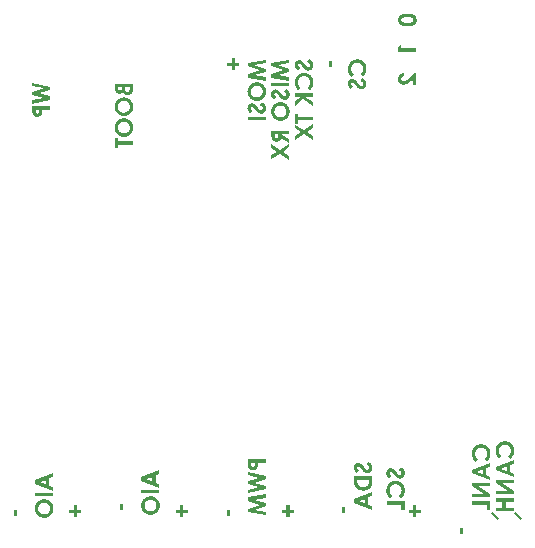
<source format=gbr>
%TF.GenerationSoftware,KiCad,Pcbnew,7.0.5*%
%TF.CreationDate,2023-08-23T03:28:24+02:00*%
%TF.ProjectId,STM32_DevBoard,53544d33-325f-4446-9576-426f6172642e,rev?*%
%TF.SameCoordinates,Original*%
%TF.FileFunction,Legend,Bot*%
%TF.FilePolarity,Positive*%
%FSLAX46Y46*%
G04 Gerber Fmt 4.6, Leading zero omitted, Abs format (unit mm)*
G04 Created by KiCad (PCBNEW 7.0.5) date 2023-08-23 03:28:24*
%MOMM*%
%LPD*%
G01*
G04 APERTURE LIST*
%ADD10C,0.150000*%
%ADD11C,0.200000*%
G04 APERTURE END LIST*
D10*
X174500000Y-110000000D02*
X175000000Y-110500000D01*
X172500000Y-110000000D02*
X173000000Y-110500000D01*
D11*
G36*
X170057472Y-111759018D02*
G01*
X170057472Y-111235484D01*
X169799551Y-111235484D01*
X169799551Y-111759018D01*
X170057472Y-111759018D01*
G37*
G36*
X142122500Y-74097906D02*
G01*
X142122292Y-74120495D01*
X142121669Y-74142465D01*
X142120632Y-74163817D01*
X142119179Y-74184551D01*
X142117312Y-74204667D01*
X142115029Y-74224164D01*
X142112331Y-74243043D01*
X142109219Y-74261304D01*
X142105691Y-74278947D01*
X142101748Y-74295972D01*
X142097391Y-74312378D01*
X142092618Y-74328166D01*
X142087430Y-74343336D01*
X142081827Y-74357887D01*
X142075810Y-74371821D01*
X142069377Y-74385136D01*
X142058943Y-74404310D01*
X142047562Y-74422814D01*
X142035235Y-74440648D01*
X142021961Y-74457813D01*
X142007741Y-74474308D01*
X141992573Y-74490133D01*
X141981936Y-74500311D01*
X141970878Y-74510192D01*
X141959399Y-74519774D01*
X141947499Y-74529059D01*
X141935179Y-74538047D01*
X141922437Y-74546737D01*
X141909275Y-74555129D01*
X141895769Y-74563114D01*
X141882084Y-74570585D01*
X141868223Y-74577540D01*
X141854183Y-74583980D01*
X141839967Y-74589905D01*
X141825573Y-74595314D01*
X141811001Y-74600209D01*
X141796252Y-74604588D01*
X141781326Y-74608452D01*
X141766222Y-74611801D01*
X141750940Y-74614634D01*
X141735481Y-74616953D01*
X141719845Y-74618756D01*
X141704031Y-74620044D01*
X141688040Y-74620817D01*
X141671871Y-74621074D01*
X141655069Y-74620824D01*
X141638549Y-74620072D01*
X141622314Y-74618820D01*
X141606361Y-74617067D01*
X141590692Y-74614813D01*
X141575306Y-74612058D01*
X141560203Y-74608802D01*
X141545384Y-74605046D01*
X141530848Y-74600788D01*
X141516596Y-74596030D01*
X141502627Y-74590770D01*
X141488941Y-74585010D01*
X141475539Y-74578749D01*
X141462420Y-74571987D01*
X141449584Y-74564724D01*
X141437032Y-74556960D01*
X141424750Y-74548701D01*
X141412726Y-74539862D01*
X141400959Y-74530441D01*
X141389450Y-74520438D01*
X141378199Y-74509855D01*
X141367205Y-74498691D01*
X141356469Y-74486946D01*
X141345990Y-74474620D01*
X141335769Y-74461713D01*
X141325806Y-74448225D01*
X141316100Y-74434155D01*
X141306652Y-74419505D01*
X141297461Y-74404274D01*
X141288528Y-74388461D01*
X141279853Y-74372068D01*
X141271435Y-74355094D01*
X141263755Y-74365219D01*
X141252110Y-74379736D01*
X141240317Y-74393447D01*
X141228376Y-74406354D01*
X141216287Y-74418456D01*
X141204050Y-74429753D01*
X141191665Y-74440245D01*
X141179132Y-74449932D01*
X141166450Y-74458813D01*
X141153621Y-74466890D01*
X141140643Y-74474162D01*
X141131879Y-74478599D01*
X141118497Y-74484717D01*
X141104831Y-74490191D01*
X141090882Y-74495021D01*
X141076650Y-74499207D01*
X141062134Y-74502749D01*
X141047335Y-74505647D01*
X141032252Y-74507901D01*
X141016887Y-74509511D01*
X141001237Y-74510477D01*
X140985305Y-74510799D01*
X140969045Y-74510484D01*
X140953053Y-74509539D01*
X140937331Y-74507965D01*
X140921878Y-74505761D01*
X140906694Y-74502927D01*
X140891779Y-74499464D01*
X140877133Y-74495371D01*
X140862756Y-74490648D01*
X140848648Y-74485296D01*
X140834809Y-74479314D01*
X140821239Y-74472702D01*
X140807939Y-74465461D01*
X140794907Y-74457590D01*
X140782144Y-74449089D01*
X140769651Y-74439959D01*
X140757426Y-74430198D01*
X140745574Y-74419952D01*
X140734196Y-74409270D01*
X140723294Y-74398153D01*
X140712867Y-74386601D01*
X140702915Y-74374614D01*
X140693438Y-74362192D01*
X140684437Y-74349335D01*
X140675910Y-74336043D01*
X140667859Y-74322316D01*
X140660282Y-74308153D01*
X140653181Y-74293556D01*
X140646555Y-74278524D01*
X140640404Y-74263056D01*
X140634729Y-74247154D01*
X140629528Y-74230816D01*
X140624802Y-74214043D01*
X140620088Y-74195136D01*
X140615838Y-74174270D01*
X140613262Y-74159272D01*
X140610892Y-74143404D01*
X140608728Y-74126666D01*
X140606770Y-74109057D01*
X140605019Y-74090579D01*
X140603473Y-74071230D01*
X140602134Y-74051011D01*
X140601000Y-74029923D01*
X140600073Y-74007964D01*
X140599351Y-73985134D01*
X140598840Y-73961618D01*
X140879792Y-73961618D01*
X140879792Y-74035990D01*
X140880143Y-74054093D01*
X140881196Y-74071307D01*
X140882951Y-74087633D01*
X140885408Y-74103069D01*
X140889775Y-74122269D01*
X140895391Y-74139889D01*
X140902255Y-74155929D01*
X140910366Y-74170389D01*
X140919726Y-74183269D01*
X140930064Y-74194603D01*
X140941295Y-74204426D01*
X140953420Y-74212738D01*
X140966437Y-74219539D01*
X140980347Y-74224828D01*
X140995151Y-74228606D01*
X141010847Y-74230873D01*
X141027437Y-74231629D01*
X141045102Y-74230833D01*
X141061829Y-74228446D01*
X141077617Y-74224468D01*
X141092466Y-74218898D01*
X141106377Y-74211737D01*
X141119348Y-74202984D01*
X141131381Y-74192640D01*
X141142475Y-74180704D01*
X141147577Y-74174127D01*
X141156793Y-74159701D01*
X141164693Y-74143581D01*
X141171276Y-74125767D01*
X141175349Y-74111294D01*
X141178682Y-74095868D01*
X141181274Y-74079489D01*
X141183126Y-74062157D01*
X141184237Y-74043872D01*
X141184607Y-74024633D01*
X141184607Y-73961618D01*
X141442527Y-73961618D01*
X141442527Y-74021336D01*
X141442755Y-74042207D01*
X141443438Y-74062323D01*
X141444575Y-74081683D01*
X141446168Y-74100287D01*
X141448216Y-74118136D01*
X141450719Y-74135229D01*
X141453677Y-74151567D01*
X141457090Y-74167149D01*
X141460959Y-74181975D01*
X141465282Y-74196046D01*
X141472620Y-74215735D01*
X141480983Y-74233724D01*
X141490369Y-74250013D01*
X141500779Y-74264602D01*
X141508182Y-74273475D01*
X141519915Y-74285711D01*
X141532401Y-74296659D01*
X141545641Y-74306319D01*
X141559634Y-74314691D01*
X141574380Y-74321775D01*
X141589880Y-74327571D01*
X141606134Y-74332079D01*
X141623141Y-74335299D01*
X141640901Y-74337231D01*
X141659415Y-74337875D01*
X141670333Y-74337631D01*
X141686093Y-74336354D01*
X141701112Y-74333982D01*
X141719985Y-74329116D01*
X141737542Y-74322304D01*
X141753782Y-74313546D01*
X141768706Y-74302841D01*
X141782313Y-74290190D01*
X141794603Y-74275593D01*
X141800238Y-74267349D01*
X141808008Y-74253267D01*
X141814960Y-74237124D01*
X141821094Y-74218921D01*
X141826410Y-74198656D01*
X141829500Y-74184002D01*
X141832226Y-74168431D01*
X141834589Y-74151945D01*
X141836588Y-74134542D01*
X141838224Y-74116224D01*
X141839496Y-74096990D01*
X141840405Y-74076840D01*
X141840950Y-74055774D01*
X141841132Y-74033792D01*
X141841132Y-73961618D01*
X141442527Y-73961618D01*
X141184607Y-73961618D01*
X140879792Y-73961618D01*
X140598840Y-73961618D01*
X140598836Y-73961435D01*
X140598527Y-73936866D01*
X140598424Y-73911427D01*
X140598424Y-73673290D01*
X142122500Y-73673290D01*
X142122500Y-74097906D01*
G37*
G36*
X141380023Y-74816933D02*
G01*
X141399780Y-74817594D01*
X141419367Y-74818696D01*
X141438784Y-74820239D01*
X141458030Y-74822222D01*
X141477106Y-74824647D01*
X141496012Y-74827512D01*
X141514747Y-74830818D01*
X141533312Y-74834564D01*
X141551707Y-74838752D01*
X141569931Y-74843380D01*
X141587985Y-74848449D01*
X141605869Y-74853959D01*
X141623583Y-74859909D01*
X141641126Y-74866301D01*
X141658499Y-74873133D01*
X141675702Y-74880406D01*
X141692734Y-74888119D01*
X141709596Y-74896274D01*
X141726288Y-74904869D01*
X141742809Y-74913905D01*
X141759161Y-74923382D01*
X141775341Y-74933300D01*
X141791352Y-74943658D01*
X141807192Y-74954457D01*
X141822862Y-74965697D01*
X141838362Y-74977378D01*
X141853691Y-74989499D01*
X141868850Y-75002062D01*
X141883839Y-75015065D01*
X141898657Y-75028508D01*
X141913306Y-75042393D01*
X141927618Y-75056611D01*
X141941477Y-75071054D01*
X141954881Y-75085722D01*
X141967831Y-75100616D01*
X141980326Y-75115736D01*
X141992367Y-75131080D01*
X142003954Y-75146651D01*
X142015086Y-75162446D01*
X142025764Y-75178467D01*
X142035987Y-75194713D01*
X142045757Y-75211185D01*
X142055071Y-75227882D01*
X142063932Y-75244805D01*
X142072338Y-75261953D01*
X142080289Y-75279326D01*
X142087786Y-75296925D01*
X142094829Y-75314749D01*
X142101418Y-75332798D01*
X142107552Y-75351073D01*
X142113232Y-75369574D01*
X142118457Y-75388299D01*
X142123228Y-75407250D01*
X142127545Y-75426427D01*
X142131407Y-75445829D01*
X142134815Y-75465456D01*
X142137768Y-75485309D01*
X142140267Y-75505387D01*
X142142312Y-75525691D01*
X142143902Y-75546219D01*
X142145038Y-75566974D01*
X142145720Y-75587953D01*
X142145947Y-75609159D01*
X142145725Y-75629420D01*
X142145061Y-75649490D01*
X142143954Y-75669370D01*
X142142403Y-75689060D01*
X142140410Y-75708560D01*
X142137974Y-75727869D01*
X142135095Y-75746988D01*
X142131773Y-75765917D01*
X142128008Y-75784655D01*
X142123800Y-75803203D01*
X142119150Y-75821560D01*
X142114056Y-75839728D01*
X142108519Y-75857705D01*
X142102540Y-75875491D01*
X142096117Y-75893087D01*
X142089252Y-75910493D01*
X142081944Y-75927709D01*
X142074192Y-75944734D01*
X142065998Y-75961569D01*
X142057361Y-75978213D01*
X142048281Y-75994668D01*
X142038758Y-76010931D01*
X142028792Y-76027005D01*
X142018383Y-76042888D01*
X142007532Y-76058581D01*
X141996237Y-76074083D01*
X141984499Y-76089396D01*
X141972319Y-76104517D01*
X141959695Y-76119449D01*
X141946629Y-76134190D01*
X141933120Y-76148741D01*
X141919167Y-76163101D01*
X141904895Y-76177144D01*
X141890426Y-76190740D01*
X141875761Y-76203891D01*
X141860898Y-76216596D01*
X141845839Y-76228856D01*
X141830583Y-76240669D01*
X141815130Y-76252037D01*
X141799481Y-76262959D01*
X141783634Y-76273435D01*
X141767591Y-76283465D01*
X141751351Y-76293049D01*
X141734915Y-76302188D01*
X141718281Y-76310881D01*
X141701451Y-76319128D01*
X141684424Y-76326930D01*
X141667200Y-76334285D01*
X141649780Y-76341195D01*
X141632162Y-76347659D01*
X141614348Y-76353677D01*
X141596337Y-76359249D01*
X141578130Y-76364376D01*
X141559725Y-76369057D01*
X141541124Y-76373292D01*
X141522326Y-76377081D01*
X141503331Y-76380424D01*
X141484140Y-76383322D01*
X141464751Y-76385774D01*
X141445166Y-76387780D01*
X141425384Y-76389340D01*
X141405406Y-76390455D01*
X141385230Y-76391123D01*
X141364858Y-76391346D01*
X141344303Y-76391120D01*
X141323944Y-76390442D01*
X141303782Y-76389311D01*
X141283817Y-76387728D01*
X141264049Y-76385693D01*
X141244477Y-76383206D01*
X141225103Y-76380267D01*
X141205925Y-76376875D01*
X141186944Y-76373031D01*
X141168159Y-76368735D01*
X141149572Y-76363986D01*
X141131181Y-76358786D01*
X141112987Y-76353133D01*
X141094989Y-76347028D01*
X141077189Y-76340470D01*
X141059585Y-76333461D01*
X141042178Y-76325999D01*
X141024968Y-76318085D01*
X141007955Y-76309719D01*
X140991138Y-76300900D01*
X140974518Y-76291629D01*
X140958095Y-76281906D01*
X140941869Y-76271731D01*
X140925839Y-76261104D01*
X140910007Y-76250024D01*
X140894371Y-76238492D01*
X140878931Y-76226508D01*
X140863689Y-76214072D01*
X140848643Y-76201183D01*
X140833795Y-76187842D01*
X140819143Y-76174049D01*
X140804687Y-76159804D01*
X140790555Y-76145267D01*
X140776871Y-76130554D01*
X140763635Y-76115663D01*
X140750849Y-76100596D01*
X140738511Y-76085352D01*
X140726622Y-76069932D01*
X140715181Y-76054334D01*
X140704189Y-76038560D01*
X140693646Y-76022610D01*
X140683551Y-76006482D01*
X140673905Y-75990178D01*
X140664707Y-75973697D01*
X140655959Y-75957039D01*
X140647659Y-75940205D01*
X140639807Y-75923193D01*
X140632404Y-75906005D01*
X140625450Y-75888641D01*
X140618945Y-75871099D01*
X140612888Y-75853381D01*
X140607280Y-75835486D01*
X140602120Y-75817414D01*
X140597409Y-75799166D01*
X140593147Y-75780741D01*
X140589334Y-75762139D01*
X140585969Y-75743360D01*
X140583053Y-75724404D01*
X140580585Y-75705272D01*
X140578566Y-75685963D01*
X140576996Y-75666478D01*
X140575874Y-75646815D01*
X140575201Y-75626976D01*
X140574977Y-75606960D01*
X140575023Y-75604030D01*
X140856345Y-75604030D01*
X140856918Y-75629795D01*
X140858640Y-75655069D01*
X140861509Y-75679850D01*
X140865527Y-75704139D01*
X140870691Y-75727935D01*
X140877004Y-75751239D01*
X140884464Y-75774051D01*
X140893073Y-75796371D01*
X140902828Y-75818198D01*
X140913732Y-75839533D01*
X140925783Y-75860376D01*
X140938983Y-75880726D01*
X140953330Y-75900584D01*
X140968824Y-75919950D01*
X140985467Y-75938823D01*
X141003257Y-75957205D01*
X141021830Y-75974817D01*
X141040912Y-75991294D01*
X141060504Y-76006634D01*
X141080605Y-76020838D01*
X141101216Y-76033905D01*
X141122336Y-76045836D01*
X141143966Y-76056631D01*
X141166106Y-76066290D01*
X141188754Y-76074812D01*
X141211913Y-76082198D01*
X141235580Y-76088448D01*
X141259757Y-76093561D01*
X141284444Y-76097538D01*
X141309640Y-76100379D01*
X141335346Y-76102083D01*
X141361561Y-76102651D01*
X141387860Y-76102087D01*
X141413636Y-76100396D01*
X141438888Y-76097577D01*
X141463616Y-76093630D01*
X141487821Y-76088555D01*
X141511501Y-76082352D01*
X141534658Y-76075022D01*
X141557291Y-76066564D01*
X141579400Y-76056979D01*
X141600986Y-76046266D01*
X141622047Y-76034425D01*
X141642585Y-76021456D01*
X141662599Y-76007359D01*
X141682090Y-75992135D01*
X141701056Y-75975783D01*
X141719499Y-75958304D01*
X141737067Y-75940024D01*
X141753502Y-75921272D01*
X141768803Y-75902048D01*
X141782971Y-75882352D01*
X141796006Y-75862183D01*
X141807907Y-75841542D01*
X141818675Y-75820429D01*
X141828309Y-75798844D01*
X141836810Y-75776786D01*
X141844177Y-75754256D01*
X141850411Y-75731254D01*
X141855512Y-75707779D01*
X141859479Y-75683833D01*
X141862312Y-75659413D01*
X141864012Y-75634522D01*
X141864579Y-75609159D01*
X141864143Y-75586650D01*
X141862833Y-75564462D01*
X141860651Y-75542595D01*
X141857595Y-75521048D01*
X141853667Y-75499822D01*
X141848865Y-75478916D01*
X141843191Y-75458331D01*
X141836644Y-75438066D01*
X141829223Y-75418123D01*
X141820930Y-75398499D01*
X141811764Y-75379196D01*
X141801725Y-75360214D01*
X141790812Y-75341552D01*
X141779027Y-75323211D01*
X141766369Y-75305191D01*
X141752838Y-75287491D01*
X141734530Y-75265663D01*
X141715417Y-75245244D01*
X141695501Y-75226234D01*
X141674779Y-75208631D01*
X141653254Y-75192436D01*
X141630925Y-75177650D01*
X141607791Y-75164272D01*
X141583852Y-75152302D01*
X141559110Y-75141741D01*
X141533563Y-75132587D01*
X141507212Y-75124842D01*
X141480057Y-75118505D01*
X141452097Y-75113577D01*
X141423333Y-75110056D01*
X141408650Y-75108824D01*
X141393765Y-75107944D01*
X141378679Y-75107416D01*
X141363393Y-75107240D01*
X141336126Y-75107799D01*
X141309463Y-75109478D01*
X141283404Y-75112276D01*
X141257949Y-75116193D01*
X141233097Y-75121229D01*
X141208850Y-75127384D01*
X141185207Y-75134658D01*
X141162167Y-75143052D01*
X141139732Y-75152564D01*
X141117900Y-75163196D01*
X141096672Y-75174947D01*
X141076049Y-75187817D01*
X141056029Y-75201806D01*
X141036613Y-75216914D01*
X141017801Y-75233141D01*
X140999593Y-75250488D01*
X140982247Y-75268656D01*
X140966019Y-75287348D01*
X140950911Y-75306563D01*
X140936922Y-75326302D01*
X140924052Y-75346566D01*
X140912301Y-75367352D01*
X140901669Y-75388663D01*
X140892157Y-75410498D01*
X140883763Y-75432856D01*
X140876489Y-75455738D01*
X140870334Y-75479144D01*
X140865298Y-75503073D01*
X140861381Y-75527527D01*
X140858583Y-75552504D01*
X140856904Y-75578005D01*
X140856345Y-75604030D01*
X140575023Y-75604030D01*
X140575389Y-75580555D01*
X140576625Y-75554370D01*
X140578686Y-75528405D01*
X140581571Y-75502661D01*
X140585281Y-75477137D01*
X140589815Y-75451834D01*
X140595173Y-75426751D01*
X140601355Y-75401888D01*
X140608362Y-75377246D01*
X140616193Y-75352824D01*
X140624848Y-75328622D01*
X140634328Y-75304641D01*
X140644632Y-75280880D01*
X140655760Y-75257340D01*
X140667713Y-75234020D01*
X140680490Y-75210921D01*
X140693925Y-75188239D01*
X140707944Y-75166173D01*
X140722547Y-75144722D01*
X140737734Y-75123886D01*
X140753505Y-75103666D01*
X140769860Y-75084061D01*
X140786798Y-75065072D01*
X140804321Y-75046698D01*
X140822427Y-75028939D01*
X140841118Y-75011796D01*
X140860392Y-74995268D01*
X140880250Y-74979356D01*
X140900692Y-74964058D01*
X140921718Y-74949377D01*
X140943327Y-74935310D01*
X140965521Y-74921859D01*
X140988143Y-74909127D01*
X141011036Y-74897216D01*
X141034202Y-74886126D01*
X141057639Y-74875858D01*
X141081348Y-74866411D01*
X141105329Y-74857786D01*
X141129582Y-74849982D01*
X141154107Y-74842999D01*
X141178904Y-74836838D01*
X141203973Y-74831499D01*
X141229313Y-74826981D01*
X141254926Y-74823284D01*
X141280811Y-74820409D01*
X141306967Y-74818356D01*
X141333395Y-74817123D01*
X141360095Y-74816713D01*
X141380023Y-74816933D01*
G37*
G36*
X141380023Y-76579878D02*
G01*
X141399780Y-76580539D01*
X141419367Y-76581641D01*
X141438784Y-76583184D01*
X141458030Y-76585167D01*
X141477106Y-76587592D01*
X141496012Y-76590457D01*
X141514747Y-76593763D01*
X141533312Y-76597509D01*
X141551707Y-76601697D01*
X141569931Y-76606325D01*
X141587985Y-76611394D01*
X141605869Y-76616904D01*
X141623583Y-76622854D01*
X141641126Y-76629246D01*
X141658499Y-76636078D01*
X141675702Y-76643351D01*
X141692734Y-76651064D01*
X141709596Y-76659219D01*
X141726288Y-76667814D01*
X141742809Y-76676850D01*
X141759161Y-76686327D01*
X141775341Y-76696244D01*
X141791352Y-76706603D01*
X141807192Y-76717402D01*
X141822862Y-76728642D01*
X141838362Y-76740323D01*
X141853691Y-76752444D01*
X141868850Y-76765006D01*
X141883839Y-76778009D01*
X141898657Y-76791453D01*
X141913306Y-76805338D01*
X141927618Y-76819556D01*
X141941477Y-76833999D01*
X141954881Y-76848667D01*
X141967831Y-76863561D01*
X141980326Y-76878681D01*
X141992367Y-76894025D01*
X142003954Y-76909595D01*
X142015086Y-76925391D01*
X142025764Y-76941412D01*
X142035987Y-76957658D01*
X142045757Y-76974130D01*
X142055071Y-76990827D01*
X142063932Y-77007750D01*
X142072338Y-77024897D01*
X142080289Y-77042271D01*
X142087786Y-77059870D01*
X142094829Y-77077694D01*
X142101418Y-77095743D01*
X142107552Y-77114018D01*
X142113232Y-77132518D01*
X142118457Y-77151244D01*
X142123228Y-77170195D01*
X142127545Y-77189372D01*
X142131407Y-77208774D01*
X142134815Y-77228401D01*
X142137768Y-77248254D01*
X142140267Y-77268332D01*
X142142312Y-77288635D01*
X142143902Y-77309164D01*
X142145038Y-77329919D01*
X142145720Y-77350898D01*
X142145947Y-77372103D01*
X142145725Y-77392364D01*
X142145061Y-77412435D01*
X142143954Y-77432315D01*
X142142403Y-77452005D01*
X142140410Y-77471505D01*
X142137974Y-77490814D01*
X142135095Y-77509933D01*
X142131773Y-77528862D01*
X142128008Y-77547600D01*
X142123800Y-77566148D01*
X142119150Y-77584505D01*
X142114056Y-77602673D01*
X142108519Y-77620649D01*
X142102540Y-77638436D01*
X142096117Y-77656032D01*
X142089252Y-77673438D01*
X142081944Y-77690654D01*
X142074192Y-77707679D01*
X142065998Y-77724514D01*
X142057361Y-77741158D01*
X142048281Y-77757612D01*
X142038758Y-77773876D01*
X142028792Y-77789950D01*
X142018383Y-77805833D01*
X142007532Y-77821526D01*
X141996237Y-77837028D01*
X141984499Y-77852340D01*
X141972319Y-77867462D01*
X141959695Y-77882394D01*
X141946629Y-77897135D01*
X141933120Y-77911686D01*
X141919167Y-77926046D01*
X141904895Y-77940089D01*
X141890426Y-77953685D01*
X141875761Y-77966836D01*
X141860898Y-77979541D01*
X141845839Y-77991800D01*
X141830583Y-78003614D01*
X141815130Y-78014982D01*
X141799481Y-78025903D01*
X141783634Y-78036380D01*
X141767591Y-78046410D01*
X141751351Y-78055994D01*
X141734915Y-78065133D01*
X141718281Y-78073826D01*
X141701451Y-78082073D01*
X141684424Y-78089874D01*
X141667200Y-78097230D01*
X141649780Y-78104140D01*
X141632162Y-78110604D01*
X141614348Y-78116622D01*
X141596337Y-78122194D01*
X141578130Y-78127321D01*
X141559725Y-78132002D01*
X141541124Y-78136237D01*
X141522326Y-78140026D01*
X141503331Y-78143369D01*
X141484140Y-78146267D01*
X141464751Y-78148719D01*
X141445166Y-78150725D01*
X141425384Y-78152285D01*
X141405406Y-78153400D01*
X141385230Y-78154068D01*
X141364858Y-78154291D01*
X141344303Y-78154065D01*
X141323944Y-78153387D01*
X141303782Y-78152256D01*
X141283817Y-78150673D01*
X141264049Y-78148638D01*
X141244477Y-78146151D01*
X141225103Y-78143212D01*
X141205925Y-78139820D01*
X141186944Y-78135976D01*
X141168159Y-78131680D01*
X141149572Y-78126931D01*
X141131181Y-78121731D01*
X141112987Y-78116078D01*
X141094989Y-78109973D01*
X141077189Y-78103415D01*
X141059585Y-78096406D01*
X141042178Y-78088944D01*
X141024968Y-78081030D01*
X141007955Y-78072664D01*
X140991138Y-78063845D01*
X140974518Y-78054574D01*
X140958095Y-78044851D01*
X140941869Y-78034676D01*
X140925839Y-78024049D01*
X140910007Y-78012969D01*
X140894371Y-78001437D01*
X140878931Y-77989453D01*
X140863689Y-77977017D01*
X140848643Y-77964128D01*
X140833795Y-77950787D01*
X140819143Y-77936994D01*
X140804687Y-77922749D01*
X140790555Y-77908212D01*
X140776871Y-77893499D01*
X140763635Y-77878608D01*
X140750849Y-77863541D01*
X140738511Y-77848297D01*
X140726622Y-77832877D01*
X140715181Y-77817279D01*
X140704189Y-77801505D01*
X140693646Y-77785555D01*
X140683551Y-77769427D01*
X140673905Y-77753123D01*
X140664707Y-77736642D01*
X140655959Y-77719984D01*
X140647659Y-77703149D01*
X140639807Y-77686138D01*
X140632404Y-77668950D01*
X140625450Y-77651585D01*
X140618945Y-77634044D01*
X140612888Y-77616326D01*
X140607280Y-77598431D01*
X140602120Y-77580359D01*
X140597409Y-77562111D01*
X140593147Y-77543685D01*
X140589334Y-77525083D01*
X140585969Y-77506305D01*
X140583053Y-77487349D01*
X140580585Y-77468217D01*
X140578566Y-77448908D01*
X140576996Y-77429423D01*
X140575874Y-77409760D01*
X140575201Y-77389921D01*
X140574977Y-77369905D01*
X140575023Y-77366974D01*
X140856345Y-77366974D01*
X140856918Y-77392740D01*
X140858640Y-77418014D01*
X140861509Y-77442795D01*
X140865527Y-77467083D01*
X140870691Y-77490880D01*
X140877004Y-77514184D01*
X140884464Y-77536996D01*
X140893073Y-77559316D01*
X140902828Y-77581143D01*
X140913732Y-77602478D01*
X140925783Y-77623321D01*
X140938983Y-77643671D01*
X140953330Y-77663529D01*
X140968824Y-77682895D01*
X140985467Y-77701768D01*
X141003257Y-77720150D01*
X141021830Y-77737762D01*
X141040912Y-77754239D01*
X141060504Y-77769579D01*
X141080605Y-77783782D01*
X141101216Y-77796850D01*
X141122336Y-77808781D01*
X141143966Y-77819576D01*
X141166106Y-77829234D01*
X141188754Y-77837757D01*
X141211913Y-77845143D01*
X141235580Y-77851392D01*
X141259757Y-77856506D01*
X141284444Y-77860483D01*
X141309640Y-77863324D01*
X141335346Y-77865028D01*
X141361561Y-77865596D01*
X141387860Y-77865032D01*
X141413636Y-77863341D01*
X141438888Y-77860521D01*
X141463616Y-77856574D01*
X141487821Y-77851500D01*
X141511501Y-77845297D01*
X141534658Y-77837967D01*
X141557291Y-77829509D01*
X141579400Y-77819924D01*
X141600986Y-77809210D01*
X141622047Y-77797369D01*
X141642585Y-77784401D01*
X141662599Y-77770304D01*
X141682090Y-77755080D01*
X141701056Y-77738728D01*
X141719499Y-77721249D01*
X141737067Y-77702969D01*
X141753502Y-77684217D01*
X141768803Y-77664993D01*
X141782971Y-77645297D01*
X141796006Y-77625128D01*
X141807907Y-77604487D01*
X141818675Y-77583374D01*
X141828309Y-77561789D01*
X141836810Y-77539731D01*
X141844177Y-77517201D01*
X141850411Y-77494199D01*
X141855512Y-77470724D01*
X141859479Y-77446777D01*
X141862312Y-77422358D01*
X141864012Y-77397467D01*
X141864579Y-77372103D01*
X141864143Y-77349595D01*
X141862833Y-77327407D01*
X141860651Y-77305540D01*
X141857595Y-77283993D01*
X141853667Y-77262767D01*
X141848865Y-77241861D01*
X141843191Y-77221276D01*
X141836644Y-77201011D01*
X141829223Y-77181067D01*
X141820930Y-77161444D01*
X141811764Y-77142141D01*
X141801725Y-77123159D01*
X141790812Y-77104497D01*
X141779027Y-77086156D01*
X141766369Y-77068136D01*
X141752838Y-77050436D01*
X141734530Y-77028608D01*
X141715417Y-77008189D01*
X141695501Y-76989178D01*
X141674779Y-76971576D01*
X141653254Y-76955381D01*
X141630925Y-76940595D01*
X141607791Y-76927217D01*
X141583852Y-76915247D01*
X141559110Y-76904686D01*
X141533563Y-76895532D01*
X141507212Y-76887787D01*
X141480057Y-76881450D01*
X141452097Y-76876521D01*
X141423333Y-76873001D01*
X141408650Y-76871769D01*
X141393765Y-76870889D01*
X141378679Y-76870360D01*
X141363393Y-76870184D01*
X141336126Y-76870744D01*
X141309463Y-76872423D01*
X141283404Y-76875221D01*
X141257949Y-76879137D01*
X141233097Y-76884174D01*
X141208850Y-76890329D01*
X141185207Y-76897603D01*
X141162167Y-76905997D01*
X141139732Y-76915509D01*
X141117900Y-76926141D01*
X141096672Y-76937892D01*
X141076049Y-76950762D01*
X141056029Y-76964751D01*
X141036613Y-76979859D01*
X141017801Y-76996086D01*
X140999593Y-77013433D01*
X140982247Y-77031601D01*
X140966019Y-77050293D01*
X140950911Y-77069508D01*
X140936922Y-77089247D01*
X140924052Y-77109510D01*
X140912301Y-77130297D01*
X140901669Y-77151608D01*
X140892157Y-77173442D01*
X140883763Y-77195801D01*
X140876489Y-77218683D01*
X140870334Y-77242089D01*
X140865298Y-77266018D01*
X140861381Y-77290472D01*
X140858583Y-77315449D01*
X140856904Y-77340950D01*
X140856345Y-77366974D01*
X140575023Y-77366974D01*
X140575389Y-77343500D01*
X140576625Y-77317315D01*
X140578686Y-77291350D01*
X140581571Y-77265606D01*
X140585281Y-77240082D01*
X140589815Y-77214779D01*
X140595173Y-77189696D01*
X140601355Y-77164833D01*
X140608362Y-77140191D01*
X140616193Y-77115769D01*
X140624848Y-77091567D01*
X140634328Y-77067586D01*
X140644632Y-77043825D01*
X140655760Y-77020285D01*
X140667713Y-76996965D01*
X140680490Y-76973866D01*
X140693925Y-76951184D01*
X140707944Y-76929118D01*
X140722547Y-76907667D01*
X140737734Y-76886831D01*
X140753505Y-76866611D01*
X140769860Y-76847006D01*
X140786798Y-76828017D01*
X140804321Y-76809643D01*
X140822427Y-76791884D01*
X140841118Y-76774741D01*
X140860392Y-76758213D01*
X140880250Y-76742300D01*
X140900692Y-76727003D01*
X140921718Y-76712321D01*
X140943327Y-76698255D01*
X140965521Y-76684804D01*
X140988143Y-76672072D01*
X141011036Y-76660160D01*
X141034202Y-76649071D01*
X141057639Y-76638802D01*
X141081348Y-76629356D01*
X141105329Y-76620730D01*
X141129582Y-76612927D01*
X141154107Y-76605944D01*
X141178904Y-76599783D01*
X141203973Y-76594444D01*
X141229313Y-76589926D01*
X141254926Y-76586229D01*
X141280811Y-76583354D01*
X141306967Y-76581300D01*
X141333395Y-76580068D01*
X141360095Y-76579658D01*
X141380023Y-76579878D01*
G37*
G36*
X140598424Y-78267498D02*
G01*
X140598424Y-79105006D01*
X140879792Y-79105006D01*
X140879792Y-78829134D01*
X142122500Y-78829134D01*
X142122500Y-78536409D01*
X140879792Y-78536409D01*
X140879792Y-78267498D01*
X140598424Y-78267498D01*
G37*
G36*
X133598424Y-73557885D02*
G01*
X133598424Y-73842184D01*
X134571121Y-74060537D01*
X133598424Y-74331646D01*
X133598424Y-74571615D01*
X134571121Y-74845655D01*
X133598424Y-75062177D01*
X133598424Y-75346475D01*
X135122500Y-75005390D01*
X135122500Y-74728419D01*
X134137346Y-74448883D01*
X135122500Y-74174842D01*
X135122500Y-73900802D01*
X133598424Y-73557885D01*
G37*
G36*
X135122500Y-75849494D02*
G01*
X134465975Y-75849494D01*
X134465952Y-75863144D01*
X134465769Y-75889643D01*
X134465402Y-75915071D01*
X134464853Y-75939428D01*
X134464120Y-75962715D01*
X134463204Y-75984932D01*
X134462105Y-76006078D01*
X134460823Y-76026153D01*
X134459357Y-76045159D01*
X134457709Y-76063093D01*
X134455877Y-76079957D01*
X134453862Y-76095751D01*
X134450496Y-76117435D01*
X134446718Y-76136710D01*
X134442527Y-76153576D01*
X134437151Y-76171113D01*
X134431279Y-76188186D01*
X134424912Y-76204795D01*
X134418050Y-76220941D01*
X134410692Y-76236623D01*
X134402840Y-76251842D01*
X134394492Y-76266596D01*
X134385649Y-76280887D01*
X134376311Y-76294715D01*
X134366478Y-76308079D01*
X134356150Y-76320979D01*
X134345326Y-76333415D01*
X134334008Y-76345388D01*
X134322194Y-76356897D01*
X134309885Y-76367942D01*
X134297081Y-76378524D01*
X134283822Y-76388594D01*
X134270147Y-76398015D01*
X134256058Y-76406787D01*
X134241554Y-76414908D01*
X134226634Y-76422380D01*
X134211300Y-76429202D01*
X134195551Y-76435374D01*
X134179386Y-76440897D01*
X134162807Y-76445770D01*
X134145812Y-76449993D01*
X134128403Y-76453567D01*
X134110578Y-76456490D01*
X134092339Y-76458765D01*
X134073684Y-76460389D01*
X134054615Y-76461363D01*
X134035130Y-76461688D01*
X134017521Y-76461441D01*
X134000228Y-76460698D01*
X133983254Y-76459460D01*
X133966597Y-76457727D01*
X133950258Y-76455499D01*
X133934237Y-76452775D01*
X133918533Y-76449557D01*
X133903148Y-76445843D01*
X133888079Y-76441634D01*
X133873329Y-76436930D01*
X133858896Y-76431731D01*
X133844781Y-76426036D01*
X133830984Y-76419847D01*
X133817504Y-76413162D01*
X133804342Y-76405982D01*
X133791498Y-76398307D01*
X133785188Y-76394300D01*
X133772897Y-76386014D01*
X133755288Y-76372904D01*
X133738671Y-76358975D01*
X133723045Y-76344228D01*
X133708411Y-76328664D01*
X133694769Y-76312282D01*
X133682119Y-76295082D01*
X133670461Y-76277064D01*
X133659794Y-76258228D01*
X133650119Y-76238574D01*
X133644220Y-76225017D01*
X133641402Y-76218035D01*
X133636036Y-76203257D01*
X133631027Y-76187395D01*
X133626376Y-76170448D01*
X133622082Y-76152416D01*
X133618147Y-76133299D01*
X133614569Y-76113097D01*
X133611349Y-76091811D01*
X133608487Y-76069440D01*
X133605982Y-76045984D01*
X133603836Y-76021443D01*
X133602047Y-75995818D01*
X133600616Y-75969108D01*
X133599542Y-75941313D01*
X133598827Y-75912433D01*
X133598603Y-75897586D01*
X133598469Y-75882468D01*
X133598424Y-75867079D01*
X133598424Y-75849494D01*
X133879792Y-75849494D01*
X133879792Y-75930826D01*
X133879821Y-75939124D01*
X133880049Y-75955224D01*
X133880507Y-75970663D01*
X133881624Y-75992582D01*
X133883255Y-76013013D01*
X133885402Y-76031956D01*
X133888064Y-76049411D01*
X133891241Y-76065379D01*
X133896278Y-76084356D01*
X133902232Y-76100688D01*
X133909101Y-76114375D01*
X133914229Y-76122627D01*
X133925575Y-76137533D01*
X133938374Y-76150310D01*
X133952628Y-76160958D01*
X133968336Y-76169476D01*
X133985498Y-76175864D01*
X134004114Y-76180123D01*
X134019030Y-76181920D01*
X134034764Y-76182519D01*
X134043912Y-76182306D01*
X134058601Y-76181007D01*
X134075306Y-76177890D01*
X134091007Y-76173073D01*
X134105703Y-76166556D01*
X134119394Y-76158339D01*
X134123669Y-76155245D01*
X134135583Y-76145104D01*
X134146132Y-76133675D01*
X134155315Y-76120958D01*
X134163133Y-76106953D01*
X134169586Y-76091660D01*
X134173107Y-76080091D01*
X134176847Y-76062716D01*
X134179312Y-76046484D01*
X134181306Y-76028180D01*
X134182495Y-76013092D01*
X134183419Y-75996839D01*
X134184079Y-75979420D01*
X134184475Y-75960835D01*
X134184607Y-75941085D01*
X134184607Y-75849494D01*
X133879792Y-75849494D01*
X133598424Y-75849494D01*
X133598424Y-75561165D01*
X135122500Y-75561165D01*
X135122500Y-75849494D01*
G37*
G36*
X173127227Y-105395168D02*
G01*
X173318103Y-105193301D01*
X173305075Y-105180360D01*
X173292460Y-105167318D01*
X173280260Y-105154176D01*
X173268472Y-105140934D01*
X173257098Y-105127592D01*
X173246138Y-105114149D01*
X173235592Y-105100607D01*
X173225459Y-105086964D01*
X173215739Y-105073221D01*
X173206434Y-105059378D01*
X173197541Y-105045434D01*
X173189063Y-105031391D01*
X173180998Y-105017247D01*
X173173346Y-105003003D01*
X173166108Y-104988659D01*
X173159284Y-104974215D01*
X173152874Y-104959671D01*
X173146876Y-104945026D01*
X173141293Y-104930282D01*
X173136123Y-104915437D01*
X173131367Y-104900492D01*
X173127024Y-104885446D01*
X173123095Y-104870301D01*
X173119579Y-104855055D01*
X173116478Y-104839709D01*
X173113789Y-104824263D01*
X173111514Y-104808717D01*
X173109653Y-104793071D01*
X173108206Y-104777324D01*
X173107172Y-104761478D01*
X173106551Y-104745531D01*
X173106345Y-104729484D01*
X173106910Y-104702593D01*
X173108606Y-104676235D01*
X173111432Y-104650409D01*
X173115389Y-104625116D01*
X173120477Y-104600355D01*
X173126695Y-104576126D01*
X173134044Y-104552430D01*
X173142523Y-104529266D01*
X173152133Y-104506634D01*
X173162873Y-104484535D01*
X173174745Y-104462968D01*
X173187746Y-104441934D01*
X173201878Y-104421432D01*
X173217141Y-104401462D01*
X173233535Y-104382025D01*
X173251058Y-104363120D01*
X173269367Y-104345108D01*
X173288204Y-104328258D01*
X173307572Y-104312570D01*
X173327468Y-104298044D01*
X173347895Y-104284680D01*
X173368850Y-104272479D01*
X173390336Y-104261439D01*
X173412350Y-104251562D01*
X173434895Y-104242846D01*
X173457968Y-104235293D01*
X173481572Y-104228901D01*
X173505705Y-104223672D01*
X173530367Y-104219605D01*
X173555559Y-104216700D01*
X173581280Y-104214957D01*
X173607531Y-104214376D01*
X173625858Y-104214633D01*
X173643927Y-104215406D01*
X173661739Y-104216694D01*
X173679293Y-104218497D01*
X173696589Y-104220816D01*
X173713628Y-104223649D01*
X173730409Y-104226998D01*
X173746933Y-104230862D01*
X173763199Y-104235241D01*
X173779207Y-104240136D01*
X173794958Y-104245545D01*
X173810451Y-104251470D01*
X173825687Y-104257910D01*
X173840665Y-104264865D01*
X173855385Y-104272336D01*
X173869848Y-104280321D01*
X173883944Y-104288778D01*
X173897657Y-104297661D01*
X173910986Y-104306970D01*
X173923932Y-104316706D01*
X173936495Y-104326868D01*
X173948673Y-104337457D01*
X173960468Y-104348472D01*
X173971880Y-104359914D01*
X173982908Y-104371782D01*
X173993553Y-104384077D01*
X174003814Y-104396798D01*
X174013691Y-104409946D01*
X174023185Y-104423520D01*
X174032296Y-104437520D01*
X174041023Y-104451947D01*
X174049366Y-104466801D01*
X174057263Y-104481972D01*
X174064650Y-104497352D01*
X174071528Y-104512941D01*
X174077897Y-104528739D01*
X174083756Y-104544746D01*
X174089105Y-104560962D01*
X174093945Y-104577387D01*
X174098276Y-104594021D01*
X174102097Y-104610863D01*
X174105408Y-104627915D01*
X174108211Y-104645176D01*
X174110503Y-104662645D01*
X174112286Y-104680324D01*
X174113560Y-104698211D01*
X174114324Y-104716308D01*
X174114579Y-104734613D01*
X174114402Y-104750236D01*
X174113869Y-104765691D01*
X174112982Y-104780977D01*
X174111740Y-104796093D01*
X174110143Y-104811041D01*
X174108191Y-104825821D01*
X174105884Y-104840431D01*
X174103222Y-104854872D01*
X174098563Y-104876217D01*
X174093107Y-104897183D01*
X174086851Y-104917768D01*
X174079797Y-104937974D01*
X174071945Y-104957799D01*
X174069150Y-104964323D01*
X174059906Y-104984016D01*
X174053014Y-104997348D01*
X174045538Y-105010843D01*
X174037478Y-105024502D01*
X174028834Y-105038324D01*
X174019606Y-105052308D01*
X174009795Y-105066456D01*
X173999399Y-105080767D01*
X173988420Y-105095242D01*
X173976856Y-105109879D01*
X173964709Y-105124680D01*
X173951978Y-105139643D01*
X173938663Y-105154770D01*
X173924764Y-105170060D01*
X173910281Y-105185513D01*
X173902821Y-105193301D01*
X174106153Y-105388940D01*
X174126187Y-105368037D01*
X174145440Y-105347277D01*
X174163911Y-105326661D01*
X174181601Y-105306187D01*
X174198509Y-105285857D01*
X174214637Y-105265669D01*
X174229982Y-105245625D01*
X174244547Y-105225724D01*
X174258330Y-105205966D01*
X174271331Y-105186352D01*
X174283552Y-105166880D01*
X174294991Y-105147551D01*
X174305648Y-105128366D01*
X174315524Y-105109323D01*
X174324619Y-105090424D01*
X174332932Y-105071668D01*
X174340563Y-105052819D01*
X174347701Y-105033641D01*
X174354347Y-105014133D01*
X174360501Y-104994297D01*
X174366163Y-104974131D01*
X174371332Y-104953636D01*
X174376009Y-104932812D01*
X174380193Y-104911659D01*
X174383885Y-104890176D01*
X174387085Y-104868365D01*
X174389793Y-104846224D01*
X174392008Y-104823754D01*
X174393731Y-104800955D01*
X174394962Y-104777827D01*
X174395701Y-104754369D01*
X174395947Y-104730583D01*
X174395731Y-104708612D01*
X174395084Y-104686891D01*
X174394005Y-104665421D01*
X174392495Y-104644201D01*
X174390553Y-104623232D01*
X174388180Y-104602513D01*
X174385376Y-104582044D01*
X174382139Y-104561826D01*
X174378472Y-104541859D01*
X174374373Y-104522142D01*
X174369842Y-104502675D01*
X174364880Y-104483459D01*
X174359487Y-104464493D01*
X174353662Y-104445778D01*
X174347405Y-104427313D01*
X174340717Y-104409098D01*
X174333598Y-104391134D01*
X174326047Y-104373421D01*
X174318065Y-104355958D01*
X174309651Y-104338745D01*
X174300806Y-104321783D01*
X174291529Y-104305071D01*
X174281820Y-104288610D01*
X174271681Y-104272399D01*
X174261109Y-104256438D01*
X174250107Y-104240728D01*
X174238672Y-104225269D01*
X174226807Y-104210059D01*
X174214510Y-104195101D01*
X174201781Y-104180393D01*
X174188621Y-104165935D01*
X174175029Y-104151727D01*
X174161077Y-104137888D01*
X174146882Y-104124488D01*
X174132444Y-104111527D01*
X174117762Y-104099005D01*
X174102837Y-104086923D01*
X174087668Y-104075280D01*
X174072257Y-104064077D01*
X174056602Y-104053313D01*
X174040704Y-104042988D01*
X174024562Y-104033103D01*
X174008177Y-104023657D01*
X173991549Y-104014650D01*
X173974678Y-104006083D01*
X173957563Y-103997955D01*
X173940205Y-103990266D01*
X173922604Y-103983017D01*
X173904760Y-103976207D01*
X173886672Y-103969836D01*
X173868341Y-103963905D01*
X173849766Y-103958413D01*
X173830949Y-103953360D01*
X173811888Y-103948747D01*
X173792583Y-103944573D01*
X173773036Y-103940839D01*
X173753245Y-103937544D01*
X173733211Y-103934688D01*
X173712934Y-103932272D01*
X173692413Y-103930295D01*
X173671649Y-103928757D01*
X173650642Y-103927658D01*
X173629391Y-103926999D01*
X173607897Y-103926780D01*
X173580112Y-103927180D01*
X173552719Y-103928383D01*
X173525719Y-103930386D01*
X173499110Y-103933191D01*
X173472893Y-103936798D01*
X173447069Y-103941205D01*
X173421637Y-103946415D01*
X173396597Y-103952425D01*
X173371949Y-103959237D01*
X173347693Y-103966851D01*
X173323829Y-103975266D01*
X173300357Y-103984482D01*
X173277278Y-103994500D01*
X173254590Y-104005319D01*
X173232295Y-104016940D01*
X173210392Y-104029362D01*
X173188907Y-104042529D01*
X173167957Y-104056387D01*
X173147542Y-104070934D01*
X173127662Y-104086171D01*
X173108318Y-104102098D01*
X173089509Y-104118715D01*
X173071235Y-104136021D01*
X173053497Y-104154017D01*
X173036293Y-104172703D01*
X173019625Y-104192079D01*
X173003492Y-104212145D01*
X172987894Y-104232900D01*
X172972832Y-104254345D01*
X172958305Y-104276480D01*
X172944313Y-104299305D01*
X172930856Y-104322820D01*
X172918035Y-104346839D01*
X172906041Y-104371088D01*
X172894874Y-104395566D01*
X172884534Y-104420272D01*
X172875021Y-104445208D01*
X172866336Y-104470373D01*
X172858478Y-104495766D01*
X172851447Y-104521389D01*
X172845243Y-104547241D01*
X172839866Y-104573321D01*
X172835317Y-104599631D01*
X172831594Y-104626169D01*
X172828699Y-104652937D01*
X172826631Y-104679933D01*
X172825390Y-104707159D01*
X172824977Y-104734613D01*
X172825285Y-104758006D01*
X172826208Y-104781290D01*
X172827746Y-104804465D01*
X172829900Y-104827532D01*
X172832669Y-104850490D01*
X172836054Y-104873339D01*
X172840054Y-104896079D01*
X172844669Y-104918711D01*
X172849900Y-104941234D01*
X172855746Y-104963648D01*
X172862207Y-104985953D01*
X172869284Y-105008150D01*
X172876976Y-105030237D01*
X172885284Y-105052216D01*
X172894207Y-105074087D01*
X172903745Y-105095848D01*
X172913806Y-105117368D01*
X172924387Y-105138512D01*
X172935490Y-105159282D01*
X172947114Y-105179677D01*
X172959258Y-105199697D01*
X172971923Y-105219342D01*
X172985109Y-105238611D01*
X172998817Y-105257506D01*
X173013045Y-105276026D01*
X173027794Y-105294171D01*
X173043064Y-105311942D01*
X173058855Y-105329337D01*
X173075166Y-105346357D01*
X173091999Y-105363002D01*
X173109353Y-105379272D01*
X173127227Y-105395168D01*
G37*
G36*
X174372500Y-105816120D02*
G01*
X174044237Y-105939951D01*
X174044237Y-106558008D01*
X174372500Y-106676710D01*
X174372500Y-106976396D01*
X172848424Y-106393144D01*
X172848424Y-106249163D01*
X173247028Y-106249163D01*
X173762869Y-106449930D01*
X173762869Y-106046930D01*
X173247028Y-106249163D01*
X172848424Y-106249163D01*
X172848424Y-106100785D01*
X174372500Y-105516434D01*
X174372500Y-105816120D01*
G37*
G36*
X172848424Y-107193284D02*
G01*
X172848424Y-107469522D01*
X173851530Y-108119819D01*
X172848424Y-108119819D01*
X172848424Y-108408148D01*
X174372500Y-108408148D01*
X174372500Y-108131176D01*
X173372691Y-107481979D01*
X174372500Y-107481979D01*
X174372500Y-107193284D01*
X172848424Y-107193284D01*
G37*
G36*
X172848424Y-108744836D02*
G01*
X172848424Y-109037195D01*
X173411160Y-109037195D01*
X173411160Y-109544243D01*
X172848424Y-109544243D01*
X172848424Y-109835869D01*
X174372500Y-109835869D01*
X174372500Y-109544243D01*
X173692527Y-109544243D01*
X173692527Y-109037195D01*
X174372500Y-109037195D01*
X174372500Y-108744836D01*
X172848424Y-108744836D01*
G37*
G36*
X171127227Y-105649285D02*
G01*
X171318103Y-105447418D01*
X171305075Y-105434477D01*
X171292460Y-105421435D01*
X171280260Y-105408293D01*
X171268472Y-105395051D01*
X171257098Y-105381709D01*
X171246138Y-105368266D01*
X171235592Y-105354724D01*
X171225459Y-105341081D01*
X171215739Y-105327338D01*
X171206434Y-105313495D01*
X171197541Y-105299551D01*
X171189063Y-105285508D01*
X171180998Y-105271364D01*
X171173346Y-105257120D01*
X171166108Y-105242776D01*
X171159284Y-105228332D01*
X171152874Y-105213788D01*
X171146876Y-105199143D01*
X171141293Y-105184399D01*
X171136123Y-105169554D01*
X171131367Y-105154609D01*
X171127024Y-105139563D01*
X171123095Y-105124418D01*
X171119579Y-105109172D01*
X171116478Y-105093826D01*
X171113789Y-105078380D01*
X171111514Y-105062834D01*
X171109653Y-105047188D01*
X171108206Y-105031441D01*
X171107172Y-105015595D01*
X171106551Y-104999648D01*
X171106345Y-104983601D01*
X171106910Y-104956710D01*
X171108606Y-104930352D01*
X171111432Y-104904526D01*
X171115389Y-104879233D01*
X171120477Y-104854472D01*
X171126695Y-104830243D01*
X171134044Y-104806547D01*
X171142523Y-104783383D01*
X171152133Y-104760751D01*
X171162873Y-104738652D01*
X171174745Y-104717085D01*
X171187746Y-104696051D01*
X171201878Y-104675549D01*
X171217141Y-104655579D01*
X171233535Y-104636142D01*
X171251058Y-104617237D01*
X171269367Y-104599225D01*
X171288204Y-104582375D01*
X171307572Y-104566687D01*
X171327468Y-104552161D01*
X171347895Y-104538797D01*
X171368850Y-104526596D01*
X171390336Y-104515556D01*
X171412350Y-104505679D01*
X171434895Y-104496963D01*
X171457968Y-104489410D01*
X171481572Y-104483018D01*
X171505705Y-104477789D01*
X171530367Y-104473722D01*
X171555559Y-104470817D01*
X171581280Y-104469074D01*
X171607531Y-104468493D01*
X171625858Y-104468750D01*
X171643927Y-104469523D01*
X171661739Y-104470811D01*
X171679293Y-104472614D01*
X171696589Y-104474933D01*
X171713628Y-104477766D01*
X171730409Y-104481115D01*
X171746933Y-104484979D01*
X171763199Y-104489358D01*
X171779207Y-104494253D01*
X171794958Y-104499662D01*
X171810451Y-104505587D01*
X171825687Y-104512027D01*
X171840665Y-104518982D01*
X171855385Y-104526453D01*
X171869848Y-104534438D01*
X171883944Y-104542895D01*
X171897657Y-104551778D01*
X171910986Y-104561087D01*
X171923932Y-104570823D01*
X171936495Y-104580985D01*
X171948673Y-104591574D01*
X171960468Y-104602589D01*
X171971880Y-104614031D01*
X171982908Y-104625899D01*
X171993553Y-104638194D01*
X172003814Y-104650915D01*
X172013691Y-104664063D01*
X172023185Y-104677637D01*
X172032296Y-104691637D01*
X172041023Y-104706064D01*
X172049366Y-104720918D01*
X172057263Y-104736089D01*
X172064650Y-104751469D01*
X172071528Y-104767058D01*
X172077897Y-104782856D01*
X172083756Y-104798863D01*
X172089105Y-104815079D01*
X172093945Y-104831504D01*
X172098276Y-104848138D01*
X172102097Y-104864980D01*
X172105408Y-104882032D01*
X172108211Y-104899293D01*
X172110503Y-104916762D01*
X172112286Y-104934441D01*
X172113560Y-104952328D01*
X172114324Y-104970425D01*
X172114579Y-104988730D01*
X172114402Y-105004353D01*
X172113869Y-105019808D01*
X172112982Y-105035094D01*
X172111740Y-105050210D01*
X172110143Y-105065158D01*
X172108191Y-105079938D01*
X172105884Y-105094548D01*
X172103222Y-105108989D01*
X172098563Y-105130334D01*
X172093107Y-105151300D01*
X172086851Y-105171885D01*
X172079797Y-105192091D01*
X172071945Y-105211916D01*
X172069150Y-105218440D01*
X172059906Y-105238133D01*
X172053014Y-105251465D01*
X172045538Y-105264960D01*
X172037478Y-105278619D01*
X172028834Y-105292441D01*
X172019606Y-105306425D01*
X172009795Y-105320573D01*
X171999399Y-105334884D01*
X171988420Y-105349359D01*
X171976856Y-105363996D01*
X171964709Y-105378797D01*
X171951978Y-105393760D01*
X171938663Y-105408887D01*
X171924764Y-105424177D01*
X171910281Y-105439630D01*
X171902821Y-105447418D01*
X172106153Y-105643057D01*
X172126187Y-105622154D01*
X172145440Y-105601394D01*
X172163911Y-105580778D01*
X172181601Y-105560304D01*
X172198509Y-105539974D01*
X172214637Y-105519786D01*
X172229982Y-105499742D01*
X172244547Y-105479841D01*
X172258330Y-105460083D01*
X172271331Y-105440469D01*
X172283552Y-105420997D01*
X172294991Y-105401668D01*
X172305648Y-105382483D01*
X172315524Y-105363440D01*
X172324619Y-105344541D01*
X172332932Y-105325785D01*
X172340563Y-105306936D01*
X172347701Y-105287758D01*
X172354347Y-105268250D01*
X172360501Y-105248414D01*
X172366163Y-105228248D01*
X172371332Y-105207753D01*
X172376009Y-105186929D01*
X172380193Y-105165776D01*
X172383885Y-105144293D01*
X172387085Y-105122482D01*
X172389793Y-105100341D01*
X172392008Y-105077871D01*
X172393731Y-105055072D01*
X172394962Y-105031944D01*
X172395701Y-105008486D01*
X172395947Y-104984700D01*
X172395731Y-104962729D01*
X172395084Y-104941008D01*
X172394005Y-104919538D01*
X172392495Y-104898318D01*
X172390553Y-104877349D01*
X172388180Y-104856630D01*
X172385376Y-104836161D01*
X172382139Y-104815943D01*
X172378472Y-104795976D01*
X172374373Y-104776259D01*
X172369842Y-104756792D01*
X172364880Y-104737576D01*
X172359487Y-104718610D01*
X172353662Y-104699895D01*
X172347405Y-104681430D01*
X172340717Y-104663215D01*
X172333598Y-104645251D01*
X172326047Y-104627538D01*
X172318065Y-104610075D01*
X172309651Y-104592862D01*
X172300806Y-104575900D01*
X172291529Y-104559188D01*
X172281820Y-104542727D01*
X172271681Y-104526516D01*
X172261109Y-104510555D01*
X172250107Y-104494845D01*
X172238672Y-104479386D01*
X172226807Y-104464176D01*
X172214510Y-104449218D01*
X172201781Y-104434510D01*
X172188621Y-104420052D01*
X172175029Y-104405844D01*
X172161077Y-104392005D01*
X172146882Y-104378605D01*
X172132444Y-104365644D01*
X172117762Y-104353122D01*
X172102837Y-104341040D01*
X172087668Y-104329397D01*
X172072257Y-104318194D01*
X172056602Y-104307430D01*
X172040704Y-104297105D01*
X172024562Y-104287220D01*
X172008177Y-104277774D01*
X171991549Y-104268767D01*
X171974678Y-104260200D01*
X171957563Y-104252072D01*
X171940205Y-104244383D01*
X171922604Y-104237134D01*
X171904760Y-104230324D01*
X171886672Y-104223953D01*
X171868341Y-104218022D01*
X171849766Y-104212530D01*
X171830949Y-104207477D01*
X171811888Y-104202864D01*
X171792583Y-104198690D01*
X171773036Y-104194956D01*
X171753245Y-104191661D01*
X171733211Y-104188805D01*
X171712934Y-104186389D01*
X171692413Y-104184412D01*
X171671649Y-104182874D01*
X171650642Y-104181775D01*
X171629391Y-104181116D01*
X171607897Y-104180897D01*
X171580112Y-104181297D01*
X171552719Y-104182500D01*
X171525719Y-104184503D01*
X171499110Y-104187308D01*
X171472893Y-104190915D01*
X171447069Y-104195322D01*
X171421637Y-104200532D01*
X171396597Y-104206542D01*
X171371949Y-104213354D01*
X171347693Y-104220968D01*
X171323829Y-104229383D01*
X171300357Y-104238599D01*
X171277278Y-104248617D01*
X171254590Y-104259436D01*
X171232295Y-104271057D01*
X171210392Y-104283479D01*
X171188907Y-104296646D01*
X171167957Y-104310504D01*
X171147542Y-104325051D01*
X171127662Y-104340288D01*
X171108318Y-104356215D01*
X171089509Y-104372832D01*
X171071235Y-104390138D01*
X171053497Y-104408134D01*
X171036293Y-104426820D01*
X171019625Y-104446196D01*
X171003492Y-104466262D01*
X170987894Y-104487017D01*
X170972832Y-104508462D01*
X170958305Y-104530597D01*
X170944313Y-104553422D01*
X170930856Y-104576937D01*
X170918035Y-104600956D01*
X170906041Y-104625205D01*
X170894874Y-104649683D01*
X170884534Y-104674389D01*
X170875021Y-104699325D01*
X170866336Y-104724490D01*
X170858478Y-104749883D01*
X170851447Y-104775506D01*
X170845243Y-104801358D01*
X170839866Y-104827438D01*
X170835317Y-104853748D01*
X170831594Y-104880286D01*
X170828699Y-104907054D01*
X170826631Y-104934050D01*
X170825390Y-104961276D01*
X170824977Y-104988730D01*
X170825285Y-105012123D01*
X170826208Y-105035407D01*
X170827746Y-105058582D01*
X170829900Y-105081649D01*
X170832669Y-105104607D01*
X170836054Y-105127456D01*
X170840054Y-105150196D01*
X170844669Y-105172828D01*
X170849900Y-105195351D01*
X170855746Y-105217765D01*
X170862207Y-105240070D01*
X170869284Y-105262267D01*
X170876976Y-105284354D01*
X170885284Y-105306333D01*
X170894207Y-105328204D01*
X170903745Y-105349965D01*
X170913806Y-105371485D01*
X170924387Y-105392629D01*
X170935490Y-105413399D01*
X170947114Y-105433794D01*
X170959258Y-105453814D01*
X170971923Y-105473459D01*
X170985109Y-105492728D01*
X170998817Y-105511623D01*
X171013045Y-105530143D01*
X171027794Y-105548288D01*
X171043064Y-105566059D01*
X171058855Y-105583454D01*
X171075166Y-105600474D01*
X171091999Y-105617119D01*
X171109353Y-105633389D01*
X171127227Y-105649285D01*
G37*
G36*
X172372500Y-106070237D02*
G01*
X172044237Y-106194068D01*
X172044237Y-106812125D01*
X172372500Y-106930827D01*
X172372500Y-107230513D01*
X170848424Y-106647261D01*
X170848424Y-106503280D01*
X171247028Y-106503280D01*
X171762869Y-106704047D01*
X171762869Y-106301047D01*
X171247028Y-106503280D01*
X170848424Y-106503280D01*
X170848424Y-106354902D01*
X172372500Y-105770551D01*
X172372500Y-106070237D01*
G37*
G36*
X170848424Y-107447401D02*
G01*
X170848424Y-107723639D01*
X171851530Y-108373936D01*
X170848424Y-108373936D01*
X170848424Y-108662265D01*
X172372500Y-108662265D01*
X172372500Y-108385293D01*
X171372691Y-107736096D01*
X172372500Y-107736096D01*
X172372500Y-107447401D01*
X170848424Y-107447401D01*
G37*
G36*
X170848424Y-109000052D02*
G01*
X170848424Y-109288381D01*
X172091132Y-109288381D01*
X172091132Y-109708967D01*
X172372500Y-109708967D01*
X172372500Y-109000052D01*
X170848424Y-109000052D01*
G37*
G36*
X144372500Y-106696267D02*
G01*
X144044237Y-106820098D01*
X144044237Y-107438154D01*
X144372500Y-107556856D01*
X144372500Y-107856542D01*
X142848424Y-107273290D01*
X142848424Y-107129309D01*
X143247028Y-107129309D01*
X143762869Y-107330077D01*
X143762869Y-106927076D01*
X143247028Y-107129309D01*
X142848424Y-107129309D01*
X142848424Y-106980932D01*
X144372500Y-106396581D01*
X144372500Y-106696267D01*
G37*
G36*
X142848424Y-108051815D02*
G01*
X142848424Y-108338311D01*
X144372500Y-108338311D01*
X144372500Y-108051815D01*
X142848424Y-108051815D01*
G37*
G36*
X143630023Y-108586194D02*
G01*
X143649780Y-108586855D01*
X143669367Y-108587957D01*
X143688784Y-108589500D01*
X143708030Y-108591483D01*
X143727106Y-108593908D01*
X143746012Y-108596773D01*
X143764747Y-108600079D01*
X143783312Y-108603825D01*
X143801707Y-108608013D01*
X143819931Y-108612641D01*
X143837985Y-108617710D01*
X143855869Y-108623220D01*
X143873583Y-108629170D01*
X143891126Y-108635562D01*
X143908499Y-108642394D01*
X143925702Y-108649667D01*
X143942734Y-108657380D01*
X143959596Y-108665535D01*
X143976288Y-108674130D01*
X143992809Y-108683166D01*
X144009161Y-108692643D01*
X144025341Y-108702560D01*
X144041352Y-108712919D01*
X144057192Y-108723718D01*
X144072862Y-108734958D01*
X144088362Y-108746639D01*
X144103691Y-108758760D01*
X144118850Y-108771322D01*
X144133839Y-108784326D01*
X144148657Y-108797769D01*
X144163306Y-108811654D01*
X144177618Y-108825872D01*
X144191477Y-108840315D01*
X144204881Y-108854983D01*
X144217831Y-108869877D01*
X144230326Y-108884997D01*
X144242367Y-108900341D01*
X144253954Y-108915912D01*
X144265086Y-108931707D01*
X144275764Y-108947728D01*
X144285987Y-108963974D01*
X144295757Y-108980446D01*
X144305071Y-108997143D01*
X144313932Y-109014066D01*
X144322338Y-109031214D01*
X144330289Y-109048587D01*
X144337786Y-109066186D01*
X144344829Y-109084010D01*
X144351418Y-109102059D01*
X144357552Y-109120334D01*
X144363232Y-109138835D01*
X144368457Y-109157560D01*
X144373228Y-109176511D01*
X144377545Y-109195688D01*
X144381407Y-109215090D01*
X144384815Y-109234717D01*
X144387768Y-109254570D01*
X144390267Y-109274648D01*
X144392312Y-109294951D01*
X144393902Y-109315480D01*
X144395038Y-109336235D01*
X144395720Y-109357214D01*
X144395947Y-109378420D01*
X144395725Y-109398681D01*
X144395061Y-109418751D01*
X144393954Y-109438631D01*
X144392403Y-109458321D01*
X144390410Y-109477821D01*
X144387974Y-109497130D01*
X144385095Y-109516249D01*
X144381773Y-109535178D01*
X144378008Y-109553916D01*
X144373800Y-109572464D01*
X144369150Y-109590821D01*
X144364056Y-109608989D01*
X144358519Y-109626966D01*
X144352540Y-109644752D01*
X144346117Y-109662348D01*
X144339252Y-109679754D01*
X144331944Y-109696970D01*
X144324192Y-109713995D01*
X144315998Y-109730830D01*
X144307361Y-109747474D01*
X144298281Y-109763929D01*
X144288758Y-109780192D01*
X144278792Y-109796266D01*
X144268383Y-109812149D01*
X144257532Y-109827842D01*
X144246237Y-109843344D01*
X144234499Y-109858657D01*
X144222319Y-109873778D01*
X144209695Y-109888710D01*
X144196629Y-109903451D01*
X144183120Y-109918002D01*
X144169167Y-109932362D01*
X144154895Y-109946405D01*
X144140426Y-109960001D01*
X144125761Y-109973152D01*
X144110898Y-109985857D01*
X144095839Y-109998117D01*
X144080583Y-110009930D01*
X144065130Y-110021298D01*
X144049481Y-110032220D01*
X144033634Y-110042696D01*
X144017591Y-110052726D01*
X144001351Y-110062310D01*
X143984915Y-110071449D01*
X143968281Y-110080142D01*
X143951451Y-110088389D01*
X143934424Y-110096191D01*
X143917200Y-110103546D01*
X143899780Y-110110456D01*
X143882162Y-110116920D01*
X143864348Y-110122938D01*
X143846337Y-110128510D01*
X143828130Y-110133637D01*
X143809725Y-110138318D01*
X143791124Y-110142553D01*
X143772326Y-110146342D01*
X143753331Y-110149685D01*
X143734140Y-110152583D01*
X143714751Y-110155035D01*
X143695166Y-110157041D01*
X143675384Y-110158601D01*
X143655406Y-110159716D01*
X143635230Y-110160384D01*
X143614858Y-110160607D01*
X143594303Y-110160381D01*
X143573944Y-110159703D01*
X143553782Y-110158572D01*
X143533817Y-110156989D01*
X143514049Y-110154954D01*
X143494477Y-110152467D01*
X143475103Y-110149528D01*
X143455925Y-110146136D01*
X143436944Y-110142292D01*
X143418159Y-110137996D01*
X143399572Y-110133247D01*
X143381181Y-110128047D01*
X143362987Y-110122394D01*
X143344989Y-110116289D01*
X143327189Y-110109731D01*
X143309585Y-110102722D01*
X143292178Y-110095260D01*
X143274968Y-110087346D01*
X143257955Y-110078980D01*
X143241138Y-110070161D01*
X143224518Y-110060890D01*
X143208095Y-110051167D01*
X143191869Y-110040992D01*
X143175839Y-110030365D01*
X143160007Y-110019285D01*
X143144371Y-110007753D01*
X143128931Y-109995769D01*
X143113689Y-109983333D01*
X143098643Y-109970444D01*
X143083795Y-109957103D01*
X143069143Y-109943310D01*
X143054687Y-109929065D01*
X143040555Y-109914528D01*
X143026871Y-109899815D01*
X143013635Y-109884924D01*
X143000849Y-109869857D01*
X142988511Y-109854613D01*
X142976622Y-109839193D01*
X142965181Y-109823595D01*
X142954189Y-109807821D01*
X142943646Y-109791871D01*
X142933551Y-109775743D01*
X142923905Y-109759439D01*
X142914707Y-109742958D01*
X142905959Y-109726300D01*
X142897659Y-109709465D01*
X142889807Y-109692454D01*
X142882404Y-109675266D01*
X142875450Y-109657901D01*
X142868945Y-109640360D01*
X142862888Y-109622642D01*
X142857280Y-109604747D01*
X142852120Y-109586675D01*
X142847409Y-109568427D01*
X142843147Y-109550001D01*
X142839334Y-109531400D01*
X142835969Y-109512621D01*
X142833053Y-109493665D01*
X142830585Y-109474533D01*
X142828566Y-109455224D01*
X142826996Y-109435739D01*
X142825874Y-109416076D01*
X142825201Y-109396237D01*
X142824977Y-109376221D01*
X142825023Y-109373290D01*
X143106345Y-109373290D01*
X143106918Y-109399056D01*
X143108640Y-109424330D01*
X143111509Y-109449111D01*
X143115527Y-109473400D01*
X143120691Y-109497196D01*
X143127004Y-109520500D01*
X143134464Y-109543312D01*
X143143073Y-109565632D01*
X143152828Y-109587459D01*
X143163732Y-109608794D01*
X143175783Y-109629637D01*
X143188983Y-109649987D01*
X143203330Y-109669845D01*
X143218824Y-109689211D01*
X143235467Y-109708084D01*
X143253257Y-109726466D01*
X143271830Y-109744078D01*
X143290912Y-109760555D01*
X143310504Y-109775895D01*
X143330605Y-109790099D01*
X143351216Y-109803166D01*
X143372336Y-109815097D01*
X143393966Y-109825892D01*
X143416106Y-109835551D01*
X143438754Y-109844073D01*
X143461913Y-109851459D01*
X143485580Y-109857708D01*
X143509757Y-109862822D01*
X143534444Y-109866799D01*
X143559640Y-109869640D01*
X143585346Y-109871344D01*
X143611561Y-109871912D01*
X143637860Y-109871348D01*
X143663636Y-109869657D01*
X143688888Y-109866838D01*
X143713616Y-109862891D01*
X143737821Y-109857816D01*
X143761501Y-109851613D01*
X143784658Y-109844283D01*
X143807291Y-109835825D01*
X143829400Y-109826240D01*
X143850986Y-109815526D01*
X143872047Y-109803685D01*
X143892585Y-109790717D01*
X143912599Y-109776620D01*
X143932090Y-109761396D01*
X143951056Y-109745044D01*
X143969499Y-109727565D01*
X143987067Y-109709285D01*
X144003502Y-109690533D01*
X144018803Y-109671309D01*
X144032971Y-109651613D01*
X144046006Y-109631444D01*
X144057907Y-109610803D01*
X144068675Y-109589690D01*
X144078309Y-109568105D01*
X144086810Y-109546047D01*
X144094177Y-109523517D01*
X144100411Y-109500515D01*
X144105512Y-109477040D01*
X144109479Y-109453093D01*
X144112312Y-109428674D01*
X144114012Y-109403783D01*
X144114579Y-109378420D01*
X144114143Y-109355911D01*
X144112833Y-109333723D01*
X144110651Y-109311856D01*
X144107595Y-109290309D01*
X144103667Y-109269083D01*
X144098865Y-109248177D01*
X144093191Y-109227592D01*
X144086644Y-109207327D01*
X144079223Y-109187383D01*
X144070930Y-109167760D01*
X144061764Y-109148457D01*
X144051725Y-109129475D01*
X144040812Y-109110813D01*
X144029027Y-109092472D01*
X144016369Y-109074452D01*
X144002838Y-109056752D01*
X143984530Y-109034924D01*
X143965417Y-109014505D01*
X143945501Y-108995494D01*
X143924779Y-108977892D01*
X143903254Y-108961697D01*
X143880925Y-108946911D01*
X143857791Y-108933533D01*
X143833852Y-108921563D01*
X143809110Y-108911002D01*
X143783563Y-108901848D01*
X143757212Y-108894103D01*
X143730057Y-108887766D01*
X143702097Y-108882837D01*
X143673333Y-108879317D01*
X143658650Y-108878085D01*
X143643765Y-108877205D01*
X143628679Y-108876677D01*
X143613393Y-108876501D01*
X143586126Y-108877060D01*
X143559463Y-108878739D01*
X143533404Y-108881537D01*
X143507949Y-108885454D01*
X143483097Y-108890490D01*
X143458850Y-108896645D01*
X143435207Y-108903919D01*
X143412167Y-108912313D01*
X143389732Y-108921825D01*
X143367900Y-108932457D01*
X143346672Y-108944208D01*
X143326049Y-108957078D01*
X143306029Y-108971067D01*
X143286613Y-108986175D01*
X143267801Y-109002402D01*
X143249593Y-109019749D01*
X143232247Y-109037917D01*
X143216019Y-109056609D01*
X143200911Y-109075824D01*
X143186922Y-109095563D01*
X143174052Y-109115827D01*
X143162301Y-109136613D01*
X143151669Y-109157924D01*
X143142157Y-109179759D01*
X143133763Y-109202117D01*
X143126489Y-109224999D01*
X143120334Y-109248405D01*
X143115298Y-109272334D01*
X143111381Y-109296788D01*
X143108583Y-109321765D01*
X143106904Y-109347266D01*
X143106345Y-109373290D01*
X142825023Y-109373290D01*
X142825389Y-109349816D01*
X142826625Y-109323631D01*
X142828686Y-109297666D01*
X142831571Y-109271922D01*
X142835281Y-109246398D01*
X142839815Y-109221095D01*
X142845173Y-109196012D01*
X142851355Y-109171149D01*
X142858362Y-109146507D01*
X142866193Y-109122085D01*
X142874848Y-109097883D01*
X142884328Y-109073902D01*
X142894632Y-109050141D01*
X142905760Y-109026601D01*
X142917713Y-109003281D01*
X142930490Y-108980182D01*
X142943925Y-108957500D01*
X142957944Y-108935434D01*
X142972547Y-108913983D01*
X142987734Y-108893147D01*
X143003505Y-108872927D01*
X143019860Y-108853322D01*
X143036798Y-108834333D01*
X143054321Y-108815959D01*
X143072427Y-108798200D01*
X143091118Y-108781057D01*
X143110392Y-108764529D01*
X143130250Y-108748616D01*
X143150692Y-108733319D01*
X143171718Y-108718638D01*
X143193327Y-108704571D01*
X143215521Y-108691120D01*
X143238143Y-108678388D01*
X143261036Y-108666476D01*
X143284202Y-108655387D01*
X143307639Y-108645119D01*
X143331348Y-108635672D01*
X143355329Y-108627047D01*
X143379582Y-108619243D01*
X143404107Y-108612260D01*
X143428904Y-108606099D01*
X143453973Y-108600760D01*
X143479313Y-108596242D01*
X143504926Y-108592545D01*
X143530811Y-108589670D01*
X143556967Y-108587617D01*
X143583395Y-108586384D01*
X143610095Y-108585974D01*
X143630023Y-108586194D01*
G37*
G36*
X146124703Y-109995050D02*
G01*
X146124703Y-110370207D01*
X146382258Y-110370207D01*
X146382258Y-109995050D01*
X146767673Y-109995050D01*
X146767673Y-109737130D01*
X146382258Y-109737130D01*
X146382258Y-109361973D01*
X146124703Y-109361973D01*
X146124703Y-109737130D01*
X145738189Y-109737130D01*
X145738189Y-109995050D01*
X146124703Y-109995050D01*
G37*
G36*
X153848424Y-71869469D02*
G01*
X153848424Y-72151936D01*
X154911613Y-72502180D01*
X153848424Y-72857554D01*
X153848424Y-73135624D01*
X155372500Y-73391346D01*
X155372500Y-73113276D01*
X154410061Y-72950244D01*
X155372500Y-72627843D01*
X155372500Y-72373220D01*
X154410061Y-72054849D01*
X155372500Y-71888886D01*
X155372500Y-71607885D01*
X153848424Y-71869469D01*
G37*
G36*
X153848424Y-73591381D02*
G01*
X153848424Y-73877878D01*
X155372500Y-73877878D01*
X155372500Y-73591381D01*
X153848424Y-73591381D01*
G37*
G36*
X154076303Y-74994190D02*
G01*
X154270476Y-74780966D01*
X154250601Y-74766892D01*
X154232008Y-74752790D01*
X154214697Y-74738660D01*
X154198668Y-74724500D01*
X154183922Y-74710312D01*
X154170458Y-74696095D01*
X154158277Y-74681850D01*
X154147377Y-74667576D01*
X154137760Y-74653274D01*
X154129426Y-74638943D01*
X154122373Y-74624583D01*
X154116603Y-74610194D01*
X154112115Y-74595777D01*
X154108909Y-74581332D01*
X154106505Y-74559610D01*
X154106345Y-74552355D01*
X154107078Y-74535110D01*
X154109278Y-74518867D01*
X154112946Y-74503625D01*
X154118080Y-74489386D01*
X154124681Y-74476148D01*
X154132749Y-74463912D01*
X154136386Y-74459298D01*
X154147785Y-74447097D01*
X154159725Y-74437419D01*
X154174338Y-74429320D01*
X154189688Y-74424657D01*
X154203431Y-74423394D01*
X154219587Y-74424622D01*
X154235358Y-74428303D01*
X154250743Y-74434439D01*
X154263623Y-74441652D01*
X154274139Y-74449040D01*
X154286819Y-74460037D01*
X154298425Y-74471177D01*
X154311828Y-74484796D01*
X154327027Y-74500895D01*
X154338158Y-74513005D01*
X154350088Y-74526217D01*
X154362816Y-74540531D01*
X154376343Y-74555947D01*
X154390669Y-74572465D01*
X154405793Y-74590085D01*
X154421715Y-74608807D01*
X154438436Y-74628630D01*
X154455956Y-74649556D01*
X154465015Y-74660432D01*
X154481523Y-74680532D01*
X154497250Y-74699616D01*
X154512195Y-74717684D01*
X154526358Y-74734735D01*
X154539741Y-74750771D01*
X154552342Y-74765791D01*
X154564161Y-74779794D01*
X154575199Y-74792781D01*
X154585456Y-74804752D01*
X154599376Y-74820804D01*
X154611538Y-74834570D01*
X154621942Y-74846049D01*
X154633079Y-74857798D01*
X154635375Y-74860101D01*
X154646200Y-74870847D01*
X154656967Y-74881195D01*
X154673011Y-74895972D01*
X154688927Y-74909853D01*
X154704713Y-74922839D01*
X154720371Y-74934931D01*
X154735900Y-74946127D01*
X154751300Y-74956427D01*
X154766572Y-74965833D01*
X154781714Y-74974343D01*
X154796728Y-74981959D01*
X154801704Y-74984298D01*
X154816674Y-74990846D01*
X154831908Y-74996749D01*
X154847405Y-75002008D01*
X154863167Y-75006623D01*
X154879193Y-75010595D01*
X154895483Y-75013922D01*
X154912037Y-75016605D01*
X154928855Y-75018645D01*
X154945937Y-75020040D01*
X154963283Y-75020791D01*
X154974994Y-75020935D01*
X154997554Y-75020431D01*
X155019622Y-75018920D01*
X155041197Y-75016401D01*
X155062281Y-75012875D01*
X155082871Y-75008341D01*
X155102970Y-75002800D01*
X155122576Y-74996251D01*
X155141690Y-74988695D01*
X155160312Y-74980131D01*
X155178441Y-74970560D01*
X155196078Y-74959981D01*
X155213223Y-74948394D01*
X155229875Y-74935801D01*
X155246035Y-74922199D01*
X155261703Y-74907591D01*
X155276878Y-74891974D01*
X155291297Y-74875592D01*
X155304785Y-74858595D01*
X155317343Y-74840982D01*
X155328971Y-74822754D01*
X155339668Y-74803911D01*
X155349436Y-74784452D01*
X155358273Y-74764378D01*
X155366180Y-74743688D01*
X155373156Y-74722383D01*
X155379203Y-74700463D01*
X155384319Y-74677927D01*
X155388505Y-74654776D01*
X155391761Y-74631010D01*
X155394086Y-74606628D01*
X155395482Y-74581631D01*
X155395947Y-74556018D01*
X155395626Y-74535984D01*
X155394665Y-74516274D01*
X155393062Y-74496886D01*
X155390818Y-74477822D01*
X155387933Y-74459082D01*
X155384406Y-74440665D01*
X155380239Y-74422572D01*
X155375430Y-74404801D01*
X155369981Y-74387355D01*
X155363890Y-74370232D01*
X155357158Y-74353432D01*
X155349785Y-74336955D01*
X155341771Y-74320802D01*
X155333115Y-74304973D01*
X155323819Y-74289467D01*
X155313881Y-74274284D01*
X155303211Y-74259399D01*
X155291808Y-74244786D01*
X155279672Y-74230445D01*
X155266803Y-74216376D01*
X155253202Y-74202578D01*
X155238868Y-74189053D01*
X155223801Y-74175799D01*
X155208002Y-74162818D01*
X155191470Y-74150108D01*
X155174205Y-74137670D01*
X155156207Y-74125505D01*
X155137477Y-74113611D01*
X155118014Y-74101989D01*
X155097818Y-74090638D01*
X155076889Y-74079560D01*
X155055228Y-74068754D01*
X154903553Y-74310921D01*
X154916536Y-74317777D01*
X154941266Y-74331684D01*
X154964347Y-74345852D01*
X154985779Y-74360281D01*
X155005563Y-74374970D01*
X155023698Y-74389919D01*
X155040184Y-74405129D01*
X155055022Y-74420599D01*
X155068211Y-74436330D01*
X155079752Y-74452321D01*
X155089643Y-74468573D01*
X155097887Y-74485085D01*
X155104481Y-74501858D01*
X155109427Y-74518891D01*
X155112724Y-74536184D01*
X155114373Y-74553738D01*
X155114579Y-74562613D01*
X155113921Y-74580748D01*
X155111946Y-74598150D01*
X155108654Y-74614820D01*
X155104046Y-74630757D01*
X155098121Y-74645961D01*
X155090880Y-74660432D01*
X155082322Y-74674171D01*
X155072447Y-74687177D01*
X155061617Y-74699026D01*
X155050374Y-74709296D01*
X155035741Y-74719911D01*
X155020464Y-74728058D01*
X155004542Y-74733736D01*
X154987977Y-74736945D01*
X154974262Y-74737735D01*
X154958577Y-74736805D01*
X154942892Y-74734014D01*
X154927207Y-74729363D01*
X154911522Y-74722851D01*
X154895837Y-74714479D01*
X154883289Y-74706442D01*
X154873878Y-74699633D01*
X154860402Y-74688671D01*
X154849199Y-74678563D01*
X154837055Y-74666839D01*
X154823971Y-74653499D01*
X154809947Y-74638542D01*
X154800075Y-74627673D01*
X154789786Y-74616085D01*
X154779078Y-74603779D01*
X154767953Y-74590754D01*
X154756409Y-74577011D01*
X154744448Y-74562550D01*
X154732069Y-74547370D01*
X154719272Y-74531472D01*
X154707018Y-74516187D01*
X154694940Y-74501244D01*
X154683038Y-74486643D01*
X154671313Y-74472384D01*
X154659763Y-74458467D01*
X154648389Y-74444893D01*
X154637191Y-74431660D01*
X154626170Y-74418769D01*
X154615324Y-74406220D01*
X154604654Y-74394014D01*
X154594161Y-74382149D01*
X154583843Y-74370627D01*
X154573702Y-74359446D01*
X154563736Y-74348608D01*
X154544333Y-74327957D01*
X154525634Y-74308674D01*
X154507639Y-74290759D01*
X154490349Y-74274213D01*
X154473762Y-74259034D01*
X154457880Y-74245224D01*
X154442701Y-74232782D01*
X154428227Y-74221708D01*
X154414457Y-74212002D01*
X154401040Y-74203262D01*
X154387626Y-74195087D01*
X154374216Y-74187474D01*
X154360807Y-74180426D01*
X154347402Y-74173942D01*
X154327300Y-74165273D01*
X154307204Y-74157872D01*
X154287114Y-74151740D01*
X154267031Y-74146877D01*
X154246954Y-74143282D01*
X154226884Y-74140956D01*
X154206820Y-74139899D01*
X154200134Y-74139829D01*
X154181026Y-74140297D01*
X154162261Y-74141700D01*
X154143840Y-74144040D01*
X154125762Y-74147316D01*
X154108028Y-74151528D01*
X154090637Y-74156676D01*
X154073589Y-74162759D01*
X154056885Y-74169779D01*
X154040525Y-74177734D01*
X154024508Y-74186626D01*
X154008834Y-74196453D01*
X153993504Y-74207217D01*
X153978518Y-74218916D01*
X153963875Y-74231551D01*
X153949575Y-74245122D01*
X153935619Y-74259630D01*
X153922221Y-74274870D01*
X153909687Y-74290547D01*
X153898018Y-74306663D01*
X153887213Y-74323217D01*
X153877272Y-74340208D01*
X153868196Y-74357638D01*
X153859985Y-74375505D01*
X153852637Y-74393811D01*
X153846154Y-74412554D01*
X153840536Y-74431735D01*
X153835782Y-74451354D01*
X153831892Y-74471411D01*
X153828867Y-74491906D01*
X153826706Y-74512839D01*
X153825409Y-74534210D01*
X153824977Y-74556018D01*
X153825453Y-74577217D01*
X153826883Y-74598222D01*
X153829266Y-74619034D01*
X153832602Y-74639652D01*
X153836891Y-74660078D01*
X153842133Y-74680310D01*
X153848328Y-74700349D01*
X153855477Y-74720195D01*
X153863578Y-74739848D01*
X153872633Y-74759308D01*
X153879199Y-74772173D01*
X153886280Y-74785062D01*
X153894059Y-74798082D01*
X153902537Y-74811234D01*
X153911714Y-74824518D01*
X153921588Y-74837933D01*
X153932161Y-74851480D01*
X153943433Y-74865158D01*
X153955403Y-74878968D01*
X153968071Y-74892910D01*
X153981437Y-74906984D01*
X153995502Y-74921189D01*
X154010266Y-74935526D01*
X154025727Y-74949994D01*
X154041887Y-74964595D01*
X154058746Y-74979326D01*
X154076303Y-74994190D01*
G37*
G36*
X154630023Y-75217526D02*
G01*
X154649780Y-75218187D01*
X154669367Y-75219289D01*
X154688784Y-75220832D01*
X154708030Y-75222816D01*
X154727106Y-75225240D01*
X154746012Y-75228105D01*
X154764747Y-75231411D01*
X154783312Y-75235158D01*
X154801707Y-75239345D01*
X154819931Y-75243973D01*
X154837985Y-75249042D01*
X154855869Y-75254552D01*
X154873583Y-75260502D01*
X154891126Y-75266894D01*
X154908499Y-75273726D01*
X154925702Y-75280999D01*
X154942734Y-75288713D01*
X154959596Y-75296867D01*
X154976288Y-75305462D01*
X154992809Y-75314498D01*
X155009161Y-75323975D01*
X155025341Y-75333893D01*
X155041352Y-75344251D01*
X155057192Y-75355050D01*
X155072862Y-75366290D01*
X155088362Y-75377971D01*
X155103691Y-75390092D01*
X155118850Y-75402655D01*
X155133839Y-75415658D01*
X155148657Y-75429102D01*
X155163306Y-75442986D01*
X155177618Y-75457204D01*
X155191477Y-75471647D01*
X155204881Y-75486316D01*
X155217831Y-75501210D01*
X155230326Y-75516329D01*
X155242367Y-75531674D01*
X155253954Y-75547244D01*
X155265086Y-75563039D01*
X155275764Y-75579060D01*
X155285987Y-75595306D01*
X155295757Y-75611778D01*
X155305071Y-75628475D01*
X155313932Y-75645398D01*
X155322338Y-75662546D01*
X155330289Y-75679919D01*
X155337786Y-75697518D01*
X155344829Y-75715342D01*
X155351418Y-75733391D01*
X155357552Y-75751666D01*
X155363232Y-75770167D01*
X155368457Y-75788892D01*
X155373228Y-75807844D01*
X155377545Y-75827020D01*
X155381407Y-75846422D01*
X155384815Y-75866049D01*
X155387768Y-75885902D01*
X155390267Y-75905980D01*
X155392312Y-75926284D01*
X155393902Y-75946813D01*
X155395038Y-75967567D01*
X155395720Y-75988547D01*
X155395947Y-76009752D01*
X155395725Y-76030013D01*
X155395061Y-76050083D01*
X155393954Y-76069964D01*
X155392403Y-76089654D01*
X155390410Y-76109153D01*
X155387974Y-76128462D01*
X155385095Y-76147581D01*
X155381773Y-76166510D01*
X155378008Y-76185248D01*
X155373800Y-76203796D01*
X155369150Y-76222154D01*
X155364056Y-76240321D01*
X155358519Y-76258298D01*
X155352540Y-76276084D01*
X155346117Y-76293681D01*
X155339252Y-76311086D01*
X155331944Y-76328302D01*
X155324192Y-76345327D01*
X155315998Y-76362162D01*
X155307361Y-76378807D01*
X155298281Y-76395261D01*
X155288758Y-76411525D01*
X155278792Y-76427598D01*
X155268383Y-76443481D01*
X155257532Y-76459174D01*
X155246237Y-76474677D01*
X155234499Y-76489989D01*
X155222319Y-76505111D01*
X155209695Y-76520042D01*
X155196629Y-76534783D01*
X155183120Y-76549334D01*
X155169167Y-76563695D01*
X155154895Y-76577737D01*
X155140426Y-76591334D01*
X155125761Y-76604484D01*
X155110898Y-76617189D01*
X155095839Y-76629449D01*
X155080583Y-76641262D01*
X155065130Y-76652630D01*
X155049481Y-76663552D01*
X155033634Y-76674028D01*
X155017591Y-76684058D01*
X155001351Y-76693643D01*
X154984915Y-76702781D01*
X154968281Y-76711474D01*
X154951451Y-76719721D01*
X154934424Y-76727523D01*
X154917200Y-76734878D01*
X154899780Y-76741788D01*
X154882162Y-76748252D01*
X154864348Y-76754270D01*
X154846337Y-76759843D01*
X154828130Y-76764969D01*
X154809725Y-76769650D01*
X154791124Y-76773885D01*
X154772326Y-76777674D01*
X154753331Y-76781018D01*
X154734140Y-76783915D01*
X154714751Y-76786367D01*
X154695166Y-76788373D01*
X154675384Y-76789933D01*
X154655406Y-76791048D01*
X154635230Y-76791717D01*
X154614858Y-76791939D01*
X154594303Y-76791713D01*
X154573944Y-76791035D01*
X154553782Y-76789904D01*
X154533817Y-76788322D01*
X154514049Y-76786287D01*
X154494477Y-76783799D01*
X154475103Y-76780860D01*
X154455925Y-76777468D01*
X154436944Y-76773624D01*
X154418159Y-76769328D01*
X154399572Y-76764580D01*
X154381181Y-76759379D01*
X154362987Y-76753726D01*
X154344989Y-76747621D01*
X154327189Y-76741064D01*
X154309585Y-76734054D01*
X154292178Y-76726592D01*
X154274968Y-76718678D01*
X154257955Y-76710312D01*
X154241138Y-76701493D01*
X154224518Y-76692223D01*
X154208095Y-76682500D01*
X154191869Y-76672324D01*
X154175839Y-76661697D01*
X154160007Y-76650617D01*
X154144371Y-76639085D01*
X154128931Y-76627101D01*
X154113689Y-76614665D01*
X154098643Y-76601776D01*
X154083795Y-76588436D01*
X154069143Y-76574643D01*
X154054687Y-76560397D01*
X154040555Y-76545860D01*
X154026871Y-76531147D01*
X154013635Y-76516256D01*
X154000849Y-76501189D01*
X153988511Y-76485946D01*
X153976622Y-76470525D01*
X153965181Y-76454928D01*
X153954189Y-76439154D01*
X153943646Y-76423203D01*
X153933551Y-76407075D01*
X153923905Y-76390771D01*
X153914707Y-76374290D01*
X153905959Y-76357632D01*
X153897659Y-76340798D01*
X153889807Y-76323786D01*
X153882404Y-76306598D01*
X153875450Y-76289234D01*
X153868945Y-76271692D01*
X153862888Y-76253974D01*
X153857280Y-76236079D01*
X153852120Y-76218007D01*
X153847409Y-76199759D01*
X153843147Y-76181334D01*
X153839334Y-76162732D01*
X153835969Y-76143953D01*
X153833053Y-76124998D01*
X153830585Y-76105866D01*
X153828566Y-76086557D01*
X153826996Y-76067071D01*
X153825874Y-76047409D01*
X153825201Y-76027569D01*
X153824977Y-76007554D01*
X153825023Y-76004623D01*
X154106345Y-76004623D01*
X154106918Y-76030388D01*
X154108640Y-76055662D01*
X154111509Y-76080443D01*
X154115527Y-76104732D01*
X154120691Y-76128528D01*
X154127004Y-76151832D01*
X154134464Y-76174644D01*
X154143073Y-76196964D01*
X154152828Y-76218791D01*
X154163732Y-76240126D01*
X154175783Y-76260969D01*
X154188983Y-76281319D01*
X154203330Y-76301177D01*
X154218824Y-76320543D01*
X154235467Y-76339417D01*
X154253257Y-76357798D01*
X154271830Y-76375411D01*
X154290912Y-76391887D01*
X154310504Y-76407227D01*
X154330605Y-76421431D01*
X154351216Y-76434498D01*
X154372336Y-76446429D01*
X154393966Y-76457224D01*
X154416106Y-76466883D01*
X154438754Y-76475405D01*
X154461913Y-76482791D01*
X154485580Y-76489041D01*
X154509757Y-76494154D01*
X154534444Y-76498131D01*
X154559640Y-76500972D01*
X154585346Y-76502676D01*
X154611561Y-76503244D01*
X154637860Y-76502681D01*
X154663636Y-76500989D01*
X154688888Y-76498170D01*
X154713616Y-76494223D01*
X154737821Y-76489148D01*
X154761501Y-76482946D01*
X154784658Y-76475615D01*
X154807291Y-76467158D01*
X154829400Y-76457572D01*
X154850986Y-76446859D01*
X154872047Y-76435018D01*
X154892585Y-76422049D01*
X154912599Y-76407953D01*
X154932090Y-76392728D01*
X154951056Y-76376377D01*
X154969499Y-76358897D01*
X154987067Y-76340617D01*
X155003502Y-76321866D01*
X155018803Y-76302641D01*
X155032971Y-76282945D01*
X155046006Y-76262776D01*
X155057907Y-76242135D01*
X155068675Y-76221022D01*
X155078309Y-76199437D01*
X155086810Y-76177379D01*
X155094177Y-76154849D01*
X155100411Y-76131847D01*
X155105512Y-76108372D01*
X155109479Y-76084426D01*
X155112312Y-76060007D01*
X155114012Y-76035115D01*
X155114579Y-76009752D01*
X155114143Y-75987243D01*
X155112833Y-75965055D01*
X155110651Y-75943188D01*
X155107595Y-75921641D01*
X155103667Y-75900415D01*
X155098865Y-75879509D01*
X155093191Y-75858924D01*
X155086644Y-75838660D01*
X155079223Y-75818716D01*
X155070930Y-75799092D01*
X155061764Y-75779789D01*
X155051725Y-75760807D01*
X155040812Y-75742146D01*
X155029027Y-75723804D01*
X155016369Y-75705784D01*
X155002838Y-75688084D01*
X154984530Y-75666257D01*
X154965417Y-75645838D01*
X154945501Y-75626827D01*
X154924779Y-75609224D01*
X154903254Y-75593030D01*
X154880925Y-75578243D01*
X154857791Y-75564865D01*
X154833852Y-75552896D01*
X154809110Y-75542334D01*
X154783563Y-75533181D01*
X154757212Y-75525435D01*
X154730057Y-75519098D01*
X154702097Y-75514170D01*
X154673333Y-75510649D01*
X154658650Y-75509417D01*
X154643765Y-75508537D01*
X154628679Y-75508009D01*
X154613393Y-75507833D01*
X154586126Y-75508392D01*
X154559463Y-75510071D01*
X154533404Y-75512869D01*
X154507949Y-75516786D01*
X154483097Y-75521822D01*
X154458850Y-75527977D01*
X154435207Y-75535251D01*
X154412167Y-75543645D01*
X154389732Y-75553157D01*
X154367900Y-75563789D01*
X154346672Y-75575540D01*
X154326049Y-75588410D01*
X154306029Y-75602399D01*
X154286613Y-75617507D01*
X154267801Y-75633735D01*
X154249593Y-75651081D01*
X154232247Y-75669249D01*
X154216019Y-75687941D01*
X154200911Y-75707156D01*
X154186922Y-75726896D01*
X154174052Y-75747159D01*
X154162301Y-75767946D01*
X154151669Y-75789256D01*
X154142157Y-75811091D01*
X154133763Y-75833449D01*
X154126489Y-75856331D01*
X154120334Y-75879737D01*
X154115298Y-75903666D01*
X154111381Y-75928120D01*
X154108583Y-75953097D01*
X154106904Y-75978598D01*
X154106345Y-76004623D01*
X153825023Y-76004623D01*
X153825389Y-75981148D01*
X153826625Y-75954963D01*
X153828686Y-75928998D01*
X153831571Y-75903254D01*
X153835281Y-75877730D01*
X153839815Y-75852427D01*
X153845173Y-75827344D01*
X153851355Y-75802481D01*
X153858362Y-75777839D01*
X153866193Y-75753417D01*
X153874848Y-75729215D01*
X153884328Y-75705234D01*
X153894632Y-75681474D01*
X153905760Y-75657933D01*
X153917713Y-75634613D01*
X153930490Y-75611514D01*
X153943925Y-75588832D01*
X153957944Y-75566766D01*
X153972547Y-75545315D01*
X153987734Y-75524479D01*
X154003505Y-75504259D01*
X154019860Y-75484654D01*
X154036798Y-75465665D01*
X154054321Y-75447291D01*
X154072427Y-75429532D01*
X154091118Y-75412389D01*
X154110392Y-75395861D01*
X154130250Y-75379949D01*
X154150692Y-75364652D01*
X154171718Y-75349970D01*
X154193327Y-75335903D01*
X154215521Y-75322452D01*
X154238143Y-75309720D01*
X154261036Y-75297809D01*
X154284202Y-75286719D01*
X154307639Y-75276451D01*
X154331348Y-75267004D01*
X154355329Y-75258379D01*
X154379582Y-75250575D01*
X154404107Y-75243592D01*
X154428904Y-75237432D01*
X154453973Y-75232092D01*
X154479313Y-75227574D01*
X154504926Y-75223878D01*
X154530811Y-75221002D01*
X154556967Y-75218949D01*
X154583395Y-75217717D01*
X154610095Y-75217306D01*
X154630023Y-75217526D01*
G37*
G36*
X155372500Y-77950017D02*
G01*
X154715975Y-77950017D01*
X154715975Y-77977128D01*
X155372500Y-78318213D01*
X155372500Y-78633286D01*
X154684101Y-78274616D01*
X154677501Y-78292374D01*
X154670523Y-78309563D01*
X154663167Y-78326183D01*
X154655433Y-78342233D01*
X154647321Y-78357713D01*
X154638832Y-78372624D01*
X154629965Y-78386965D01*
X154620720Y-78400737D01*
X154611097Y-78413939D01*
X154601097Y-78426571D01*
X154590718Y-78438634D01*
X154579962Y-78450127D01*
X154568828Y-78461051D01*
X154557316Y-78471405D01*
X154545426Y-78481189D01*
X154533159Y-78490404D01*
X154520512Y-78499100D01*
X154507485Y-78507234D01*
X154494077Y-78514808D01*
X154480288Y-78521820D01*
X154466119Y-78528271D01*
X154451568Y-78534162D01*
X154436638Y-78539491D01*
X154421326Y-78544260D01*
X154405634Y-78548467D01*
X154389561Y-78552114D01*
X154373108Y-78555199D01*
X154356274Y-78557724D01*
X154339059Y-78559687D01*
X154321463Y-78561090D01*
X154303487Y-78561931D01*
X154285130Y-78562212D01*
X154267646Y-78561958D01*
X154250457Y-78561198D01*
X154233563Y-78559932D01*
X154216964Y-78558159D01*
X154200659Y-78555879D01*
X154184649Y-78553093D01*
X154168934Y-78549800D01*
X154153514Y-78546000D01*
X154138389Y-78541694D01*
X154123558Y-78536881D01*
X154109022Y-78531562D01*
X154094781Y-78525735D01*
X154080835Y-78519403D01*
X154067184Y-78512564D01*
X154053827Y-78505218D01*
X154040765Y-78497365D01*
X154034366Y-78493271D01*
X154021912Y-78484836D01*
X154009920Y-78476072D01*
X153992795Y-78462309D01*
X153976706Y-78447805D01*
X153961655Y-78432560D01*
X153947641Y-78416575D01*
X153934663Y-78399849D01*
X153922722Y-78382383D01*
X153911818Y-78364176D01*
X153901951Y-78345228D01*
X153893121Y-78325540D01*
X153887708Y-78311649D01*
X153882645Y-78296626D01*
X153877931Y-78280473D01*
X153873566Y-78263190D01*
X153869550Y-78244776D01*
X153865884Y-78225231D01*
X153862566Y-78204556D01*
X153859598Y-78182750D01*
X153856979Y-78159813D01*
X153854710Y-78135746D01*
X153852789Y-78110549D01*
X153851218Y-78084221D01*
X153849995Y-78056762D01*
X153849123Y-78028173D01*
X153848817Y-78013454D01*
X153848599Y-77998453D01*
X153848468Y-77983169D01*
X153848424Y-77967602D01*
X153848424Y-77950017D01*
X154129792Y-77950017D01*
X154129792Y-78029518D01*
X154129930Y-78050522D01*
X154130346Y-78070257D01*
X154131038Y-78088724D01*
X154132007Y-78105922D01*
X154133253Y-78121851D01*
X154135346Y-78141117D01*
X154137930Y-78158127D01*
X154141007Y-78172882D01*
X154145546Y-78188154D01*
X154147593Y-78193489D01*
X154154682Y-78208670D01*
X154163187Y-78222615D01*
X154173109Y-78235323D01*
X154184447Y-78246795D01*
X154197203Y-78257030D01*
X154204048Y-78261679D01*
X154218413Y-78269604D01*
X154233680Y-78275701D01*
X154249849Y-78279968D01*
X154266919Y-78282407D01*
X154281833Y-78283042D01*
X154286917Y-78282991D01*
X154301622Y-78282229D01*
X154319958Y-78279791D01*
X154336839Y-78275726D01*
X154352267Y-78270036D01*
X154366240Y-78262720D01*
X154378759Y-78253779D01*
X154389825Y-78243211D01*
X154399436Y-78231018D01*
X154401600Y-78227683D01*
X154409568Y-78212659D01*
X154416438Y-78194945D01*
X154420868Y-78179893D01*
X154424681Y-78163329D01*
X154427875Y-78145250D01*
X154430451Y-78125659D01*
X154432409Y-78104554D01*
X154433370Y-78089643D01*
X154434057Y-78074060D01*
X154434470Y-78057804D01*
X154434607Y-78040875D01*
X154434607Y-77950017D01*
X154129792Y-77950017D01*
X153848424Y-77950017D01*
X153848424Y-77661688D01*
X155372500Y-77661688D01*
X155372500Y-77950017D01*
G37*
G36*
X153848424Y-78761147D02*
G01*
X153848424Y-79085380D01*
X154337887Y-79404117D01*
X153848424Y-79723220D01*
X153848424Y-80047819D01*
X154587381Y-79566782D01*
X155372500Y-80077861D01*
X155372500Y-79753262D01*
X154836875Y-79404483D01*
X155372500Y-79055704D01*
X155372500Y-78728907D01*
X154586648Y-79241817D01*
X153848424Y-78761147D01*
G37*
G36*
X150307472Y-110259018D02*
G01*
X150307472Y-109735484D01*
X150049551Y-109735484D01*
X150049551Y-110259018D01*
X150307472Y-110259018D01*
G37*
G36*
X153372500Y-105757275D02*
G01*
X152715975Y-105757275D01*
X152715952Y-105770926D01*
X152715769Y-105797424D01*
X152715402Y-105822852D01*
X152714853Y-105847210D01*
X152714120Y-105870497D01*
X152713204Y-105892714D01*
X152712105Y-105913860D01*
X152710823Y-105933935D01*
X152709357Y-105952940D01*
X152707709Y-105970875D01*
X152705877Y-105987739D01*
X152703862Y-106003533D01*
X152700496Y-106025216D01*
X152696718Y-106044491D01*
X152692527Y-106061358D01*
X152687151Y-106078895D01*
X152681279Y-106095968D01*
X152674912Y-106112577D01*
X152668050Y-106128723D01*
X152660692Y-106144405D01*
X152652840Y-106159623D01*
X152644492Y-106174378D01*
X152635649Y-106188669D01*
X152626311Y-106202497D01*
X152616478Y-106215860D01*
X152606150Y-106228760D01*
X152595326Y-106241197D01*
X152584008Y-106253169D01*
X152572194Y-106264678D01*
X152559885Y-106275724D01*
X152547081Y-106286305D01*
X152533822Y-106296376D01*
X152520147Y-106305797D01*
X152506058Y-106314568D01*
X152491554Y-106322690D01*
X152476634Y-106330162D01*
X152461300Y-106336984D01*
X152445551Y-106343156D01*
X152429386Y-106348679D01*
X152412807Y-106353552D01*
X152395812Y-106357775D01*
X152378403Y-106361349D01*
X152360578Y-106364272D01*
X152342339Y-106366546D01*
X152323684Y-106368171D01*
X152304615Y-106369145D01*
X152285130Y-106369470D01*
X152267521Y-106369223D01*
X152250228Y-106368480D01*
X152233254Y-106367242D01*
X152216597Y-106365509D01*
X152200258Y-106363281D01*
X152184237Y-106360557D01*
X152168533Y-106357339D01*
X152153148Y-106353625D01*
X152138079Y-106349416D01*
X152123329Y-106344712D01*
X152108896Y-106339513D01*
X152094781Y-106333818D01*
X152080984Y-106327629D01*
X152067504Y-106320944D01*
X152054342Y-106313764D01*
X152041498Y-106306089D01*
X152035188Y-106302082D01*
X152022897Y-106293796D01*
X152005288Y-106280685D01*
X151988671Y-106266757D01*
X151973045Y-106252010D01*
X151958411Y-106236446D01*
X151944769Y-106220064D01*
X151932119Y-106202863D01*
X151920461Y-106184845D01*
X151909794Y-106166009D01*
X151900119Y-106146356D01*
X151894220Y-106132799D01*
X151891402Y-106125817D01*
X151886036Y-106111039D01*
X151881027Y-106095177D01*
X151876376Y-106078229D01*
X151872082Y-106060197D01*
X151868147Y-106041081D01*
X151864569Y-106020879D01*
X151861349Y-105999593D01*
X151858487Y-105977222D01*
X151855982Y-105953766D01*
X151853836Y-105929225D01*
X151852047Y-105903600D01*
X151850616Y-105876889D01*
X151849542Y-105849094D01*
X151848827Y-105820215D01*
X151848603Y-105805368D01*
X151848469Y-105790250D01*
X151848424Y-105774861D01*
X151848424Y-105757275D01*
X152129792Y-105757275D01*
X152129792Y-105838608D01*
X152129821Y-105846906D01*
X152130049Y-105863006D01*
X152130507Y-105878445D01*
X152131624Y-105900364D01*
X152133255Y-105920794D01*
X152135402Y-105939738D01*
X152138064Y-105957193D01*
X152141241Y-105973161D01*
X152146278Y-105992138D01*
X152152232Y-106008470D01*
X152159101Y-106022157D01*
X152164229Y-106030409D01*
X152175575Y-106045315D01*
X152188374Y-106058092D01*
X152202628Y-106068739D01*
X152218336Y-106077257D01*
X152235498Y-106083646D01*
X152254114Y-106087905D01*
X152269030Y-106089702D01*
X152284764Y-106090301D01*
X152293912Y-106090088D01*
X152308601Y-106088789D01*
X152325306Y-106085672D01*
X152341007Y-106080855D01*
X152355703Y-106074338D01*
X152369394Y-106066120D01*
X152373669Y-106063026D01*
X152385583Y-106052886D01*
X152396132Y-106041457D01*
X152405315Y-106028740D01*
X152413133Y-106014735D01*
X152419586Y-105999442D01*
X152423107Y-105987873D01*
X152426847Y-105970498D01*
X152429312Y-105954266D01*
X152431306Y-105935962D01*
X152432495Y-105920874D01*
X152433419Y-105904621D01*
X152434079Y-105887202D01*
X152434475Y-105868617D01*
X152434607Y-105848866D01*
X152434607Y-105757275D01*
X152129792Y-105757275D01*
X151848424Y-105757275D01*
X151848424Y-105468947D01*
X153372500Y-105468947D01*
X153372500Y-105757275D01*
G37*
G36*
X151848424Y-106529938D02*
G01*
X151848424Y-106814236D01*
X152821121Y-107032589D01*
X151848424Y-107303699D01*
X151848424Y-107543668D01*
X152821121Y-107817708D01*
X151848424Y-108034229D01*
X151848424Y-108318528D01*
X153372500Y-107977443D01*
X153372500Y-107700471D01*
X152387346Y-107420936D01*
X153372500Y-107146895D01*
X153372500Y-106872855D01*
X151848424Y-106529938D01*
G37*
G36*
X151848424Y-108680496D02*
G01*
X151848424Y-108962963D01*
X152911613Y-109313207D01*
X151848424Y-109668580D01*
X151848424Y-109946651D01*
X153372500Y-110202373D01*
X153372500Y-109924303D01*
X152410061Y-109761271D01*
X153372500Y-109438870D01*
X153372500Y-109184247D01*
X152410061Y-108865876D01*
X153372500Y-108699913D01*
X153372500Y-108418912D01*
X151848424Y-108680496D01*
G37*
G36*
X156076303Y-72517568D02*
G01*
X156270476Y-72304344D01*
X156250601Y-72290270D01*
X156232008Y-72276168D01*
X156214697Y-72262037D01*
X156198668Y-72247878D01*
X156183922Y-72233690D01*
X156170458Y-72219473D01*
X156158277Y-72205228D01*
X156147377Y-72190954D01*
X156137760Y-72176651D01*
X156129426Y-72162320D01*
X156122373Y-72147960D01*
X156116603Y-72133572D01*
X156112115Y-72119155D01*
X156108909Y-72104709D01*
X156106505Y-72082987D01*
X156106345Y-72075732D01*
X156107078Y-72058487D01*
X156109278Y-72042244D01*
X156112946Y-72027003D01*
X156118080Y-72012763D01*
X156124681Y-71999526D01*
X156132749Y-71987290D01*
X156136386Y-71982676D01*
X156147785Y-71970474D01*
X156159725Y-71960797D01*
X156174338Y-71952698D01*
X156189688Y-71948034D01*
X156203431Y-71946772D01*
X156219587Y-71947999D01*
X156235358Y-71951681D01*
X156250743Y-71957817D01*
X156263623Y-71965029D01*
X156274139Y-71972418D01*
X156286819Y-71983414D01*
X156298425Y-71994554D01*
X156311828Y-72008174D01*
X156327027Y-72024273D01*
X156338158Y-72036383D01*
X156350088Y-72049595D01*
X156362816Y-72063909D01*
X156376343Y-72079325D01*
X156390669Y-72095843D01*
X156405793Y-72113462D01*
X156421715Y-72132184D01*
X156438436Y-72152008D01*
X156455956Y-72172934D01*
X156465015Y-72183810D01*
X156481523Y-72203910D01*
X156497250Y-72222993D01*
X156512195Y-72241061D01*
X156526358Y-72258113D01*
X156539741Y-72274149D01*
X156552342Y-72289168D01*
X156564161Y-72303171D01*
X156575199Y-72316159D01*
X156585456Y-72328130D01*
X156599376Y-72344182D01*
X156611538Y-72357947D01*
X156621942Y-72369427D01*
X156633079Y-72381176D01*
X156635375Y-72383478D01*
X156646200Y-72394224D01*
X156656967Y-72404573D01*
X156673011Y-72419349D01*
X156688927Y-72433231D01*
X156704713Y-72446217D01*
X156720371Y-72458308D01*
X156735900Y-72469504D01*
X156751300Y-72479805D01*
X156766572Y-72489210D01*
X156781714Y-72497721D01*
X156796728Y-72505336D01*
X156801704Y-72507676D01*
X156816674Y-72514223D01*
X156831908Y-72520126D01*
X156847405Y-72525386D01*
X156863167Y-72530001D01*
X156879193Y-72533972D01*
X156895483Y-72537300D01*
X156912037Y-72539983D01*
X156928855Y-72542022D01*
X156945937Y-72543418D01*
X156963283Y-72544169D01*
X156974994Y-72544312D01*
X156997554Y-72543808D01*
X157019622Y-72542297D01*
X157041197Y-72539778D01*
X157062281Y-72536252D01*
X157082871Y-72531718D01*
X157102970Y-72526177D01*
X157122576Y-72519628D01*
X157141690Y-72512072D01*
X157160312Y-72503508D01*
X157178441Y-72493937D01*
X157196078Y-72483358D01*
X157213223Y-72471772D01*
X157229875Y-72459178D01*
X157246035Y-72445577D01*
X157261703Y-72430968D01*
X157276878Y-72415352D01*
X157291297Y-72398970D01*
X157304785Y-72381973D01*
X157317343Y-72364360D01*
X157328971Y-72346132D01*
X157339668Y-72327289D01*
X157349436Y-72307830D01*
X157358273Y-72287756D01*
X157366180Y-72267066D01*
X157373156Y-72245761D01*
X157379203Y-72223841D01*
X157384319Y-72201305D01*
X157388505Y-72178154D01*
X157391761Y-72154387D01*
X157394086Y-72130006D01*
X157395482Y-72105008D01*
X157395947Y-72079396D01*
X157395626Y-72059362D01*
X157394665Y-72039651D01*
X157393062Y-72020264D01*
X157390818Y-72001200D01*
X157387933Y-71982460D01*
X157384406Y-71964043D01*
X157380239Y-71945949D01*
X157375430Y-71928179D01*
X157369981Y-71910732D01*
X157363890Y-71893609D01*
X157357158Y-71876809D01*
X157349785Y-71860333D01*
X157341771Y-71844180D01*
X157333115Y-71828350D01*
X157323819Y-71812844D01*
X157313881Y-71797662D01*
X157303211Y-71782777D01*
X157291808Y-71768164D01*
X157279672Y-71753823D01*
X157266803Y-71739753D01*
X157253202Y-71725956D01*
X157238868Y-71712431D01*
X157223801Y-71699177D01*
X157208002Y-71686195D01*
X157191470Y-71673486D01*
X157174205Y-71661048D01*
X157156207Y-71648882D01*
X157137477Y-71636988D01*
X157118014Y-71625366D01*
X157097818Y-71614016D01*
X157076889Y-71602938D01*
X157055228Y-71592131D01*
X156903553Y-71834298D01*
X156916536Y-71841154D01*
X156941266Y-71855062D01*
X156964347Y-71869230D01*
X156985779Y-71883658D01*
X157005563Y-71898347D01*
X157023698Y-71913297D01*
X157040184Y-71928506D01*
X157055022Y-71943977D01*
X157068211Y-71959707D01*
X157079752Y-71975699D01*
X157089643Y-71991950D01*
X157097887Y-72008463D01*
X157104481Y-72025235D01*
X157109427Y-72042268D01*
X157112724Y-72059562D01*
X157114373Y-72077116D01*
X157114579Y-72085990D01*
X157113921Y-72104125D01*
X157111946Y-72121528D01*
X157108654Y-72138197D01*
X157104046Y-72154134D01*
X157098121Y-72169338D01*
X157090880Y-72183810D01*
X157082322Y-72197548D01*
X157072447Y-72210554D01*
X157061617Y-72222404D01*
X157050374Y-72232674D01*
X157035741Y-72243289D01*
X157020464Y-72251435D01*
X157004542Y-72257113D01*
X156987977Y-72260323D01*
X156974262Y-72261113D01*
X156958577Y-72260182D01*
X156942892Y-72257392D01*
X156927207Y-72252741D01*
X156911522Y-72246229D01*
X156895837Y-72237857D01*
X156883289Y-72229820D01*
X156873878Y-72223011D01*
X156860402Y-72212048D01*
X156849199Y-72201941D01*
X156837055Y-72190217D01*
X156823971Y-72176876D01*
X156809947Y-72161919D01*
X156800075Y-72151050D01*
X156789786Y-72139462D01*
X156779078Y-72127156D01*
X156767953Y-72114132D01*
X156756409Y-72100389D01*
X156744448Y-72085927D01*
X156732069Y-72070748D01*
X156719272Y-72054849D01*
X156707018Y-72039564D01*
X156694940Y-72024622D01*
X156683038Y-72010021D01*
X156671313Y-71995762D01*
X156659763Y-71981845D01*
X156648389Y-71968270D01*
X156637191Y-71955037D01*
X156626170Y-71942147D01*
X156615324Y-71929598D01*
X156604654Y-71917391D01*
X156594161Y-71905527D01*
X156583843Y-71894004D01*
X156573702Y-71882824D01*
X156563736Y-71871985D01*
X156544333Y-71851334D01*
X156525634Y-71832051D01*
X156507639Y-71814137D01*
X156490349Y-71797590D01*
X156473762Y-71782412D01*
X156457880Y-71768602D01*
X156442701Y-71756160D01*
X156428227Y-71745086D01*
X156414457Y-71735380D01*
X156401040Y-71726640D01*
X156387626Y-71718464D01*
X156374216Y-71710852D01*
X156360807Y-71703804D01*
X156347402Y-71697319D01*
X156327300Y-71688650D01*
X156307204Y-71681250D01*
X156287114Y-71675118D01*
X156267031Y-71670254D01*
X156246954Y-71666660D01*
X156226884Y-71664334D01*
X156206820Y-71663277D01*
X156200134Y-71663206D01*
X156181026Y-71663674D01*
X156162261Y-71665078D01*
X156143840Y-71667418D01*
X156125762Y-71670694D01*
X156108028Y-71674905D01*
X156090637Y-71680053D01*
X156073589Y-71686137D01*
X156056885Y-71693156D01*
X156040525Y-71701112D01*
X156024508Y-71710003D01*
X156008834Y-71719831D01*
X155993504Y-71730594D01*
X155978518Y-71742294D01*
X155963875Y-71754929D01*
X155949575Y-71768500D01*
X155935619Y-71783007D01*
X155922221Y-71798247D01*
X155909687Y-71813925D01*
X155898018Y-71830041D01*
X155887213Y-71846594D01*
X155877272Y-71863586D01*
X155868196Y-71881015D01*
X155859985Y-71898883D01*
X155852637Y-71917188D01*
X155846154Y-71935931D01*
X155840536Y-71955113D01*
X155835782Y-71974732D01*
X155831892Y-71994789D01*
X155828867Y-72015284D01*
X155826706Y-72036216D01*
X155825409Y-72057587D01*
X155824977Y-72079396D01*
X155825453Y-72100594D01*
X155826883Y-72121599D01*
X155829266Y-72142411D01*
X155832602Y-72163030D01*
X155836891Y-72183455D01*
X155842133Y-72203688D01*
X155848328Y-72223727D01*
X155855477Y-72243573D01*
X155863578Y-72263226D01*
X155872633Y-72282685D01*
X155879199Y-72295551D01*
X155886280Y-72308439D01*
X155894059Y-72321460D01*
X155902537Y-72334612D01*
X155911714Y-72347895D01*
X155921588Y-72361310D01*
X155932161Y-72374857D01*
X155943433Y-72388536D01*
X155955403Y-72402346D01*
X155968071Y-72416288D01*
X155981437Y-72430361D01*
X155995502Y-72444567D01*
X156010266Y-72458903D01*
X156025727Y-72473372D01*
X156041887Y-72487972D01*
X156058746Y-72502704D01*
X156076303Y-72517568D01*
G37*
G36*
X156127227Y-74207972D02*
G01*
X156318103Y-74006106D01*
X156305075Y-73993164D01*
X156292460Y-73980122D01*
X156280260Y-73966980D01*
X156268472Y-73953738D01*
X156257098Y-73940396D01*
X156246138Y-73926954D01*
X156235592Y-73913411D01*
X156225459Y-73899768D01*
X156215739Y-73886025D01*
X156206434Y-73872182D01*
X156197541Y-73858239D01*
X156189063Y-73844195D01*
X156180998Y-73830052D01*
X156173346Y-73815808D01*
X156166108Y-73801464D01*
X156159284Y-73787020D01*
X156152874Y-73772475D01*
X156146876Y-73757831D01*
X156141293Y-73743086D01*
X156136123Y-73728241D01*
X156131367Y-73713296D01*
X156127024Y-73698251D01*
X156123095Y-73683105D01*
X156119579Y-73667860D01*
X156116478Y-73652514D01*
X156113789Y-73637068D01*
X156111514Y-73621522D01*
X156109653Y-73605876D01*
X156108206Y-73590129D01*
X156107172Y-73574282D01*
X156106551Y-73558335D01*
X156106345Y-73542288D01*
X156106910Y-73515398D01*
X156108606Y-73489040D01*
X156111432Y-73463214D01*
X156115389Y-73437920D01*
X156120477Y-73413159D01*
X156126695Y-73388931D01*
X156134044Y-73365234D01*
X156142523Y-73342070D01*
X156152133Y-73319439D01*
X156162873Y-73297340D01*
X156174745Y-73275773D01*
X156187746Y-73254738D01*
X156201878Y-73234236D01*
X156217141Y-73214266D01*
X156233535Y-73194829D01*
X156251058Y-73175924D01*
X156269367Y-73157912D01*
X156288204Y-73141062D01*
X156307572Y-73125374D01*
X156327468Y-73110849D01*
X156347895Y-73097485D01*
X156368850Y-73085283D01*
X156390336Y-73074244D01*
X156412350Y-73064366D01*
X156434895Y-73055651D01*
X156457968Y-73048097D01*
X156481572Y-73041706D01*
X156505705Y-73036477D01*
X156530367Y-73032410D01*
X156555559Y-73029504D01*
X156581280Y-73027761D01*
X156607531Y-73027180D01*
X156625858Y-73027438D01*
X156643927Y-73028211D01*
X156661739Y-73029499D01*
X156679293Y-73031302D01*
X156696589Y-73033620D01*
X156713628Y-73036454D01*
X156730409Y-73039803D01*
X156746933Y-73043667D01*
X156763199Y-73048046D01*
X156779207Y-73052940D01*
X156794958Y-73058350D01*
X156810451Y-73064275D01*
X156825687Y-73070715D01*
X156840665Y-73077670D01*
X156855385Y-73085140D01*
X156869848Y-73093126D01*
X156883944Y-73101582D01*
X156897657Y-73110465D01*
X156910986Y-73119775D01*
X156923932Y-73129510D01*
X156936495Y-73139673D01*
X156948673Y-73150261D01*
X156960468Y-73161277D01*
X156971880Y-73172718D01*
X156982908Y-73184587D01*
X156993553Y-73196881D01*
X157003814Y-73209602D01*
X157013691Y-73222750D01*
X157023185Y-73236324D01*
X157032296Y-73250325D01*
X157041023Y-73264752D01*
X157049366Y-73279605D01*
X157057263Y-73294776D01*
X157064650Y-73310157D01*
X157071528Y-73325746D01*
X157077897Y-73341544D01*
X157083756Y-73357551D01*
X157089105Y-73373767D01*
X157093945Y-73390191D01*
X157098276Y-73406825D01*
X157102097Y-73423668D01*
X157105408Y-73440720D01*
X157108211Y-73457980D01*
X157110503Y-73475450D01*
X157112286Y-73493128D01*
X157113560Y-73511016D01*
X157114324Y-73529112D01*
X157114579Y-73547418D01*
X157114402Y-73563041D01*
X157113869Y-73578495D01*
X157112982Y-73593781D01*
X157111740Y-73608898D01*
X157110143Y-73623846D01*
X157108191Y-73638625D01*
X157105884Y-73653235D01*
X157103222Y-73667677D01*
X157098563Y-73689022D01*
X157093107Y-73709987D01*
X157086851Y-73730573D01*
X157079797Y-73750778D01*
X157071945Y-73770604D01*
X157069150Y-73777128D01*
X157059906Y-73796820D01*
X157053014Y-73810153D01*
X157045538Y-73823648D01*
X157037478Y-73837306D01*
X157028834Y-73851128D01*
X157019606Y-73865113D01*
X157009795Y-73879261D01*
X156999399Y-73893572D01*
X156988420Y-73908046D01*
X156976856Y-73922684D01*
X156964709Y-73937484D01*
X156951978Y-73952448D01*
X156938663Y-73967575D01*
X156924764Y-73982865D01*
X156910281Y-73998318D01*
X156902821Y-74006106D01*
X157106153Y-74201744D01*
X157126187Y-74180841D01*
X157145440Y-74160082D01*
X157163911Y-74139465D01*
X157181601Y-74118992D01*
X157198509Y-74098661D01*
X157214637Y-74078474D01*
X157229982Y-74058430D01*
X157244547Y-74038529D01*
X157258330Y-74018771D01*
X157271331Y-73999156D01*
X157283552Y-73979684D01*
X157294991Y-73960356D01*
X157305648Y-73941170D01*
X157315524Y-73922128D01*
X157324619Y-73903229D01*
X157332932Y-73884473D01*
X157340563Y-73865623D01*
X157347701Y-73846445D01*
X157354347Y-73826938D01*
X157360501Y-73807101D01*
X157366163Y-73786935D01*
X157371332Y-73766440D01*
X157376009Y-73745616D01*
X157380193Y-73724463D01*
X157383885Y-73702981D01*
X157387085Y-73681169D01*
X157389793Y-73659028D01*
X157392008Y-73636559D01*
X157393731Y-73613759D01*
X157394962Y-73590631D01*
X157395701Y-73567174D01*
X157395947Y-73543387D01*
X157395731Y-73521416D01*
X157395084Y-73499696D01*
X157394005Y-73478225D01*
X157392495Y-73457006D01*
X157390553Y-73436036D01*
X157388180Y-73415317D01*
X157385376Y-73394849D01*
X157382139Y-73374631D01*
X157378472Y-73354663D01*
X157374373Y-73334946D01*
X157369842Y-73315480D01*
X157364880Y-73296263D01*
X157359487Y-73277298D01*
X157353662Y-73258582D01*
X157347405Y-73240117D01*
X157340717Y-73221903D01*
X157333598Y-73203939D01*
X157326047Y-73186225D01*
X157318065Y-73168762D01*
X157309651Y-73151549D01*
X157300806Y-73134587D01*
X157291529Y-73117875D01*
X157281820Y-73101414D01*
X157271681Y-73085203D01*
X157261109Y-73069243D01*
X157250107Y-73053533D01*
X157238672Y-73038073D01*
X157226807Y-73022864D01*
X157214510Y-73007905D01*
X157201781Y-72993197D01*
X157188621Y-72978739D01*
X157175029Y-72964532D01*
X157161077Y-72950692D01*
X157146882Y-72937292D01*
X157132444Y-72924331D01*
X157117762Y-72911810D01*
X157102837Y-72899728D01*
X157087668Y-72888085D01*
X157072257Y-72876881D01*
X157056602Y-72866117D01*
X157040704Y-72855793D01*
X157024562Y-72845907D01*
X157008177Y-72836461D01*
X156991549Y-72827454D01*
X156974678Y-72818887D01*
X156957563Y-72810759D01*
X156940205Y-72803070D01*
X156922604Y-72795821D01*
X156904760Y-72789011D01*
X156886672Y-72782641D01*
X156868341Y-72776709D01*
X156849766Y-72771218D01*
X156830949Y-72766165D01*
X156811888Y-72761552D01*
X156792583Y-72757378D01*
X156773036Y-72753644D01*
X156753245Y-72750348D01*
X156733211Y-72747493D01*
X156712934Y-72745076D01*
X156692413Y-72743099D01*
X156671649Y-72741561D01*
X156650642Y-72740463D01*
X156629391Y-72739804D01*
X156607897Y-72739584D01*
X156580112Y-72739985D01*
X156552719Y-72741187D01*
X156525719Y-72743191D01*
X156499110Y-72745996D01*
X156472893Y-72749602D01*
X156447069Y-72754010D01*
X156421637Y-72759219D01*
X156396597Y-72765230D01*
X156371949Y-72772042D01*
X156347693Y-72779655D01*
X156323829Y-72788070D01*
X156300357Y-72797287D01*
X156277278Y-72807304D01*
X156254590Y-72818124D01*
X156232295Y-72829744D01*
X156210392Y-72842166D01*
X156188907Y-72855334D01*
X156167957Y-72869191D01*
X156147542Y-72883739D01*
X156127662Y-72898976D01*
X156108318Y-72914902D01*
X156089509Y-72931519D01*
X156071235Y-72948826D01*
X156053497Y-72966822D01*
X156036293Y-72985508D01*
X156019625Y-73004884D01*
X156003492Y-73024949D01*
X155987894Y-73045705D01*
X155972832Y-73067150D01*
X155958305Y-73089285D01*
X155944313Y-73112109D01*
X155930856Y-73135624D01*
X155918035Y-73159644D01*
X155906041Y-73183893D01*
X155894874Y-73208370D01*
X155884534Y-73233077D01*
X155875021Y-73258013D01*
X155866336Y-73283177D01*
X155858478Y-73308571D01*
X155851447Y-73334193D01*
X155845243Y-73360045D01*
X155839866Y-73386126D01*
X155835317Y-73412435D01*
X155831594Y-73438974D01*
X155828699Y-73465741D01*
X155826631Y-73492738D01*
X155825390Y-73519963D01*
X155824977Y-73547418D01*
X155825285Y-73570810D01*
X155826208Y-73594095D01*
X155827746Y-73617270D01*
X155829900Y-73640337D01*
X155832669Y-73663295D01*
X155836054Y-73686144D01*
X155840054Y-73708884D01*
X155844669Y-73731516D01*
X155849900Y-73754038D01*
X155855746Y-73776452D01*
X155862207Y-73798758D01*
X155869284Y-73820954D01*
X155876976Y-73843042D01*
X155885284Y-73865021D01*
X155894207Y-73886891D01*
X155903745Y-73908653D01*
X155913806Y-73930172D01*
X155924387Y-73951317D01*
X155935490Y-73972087D01*
X155947114Y-73992481D01*
X155959258Y-74012501D01*
X155971923Y-74032146D01*
X155985109Y-74051416D01*
X155998817Y-74070311D01*
X156013045Y-74088831D01*
X156027794Y-74106976D01*
X156043064Y-74124746D01*
X156058855Y-74142141D01*
X156075166Y-74159161D01*
X156091999Y-74175807D01*
X156109353Y-74192077D01*
X156127227Y-74207972D01*
G37*
G36*
X155848424Y-74453803D02*
G01*
X155848424Y-74745429D01*
X156360235Y-74745429D01*
X155848424Y-75156489D01*
X155848424Y-75503803D01*
X156516673Y-74974040D01*
X157372500Y-75555460D01*
X157372500Y-75213276D01*
X156684101Y-74745429D01*
X157372500Y-74745429D01*
X157372500Y-74453803D01*
X155848424Y-74453803D01*
G37*
G36*
X155848424Y-76191468D02*
G01*
X155848424Y-77028977D01*
X156129792Y-77028977D01*
X156129792Y-76753105D01*
X157372500Y-76753105D01*
X157372500Y-76460380D01*
X156129792Y-76460380D01*
X156129792Y-76191468D01*
X155848424Y-76191468D01*
G37*
G36*
X155848424Y-77122766D02*
G01*
X155848424Y-77446999D01*
X156337887Y-77765736D01*
X155848424Y-78084839D01*
X155848424Y-78409438D01*
X156587381Y-77928401D01*
X157372500Y-78439480D01*
X157372500Y-78114881D01*
X156836875Y-77766102D01*
X157372500Y-77417323D01*
X157372500Y-77090526D01*
X156586648Y-77603436D01*
X155848424Y-77122766D01*
G37*
G36*
X158692527Y-71740981D02*
G01*
X158692527Y-72264515D01*
X158950448Y-72264515D01*
X158950448Y-71740981D01*
X158692527Y-71740981D01*
G37*
G36*
X165874703Y-109995050D02*
G01*
X165874703Y-110370207D01*
X166132258Y-110370207D01*
X166132258Y-109995050D01*
X166517673Y-109995050D01*
X166517673Y-109737130D01*
X166132258Y-109737130D01*
X166132258Y-109361973D01*
X165874703Y-109361973D01*
X165874703Y-109737130D01*
X165488189Y-109737130D01*
X165488189Y-109995050D01*
X165874703Y-109995050D01*
G37*
G36*
X137124703Y-109995050D02*
G01*
X137124703Y-110370207D01*
X137382258Y-110370207D01*
X137382258Y-109995050D01*
X137767673Y-109995050D01*
X137767673Y-109737130D01*
X137382258Y-109737130D01*
X137382258Y-109361973D01*
X137124703Y-109361973D01*
X137124703Y-109737130D01*
X136738189Y-109737130D01*
X136738189Y-109995050D01*
X137124703Y-109995050D01*
G37*
G36*
X165114265Y-73030181D02*
G01*
X165114265Y-72748813D01*
X165098662Y-72749651D01*
X165083269Y-72750745D01*
X165068085Y-72752096D01*
X165053111Y-72753702D01*
X165038346Y-72755565D01*
X165023792Y-72757683D01*
X164995311Y-72762690D01*
X164967669Y-72768720D01*
X164940866Y-72775776D01*
X164914901Y-72783856D01*
X164889775Y-72792960D01*
X164865488Y-72803090D01*
X164842039Y-72814244D01*
X164819429Y-72826423D01*
X164797658Y-72839626D01*
X164776725Y-72853854D01*
X164756631Y-72869107D01*
X164737375Y-72885384D01*
X164718958Y-72902686D01*
X164701523Y-72920862D01*
X164685212Y-72939666D01*
X164670027Y-72959101D01*
X164655966Y-72979165D01*
X164643030Y-72999859D01*
X164631219Y-73021182D01*
X164620533Y-73043136D01*
X164610972Y-73065719D01*
X164602536Y-73088931D01*
X164595224Y-73112773D01*
X164589037Y-73137245D01*
X164583976Y-73162347D01*
X164580039Y-73188079D01*
X164577227Y-73214440D01*
X164575539Y-73241430D01*
X164574977Y-73269051D01*
X164575204Y-73286188D01*
X164575887Y-73303071D01*
X164577025Y-73319699D01*
X164578618Y-73336072D01*
X164580665Y-73352191D01*
X164583168Y-73368055D01*
X164586127Y-73383664D01*
X164589540Y-73399018D01*
X164593408Y-73414118D01*
X164597731Y-73428963D01*
X164602510Y-73443553D01*
X164607744Y-73457889D01*
X164613432Y-73471969D01*
X164619576Y-73485795D01*
X164626175Y-73499366D01*
X164633229Y-73512683D01*
X164640713Y-73525752D01*
X164648605Y-73538489D01*
X164656902Y-73550894D01*
X164665606Y-73562966D01*
X164674717Y-73574707D01*
X164684234Y-73586116D01*
X164694157Y-73597193D01*
X164704487Y-73607938D01*
X164715223Y-73618350D01*
X164726365Y-73628431D01*
X164737914Y-73638180D01*
X164749870Y-73647597D01*
X164762232Y-73656681D01*
X164775000Y-73665434D01*
X164788175Y-73673855D01*
X164801756Y-73681943D01*
X164815509Y-73689618D01*
X164829291Y-73696798D01*
X164843101Y-73703483D01*
X164856940Y-73709672D01*
X164870807Y-73715367D01*
X164884703Y-73720566D01*
X164898628Y-73725270D01*
X164919569Y-73731398D01*
X164940574Y-73736411D01*
X164961644Y-73740311D01*
X164982777Y-73743096D01*
X165003976Y-73744767D01*
X165025239Y-73745324D01*
X165042219Y-73745024D01*
X165059362Y-73744122D01*
X165076668Y-73742619D01*
X165094138Y-73740516D01*
X165111771Y-73737811D01*
X165129566Y-73734505D01*
X165147525Y-73730598D01*
X165165648Y-73726090D01*
X165183933Y-73720981D01*
X165202381Y-73715271D01*
X165220993Y-73708960D01*
X165239768Y-73702048D01*
X165258706Y-73694534D01*
X165277807Y-73686420D01*
X165297071Y-73677704D01*
X165316498Y-73668388D01*
X165336184Y-73658318D01*
X165356317Y-73647253D01*
X165376897Y-73635192D01*
X165397923Y-73622134D01*
X165419395Y-73608081D01*
X165441314Y-73593031D01*
X165463679Y-73576986D01*
X165486491Y-73559944D01*
X165509750Y-73541906D01*
X165521546Y-73532514D01*
X165533454Y-73522872D01*
X165545474Y-73512982D01*
X165557606Y-73502843D01*
X165569849Y-73492454D01*
X165582204Y-73481817D01*
X165594670Y-73470930D01*
X165607248Y-73459795D01*
X165619938Y-73448410D01*
X165632739Y-73436777D01*
X165645652Y-73424894D01*
X165658677Y-73412763D01*
X165671813Y-73400382D01*
X165685061Y-73387753D01*
X165864579Y-73217760D01*
X165864579Y-73757781D01*
X166122500Y-73757781D01*
X166122500Y-72707781D01*
X165986212Y-72707781D01*
X165514701Y-73176361D01*
X165504165Y-73186874D01*
X165483482Y-73207233D01*
X165463321Y-73226702D01*
X165443680Y-73245280D01*
X165424561Y-73262969D01*
X165405962Y-73279767D01*
X165387884Y-73295675D01*
X165370327Y-73310694D01*
X165353291Y-73324821D01*
X165336776Y-73338059D01*
X165320782Y-73350407D01*
X165305309Y-73361864D01*
X165290357Y-73372432D01*
X165275925Y-73382109D01*
X165262015Y-73390896D01*
X165248626Y-73398793D01*
X165242126Y-73402407D01*
X165222932Y-73412490D01*
X165204092Y-73421581D01*
X165185606Y-73429681D01*
X165167474Y-73436788D01*
X165149696Y-73442904D01*
X165132273Y-73448028D01*
X165115203Y-73452161D01*
X165098488Y-73455301D01*
X165082128Y-73457450D01*
X165066121Y-73458607D01*
X165055647Y-73458827D01*
X165039699Y-73458315D01*
X165024280Y-73456780D01*
X165009388Y-73454220D01*
X164995025Y-73450636D01*
X164976695Y-73444264D01*
X164959304Y-73436073D01*
X164942852Y-73426061D01*
X164927339Y-73414228D01*
X164916320Y-73404159D01*
X164912765Y-73400576D01*
X164902682Y-73389360D01*
X164893591Y-73377559D01*
X164885491Y-73365172D01*
X164878384Y-73352198D01*
X164872268Y-73338639D01*
X164867144Y-73324493D01*
X164863011Y-73309762D01*
X164859871Y-73294444D01*
X164857722Y-73278541D01*
X164856565Y-73262051D01*
X164856345Y-73250733D01*
X164856956Y-73233624D01*
X164858792Y-73217056D01*
X164861851Y-73201029D01*
X164866133Y-73185543D01*
X164871640Y-73170597D01*
X164878369Y-73156193D01*
X164886323Y-73142330D01*
X164895500Y-73129008D01*
X164905900Y-73116227D01*
X164917525Y-73103986D01*
X164925954Y-73096127D01*
X164939375Y-73085026D01*
X164953672Y-73074943D01*
X164968844Y-73065878D01*
X164984893Y-73057830D01*
X165001817Y-73050800D01*
X165019617Y-73044787D01*
X165038293Y-73039792D01*
X165057845Y-73035814D01*
X165078273Y-73032854D01*
X165099576Y-73030911D01*
X165114265Y-73030181D01*
G37*
G36*
X160057472Y-110009018D02*
G01*
X160057472Y-109485484D01*
X159799551Y-109485484D01*
X159799551Y-110009018D01*
X160057472Y-110009018D01*
G37*
G36*
X165393417Y-67721034D02*
G01*
X165411454Y-67721227D01*
X165429226Y-67721549D01*
X165446735Y-67722000D01*
X165463979Y-67722580D01*
X165480960Y-67723288D01*
X165497676Y-67724125D01*
X165514129Y-67725091D01*
X165530317Y-67726186D01*
X165546241Y-67727410D01*
X165561902Y-67728762D01*
X165577298Y-67730243D01*
X165592430Y-67731853D01*
X165607298Y-67733592D01*
X165636243Y-67737456D01*
X165664131Y-67741835D01*
X165690962Y-67746730D01*
X165716738Y-67752139D01*
X165741458Y-67758064D01*
X165765121Y-67764504D01*
X165787728Y-67771459D01*
X165809280Y-67778930D01*
X165829774Y-67786915D01*
X165849424Y-67795356D01*
X165868437Y-67804192D01*
X165886816Y-67813422D01*
X165904559Y-67823048D01*
X165921666Y-67833069D01*
X165938138Y-67843484D01*
X165953975Y-67854295D01*
X165969176Y-67865500D01*
X165983742Y-67877101D01*
X165997672Y-67889097D01*
X166010967Y-67901487D01*
X166023627Y-67914273D01*
X166035651Y-67927453D01*
X166047040Y-67941029D01*
X166057793Y-67954999D01*
X166067911Y-67969365D01*
X166077361Y-67984141D01*
X166086201Y-67999344D01*
X166094431Y-68014973D01*
X166102052Y-68031028D01*
X166109063Y-68047511D01*
X166115464Y-68064419D01*
X166121256Y-68081754D01*
X166126438Y-68099516D01*
X166131010Y-68117704D01*
X166134973Y-68136318D01*
X166138326Y-68155359D01*
X166141070Y-68174826D01*
X166143203Y-68194720D01*
X166144728Y-68215041D01*
X166145642Y-68235787D01*
X166145947Y-68256961D01*
X166145643Y-68278117D01*
X166144733Y-68298812D01*
X166143216Y-68319047D01*
X166141092Y-68338820D01*
X166138362Y-68358133D01*
X166135025Y-68376985D01*
X166131080Y-68395376D01*
X166126530Y-68413307D01*
X166121372Y-68430776D01*
X166115607Y-68447785D01*
X166109236Y-68464333D01*
X166102258Y-68480420D01*
X166094673Y-68496046D01*
X166086481Y-68511212D01*
X166077683Y-68525916D01*
X166068278Y-68540160D01*
X166058181Y-68554039D01*
X166047401Y-68567557D01*
X166035936Y-68580715D01*
X166023787Y-68593512D01*
X166010954Y-68605948D01*
X165997438Y-68618024D01*
X165983237Y-68629739D01*
X165968352Y-68641094D01*
X165952783Y-68652087D01*
X165936530Y-68662721D01*
X165919592Y-68672993D01*
X165901971Y-68682905D01*
X165883666Y-68692456D01*
X165864676Y-68701647D01*
X165845003Y-68710477D01*
X165824645Y-68718946D01*
X165803428Y-68727020D01*
X165781174Y-68734574D01*
X165757884Y-68741606D01*
X165733558Y-68748118D01*
X165708196Y-68754108D01*
X165681798Y-68759578D01*
X165654363Y-68764527D01*
X165625893Y-68768955D01*
X165611269Y-68770973D01*
X165596386Y-68772862D01*
X165581244Y-68774620D01*
X165565843Y-68776248D01*
X165550183Y-68777745D01*
X165534264Y-68779113D01*
X165518086Y-68780350D01*
X165501649Y-68781457D01*
X165484953Y-68782434D01*
X165467998Y-68783280D01*
X165450784Y-68783996D01*
X165433311Y-68784583D01*
X165415579Y-68785038D01*
X165397588Y-68785364D01*
X165379337Y-68785559D01*
X165360828Y-68785624D01*
X165342545Y-68785560D01*
X165324514Y-68785368D01*
X165306735Y-68785048D01*
X165289210Y-68784600D01*
X165271937Y-68784023D01*
X165254916Y-68783319D01*
X165238148Y-68782486D01*
X165221633Y-68781526D01*
X165205370Y-68780437D01*
X165189360Y-68779220D01*
X165173602Y-68777875D01*
X165158097Y-68776402D01*
X165142845Y-68774801D01*
X165127845Y-68773072D01*
X165098603Y-68769230D01*
X165070371Y-68764875D01*
X165043150Y-68760007D01*
X165016939Y-68754628D01*
X164991739Y-68748736D01*
X164967549Y-68742332D01*
X164944369Y-68735415D01*
X164922200Y-68727986D01*
X164901041Y-68720045D01*
X164880719Y-68711679D01*
X164861062Y-68702883D01*
X164842068Y-68693658D01*
X164823738Y-68684004D01*
X164806073Y-68673920D01*
X164789071Y-68663408D01*
X164772733Y-68652465D01*
X164757060Y-68641094D01*
X164742050Y-68629293D01*
X164727705Y-68617062D01*
X164714024Y-68604403D01*
X164701006Y-68591314D01*
X164688653Y-68577796D01*
X164676963Y-68563848D01*
X164665938Y-68549471D01*
X164655577Y-68534665D01*
X164645817Y-68519465D01*
X164636686Y-68503907D01*
X164628186Y-68487992D01*
X164620314Y-68471719D01*
X164613073Y-68455088D01*
X164606461Y-68438099D01*
X164600479Y-68420753D01*
X164595127Y-68403048D01*
X164590404Y-68384986D01*
X164586311Y-68366567D01*
X164582848Y-68347789D01*
X164580014Y-68328654D01*
X164577810Y-68309160D01*
X164576236Y-68289310D01*
X164575292Y-68269101D01*
X164575089Y-68255862D01*
X164856345Y-68255862D01*
X164856770Y-68269124D01*
X164859001Y-68288432D01*
X164863145Y-68307038D01*
X164869202Y-68324942D01*
X164877172Y-68342145D01*
X164887054Y-68358645D01*
X164898849Y-68374443D01*
X164912556Y-68389540D01*
X164928176Y-68403934D01*
X164939652Y-68413141D01*
X164951979Y-68422035D01*
X164965155Y-68430617D01*
X164979452Y-68438780D01*
X164995139Y-68446417D01*
X165012218Y-68453527D01*
X165030688Y-68460110D01*
X165050549Y-68466166D01*
X165071801Y-68471696D01*
X165094444Y-68476699D01*
X165118478Y-68481176D01*
X165143903Y-68485126D01*
X165170719Y-68488549D01*
X165198927Y-68491445D01*
X165213552Y-68492696D01*
X165228525Y-68493815D01*
X165243846Y-68494803D01*
X165259514Y-68495658D01*
X165275530Y-68496383D01*
X165291894Y-68496975D01*
X165308606Y-68497436D01*
X165325666Y-68497765D01*
X165343073Y-68497963D01*
X165360828Y-68498028D01*
X165378369Y-68497955D01*
X165395593Y-68497735D01*
X165412498Y-68497368D01*
X165429086Y-68496855D01*
X165445357Y-68496195D01*
X165461309Y-68495388D01*
X165476944Y-68494435D01*
X165492261Y-68493334D01*
X165507261Y-68492088D01*
X165521943Y-68490694D01*
X165550353Y-68487467D01*
X165577493Y-68483653D01*
X165603361Y-68479252D01*
X165627959Y-68474265D01*
X165651286Y-68468691D01*
X165673343Y-68462530D01*
X165694128Y-68455782D01*
X165713643Y-68448448D01*
X165731886Y-68440526D01*
X165748859Y-68432018D01*
X165764562Y-68422924D01*
X165776673Y-68415015D01*
X165793375Y-68402520D01*
X165808319Y-68389264D01*
X165821505Y-68375248D01*
X165832933Y-68360473D01*
X165842603Y-68344938D01*
X165850514Y-68328642D01*
X165856668Y-68311587D01*
X165861063Y-68293772D01*
X165863700Y-68275197D01*
X165864579Y-68255862D01*
X165864476Y-68249078D01*
X165862936Y-68229203D01*
X165859548Y-68210043D01*
X165854311Y-68191598D01*
X165847226Y-68173867D01*
X165838292Y-68156852D01*
X165827511Y-68140551D01*
X165814881Y-68124965D01*
X165800403Y-68110094D01*
X165784076Y-68095938D01*
X165772165Y-68086898D01*
X165759433Y-68078175D01*
X165745576Y-68069879D01*
X165730387Y-68062118D01*
X165713863Y-68054892D01*
X165696006Y-68048202D01*
X165676815Y-68042047D01*
X165656290Y-68036427D01*
X165634431Y-68031342D01*
X165611238Y-68026792D01*
X165586712Y-68022778D01*
X165560852Y-68019299D01*
X165533658Y-68016355D01*
X165505130Y-68013947D01*
X165490366Y-68012943D01*
X165475268Y-68012073D01*
X165459837Y-68011337D01*
X165444073Y-68010735D01*
X165427975Y-68010267D01*
X165411544Y-68009932D01*
X165394779Y-68009732D01*
X165377681Y-68009665D01*
X165364546Y-68009694D01*
X165338875Y-68009926D01*
X165314002Y-68010389D01*
X165289928Y-68011085D01*
X165266652Y-68012012D01*
X165244175Y-68013171D01*
X165222497Y-68014562D01*
X165201617Y-68016185D01*
X165181535Y-68018040D01*
X165162253Y-68020127D01*
X165143768Y-68022445D01*
X165126083Y-68024995D01*
X165109196Y-68027777D01*
X165093107Y-68030791D01*
X165077817Y-68034037D01*
X165056379Y-68039340D01*
X165036341Y-68045205D01*
X165017443Y-68051533D01*
X164999685Y-68058325D01*
X164983067Y-68065581D01*
X164967588Y-68073301D01*
X164953249Y-68081484D01*
X164940051Y-68090130D01*
X164927992Y-68099241D01*
X164913686Y-68112109D01*
X164901407Y-68125802D01*
X164890846Y-68140257D01*
X164881692Y-68155226D01*
X164873947Y-68170711D01*
X164867610Y-68186710D01*
X164862682Y-68203225D01*
X164859161Y-68220256D01*
X164857049Y-68237801D01*
X164856345Y-68255862D01*
X164575089Y-68255862D01*
X164574977Y-68248534D01*
X164575175Y-68232684D01*
X164575771Y-68217053D01*
X164576764Y-68201640D01*
X164578154Y-68186447D01*
X164579941Y-68171473D01*
X164582125Y-68156717D01*
X164584707Y-68142181D01*
X164591061Y-68113765D01*
X164599003Y-68086224D01*
X164608535Y-68059560D01*
X164619654Y-68033771D01*
X164632363Y-68008858D01*
X164646659Y-67984821D01*
X164662545Y-67961660D01*
X164680019Y-67939375D01*
X164699081Y-67917966D01*
X164719732Y-67897432D01*
X164730653Y-67887494D01*
X164741971Y-67877774D01*
X164753687Y-67868274D01*
X164765799Y-67858993D01*
X164778309Y-67849930D01*
X164802322Y-67834314D01*
X164814992Y-67826883D01*
X164828106Y-67819705D01*
X164841662Y-67812778D01*
X164855662Y-67806104D01*
X164870104Y-67799681D01*
X164884990Y-67793510D01*
X164900318Y-67787591D01*
X164916089Y-67781924D01*
X164932303Y-67776508D01*
X164948960Y-67771345D01*
X164966060Y-67766433D01*
X164983603Y-67761774D01*
X165001589Y-67757366D01*
X165020018Y-67753210D01*
X165038890Y-67749306D01*
X165058204Y-67745654D01*
X165077962Y-67742253D01*
X165098162Y-67739105D01*
X165118806Y-67736208D01*
X165139892Y-67733564D01*
X165161421Y-67731171D01*
X165183393Y-67729030D01*
X165205809Y-67727141D01*
X165228667Y-67725504D01*
X165251968Y-67724118D01*
X165275711Y-67722985D01*
X165299898Y-67722103D01*
X165324528Y-67721474D01*
X165349601Y-67721096D01*
X165375116Y-67720970D01*
X165393417Y-67721034D01*
G37*
G36*
X132307472Y-110259018D02*
G01*
X132307472Y-109735484D01*
X132049551Y-109735484D01*
X132049551Y-110259018D01*
X132307472Y-110259018D01*
G37*
G36*
X151848424Y-71869469D02*
G01*
X151848424Y-72151936D01*
X152911613Y-72502180D01*
X151848424Y-72857554D01*
X151848424Y-73135624D01*
X153372500Y-73391346D01*
X153372500Y-73113276D01*
X152410061Y-72950244D01*
X153372500Y-72627843D01*
X153372500Y-72373220D01*
X152410061Y-72054849D01*
X153372500Y-71888886D01*
X153372500Y-71607885D01*
X151848424Y-71869469D01*
G37*
G36*
X152630023Y-73538112D02*
G01*
X152649780Y-73538774D01*
X152669367Y-73539876D01*
X152688784Y-73541418D01*
X152708030Y-73543402D01*
X152727106Y-73545826D01*
X152746012Y-73548691D01*
X152764747Y-73551997D01*
X152783312Y-73555744D01*
X152801707Y-73559931D01*
X152819931Y-73564559D01*
X152837985Y-73569628D01*
X152855869Y-73575138D01*
X152873583Y-73581089D01*
X152891126Y-73587480D01*
X152908499Y-73594312D01*
X152925702Y-73601585D01*
X152942734Y-73609299D01*
X152959596Y-73617453D01*
X152976288Y-73626048D01*
X152992809Y-73635084D01*
X153009161Y-73644561D01*
X153025341Y-73654479D01*
X153041352Y-73664837D01*
X153057192Y-73675636D01*
X153072862Y-73686876D01*
X153088362Y-73698557D01*
X153103691Y-73710679D01*
X153118850Y-73723241D01*
X153133839Y-73736244D01*
X153148657Y-73749688D01*
X153163306Y-73763572D01*
X153177618Y-73777790D01*
X153191477Y-73792233D01*
X153204881Y-73806902D01*
X153217831Y-73821796D01*
X153230326Y-73836915D01*
X153242367Y-73852260D01*
X153253954Y-73867830D01*
X153265086Y-73883625D01*
X153275764Y-73899646D01*
X153285987Y-73915893D01*
X153295757Y-73932364D01*
X153305071Y-73949062D01*
X153313932Y-73965984D01*
X153322338Y-73983132D01*
X153330289Y-74000505D01*
X153337786Y-74018104D01*
X153344829Y-74035928D01*
X153351418Y-74053978D01*
X153357552Y-74072253D01*
X153363232Y-74090753D01*
X153368457Y-74109479D01*
X153373228Y-74128430D01*
X153377545Y-74147606D01*
X153381407Y-74167008D01*
X153384815Y-74186636D01*
X153387768Y-74206488D01*
X153390267Y-74226566D01*
X153392312Y-74246870D01*
X153393902Y-74267399D01*
X153395038Y-74288153D01*
X153395720Y-74309133D01*
X153395947Y-74330338D01*
X153395725Y-74350599D01*
X153395061Y-74370670D01*
X153393954Y-74390550D01*
X153392403Y-74410240D01*
X153390410Y-74429739D01*
X153387974Y-74449049D01*
X153385095Y-74468167D01*
X153381773Y-74487096D01*
X153378008Y-74505834D01*
X153373800Y-74524382D01*
X153369150Y-74542740D01*
X153364056Y-74560907D01*
X153358519Y-74578884D01*
X153352540Y-74596670D01*
X153346117Y-74614267D01*
X153339252Y-74631673D01*
X153331944Y-74648888D01*
X153324192Y-74665913D01*
X153315998Y-74682748D01*
X153307361Y-74699393D01*
X153298281Y-74715847D01*
X153288758Y-74732111D01*
X153278792Y-74748184D01*
X153268383Y-74764067D01*
X153257532Y-74779760D01*
X153246237Y-74795263D01*
X153234499Y-74810575D01*
X153222319Y-74825697D01*
X153209695Y-74840628D01*
X153196629Y-74855369D01*
X153183120Y-74869920D01*
X153169167Y-74884281D01*
X153154895Y-74898323D01*
X153140426Y-74911920D01*
X153125761Y-74925071D01*
X153110898Y-74937776D01*
X153095839Y-74950035D01*
X153080583Y-74961848D01*
X153065130Y-74973216D01*
X153049481Y-74984138D01*
X153033634Y-74994614D01*
X153017591Y-75004644D01*
X153001351Y-75014229D01*
X152984915Y-75023367D01*
X152968281Y-75032060D01*
X152951451Y-75040308D01*
X152934424Y-75048109D01*
X152917200Y-75055464D01*
X152899780Y-75062374D01*
X152882162Y-75068838D01*
X152864348Y-75074856D01*
X152846337Y-75080429D01*
X152828130Y-75085555D01*
X152809725Y-75090236D01*
X152791124Y-75094471D01*
X152772326Y-75098260D01*
X152753331Y-75101604D01*
X152734140Y-75104501D01*
X152714751Y-75106953D01*
X152695166Y-75108959D01*
X152675384Y-75110520D01*
X152655406Y-75111634D01*
X152635230Y-75112303D01*
X152614858Y-75112526D01*
X152594303Y-75112300D01*
X152573944Y-75111621D01*
X152553782Y-75110491D01*
X152533817Y-75108908D01*
X152514049Y-75106873D01*
X152494477Y-75104386D01*
X152475103Y-75101446D01*
X152455925Y-75098054D01*
X152436944Y-75094210D01*
X152418159Y-75089914D01*
X152399572Y-75085166D01*
X152381181Y-75079965D01*
X152362987Y-75074312D01*
X152344989Y-75068207D01*
X152327189Y-75061650D01*
X152309585Y-75054640D01*
X152292178Y-75047178D01*
X152274968Y-75039264D01*
X152257955Y-75030898D01*
X152241138Y-75022079D01*
X152224518Y-75012809D01*
X152208095Y-75003086D01*
X152191869Y-74992911D01*
X152175839Y-74982283D01*
X152160007Y-74971204D01*
X152144371Y-74959672D01*
X152128931Y-74947688D01*
X152113689Y-74935251D01*
X152098643Y-74922363D01*
X152083795Y-74909022D01*
X152069143Y-74895229D01*
X152054687Y-74880983D01*
X152040555Y-74866447D01*
X152026871Y-74851733D01*
X152013635Y-74836843D01*
X152000849Y-74821776D01*
X151988511Y-74806532D01*
X151976622Y-74791111D01*
X151965181Y-74775514D01*
X151954189Y-74759740D01*
X151943646Y-74743789D01*
X151933551Y-74727661D01*
X151923905Y-74711357D01*
X151914707Y-74694876D01*
X151905959Y-74678218D01*
X151897659Y-74661384D01*
X151889807Y-74644373D01*
X151882404Y-74627185D01*
X151875450Y-74609820D01*
X151868945Y-74592278D01*
X151862888Y-74574560D01*
X151857280Y-74556665D01*
X151852120Y-74538593D01*
X151847409Y-74520345D01*
X151843147Y-74501920D01*
X151839334Y-74483318D01*
X151835969Y-74464539D01*
X151833053Y-74445584D01*
X151830585Y-74426452D01*
X151828566Y-74407143D01*
X151826996Y-74387657D01*
X151825874Y-74367995D01*
X151825201Y-74348156D01*
X151824977Y-74328140D01*
X151825023Y-74325209D01*
X152106345Y-74325209D01*
X152106918Y-74350975D01*
X152108640Y-74376248D01*
X152111509Y-74401029D01*
X152115527Y-74425318D01*
X152120691Y-74449114D01*
X152127004Y-74472419D01*
X152134464Y-74495230D01*
X152143073Y-74517550D01*
X152152828Y-74539377D01*
X152163732Y-74560712D01*
X152175783Y-74581555D01*
X152188983Y-74601905D01*
X152203330Y-74621764D01*
X152218824Y-74641129D01*
X152235467Y-74660003D01*
X152253257Y-74678384D01*
X152271830Y-74695997D01*
X152290912Y-74712473D01*
X152310504Y-74727813D01*
X152330605Y-74742017D01*
X152351216Y-74755084D01*
X152372336Y-74767016D01*
X152393966Y-74777810D01*
X152416106Y-74787469D01*
X152438754Y-74795991D01*
X152461913Y-74803377D01*
X152485580Y-74809627D01*
X152509757Y-74814740D01*
X152534444Y-74818717D01*
X152559640Y-74821558D01*
X152585346Y-74823262D01*
X152611561Y-74823831D01*
X152637860Y-74823267D01*
X152663636Y-74821575D01*
X152688888Y-74818756D01*
X152713616Y-74814809D01*
X152737821Y-74809734D01*
X152761501Y-74803532D01*
X152784658Y-74796202D01*
X152807291Y-74787744D01*
X152829400Y-74778158D01*
X152850986Y-74767445D01*
X152872047Y-74755604D01*
X152892585Y-74742635D01*
X152912599Y-74728539D01*
X152932090Y-74713315D01*
X152951056Y-74696963D01*
X152969499Y-74679483D01*
X152987067Y-74661204D01*
X153003502Y-74642452D01*
X153018803Y-74623228D01*
X153032971Y-74603531D01*
X153046006Y-74583363D01*
X153057907Y-74562722D01*
X153068675Y-74541608D01*
X153078309Y-74520023D01*
X153086810Y-74497965D01*
X153094177Y-74475435D01*
X153100411Y-74452433D01*
X153105512Y-74428959D01*
X153109479Y-74405012D01*
X153112312Y-74380593D01*
X153114012Y-74355702D01*
X153114579Y-74330338D01*
X153114143Y-74307829D01*
X153112833Y-74285642D01*
X153110651Y-74263774D01*
X153107595Y-74242227D01*
X153103667Y-74221001D01*
X153098865Y-74200095D01*
X153093191Y-74179510D01*
X153086644Y-74159246D01*
X153079223Y-74139302D01*
X153070930Y-74119678D01*
X153061764Y-74100376D01*
X153051725Y-74081393D01*
X153040812Y-74062732D01*
X153029027Y-74044391D01*
X153016369Y-74026370D01*
X153002838Y-74008670D01*
X152984530Y-73986843D01*
X152965417Y-73966424D01*
X152945501Y-73947413D01*
X152924779Y-73929810D01*
X152903254Y-73913616D01*
X152880925Y-73898830D01*
X152857791Y-73885452D01*
X152833852Y-73873482D01*
X152809110Y-73862920D01*
X152783563Y-73853767D01*
X152757212Y-73846022D01*
X152730057Y-73839685D01*
X152702097Y-73834756D01*
X152673333Y-73831235D01*
X152658650Y-73830003D01*
X152643765Y-73829123D01*
X152628679Y-73828595D01*
X152613393Y-73828419D01*
X152586126Y-73828978D01*
X152559463Y-73830657D01*
X152533404Y-73833455D01*
X152507949Y-73837372D01*
X152483097Y-73842408D01*
X152458850Y-73848563D01*
X152435207Y-73855838D01*
X152412167Y-73864231D01*
X152389732Y-73873744D01*
X152367900Y-73884375D01*
X152346672Y-73896126D01*
X152326049Y-73908996D01*
X152306029Y-73922985D01*
X152286613Y-73938093D01*
X152267801Y-73954321D01*
X152249593Y-73971667D01*
X152232247Y-73989835D01*
X152216019Y-74008527D01*
X152200911Y-74027743D01*
X152186922Y-74047482D01*
X152174052Y-74067745D01*
X152162301Y-74088532D01*
X152151669Y-74109842D01*
X152142157Y-74131677D01*
X152133763Y-74154035D01*
X152126489Y-74176917D01*
X152120334Y-74200323D01*
X152115298Y-74224253D01*
X152111381Y-74248706D01*
X152108583Y-74273683D01*
X152106904Y-74299184D01*
X152106345Y-74325209D01*
X151825023Y-74325209D01*
X151825389Y-74301734D01*
X151826625Y-74275549D01*
X151828686Y-74249585D01*
X151831571Y-74223840D01*
X151835281Y-74198317D01*
X151839815Y-74173013D01*
X151845173Y-74147930D01*
X151851355Y-74123067D01*
X151858362Y-74098425D01*
X151866193Y-74074003D01*
X151874848Y-74049802D01*
X151884328Y-74025821D01*
X151894632Y-74002060D01*
X151905760Y-73978519D01*
X151917713Y-73955200D01*
X151930490Y-73932100D01*
X151943925Y-73909418D01*
X151957944Y-73887352D01*
X151972547Y-73865901D01*
X151987734Y-73845066D01*
X152003505Y-73824845D01*
X152019860Y-73805241D01*
X152036798Y-73786251D01*
X152054321Y-73767877D01*
X152072427Y-73750119D01*
X152091118Y-73732975D01*
X152110392Y-73716447D01*
X152130250Y-73700535D01*
X152150692Y-73685238D01*
X152171718Y-73670556D01*
X152193327Y-73656490D01*
X152215521Y-73643039D01*
X152238143Y-73630306D01*
X152261036Y-73618395D01*
X152284202Y-73607305D01*
X152307639Y-73597037D01*
X152331348Y-73587590D01*
X152355329Y-73578965D01*
X152379582Y-73571161D01*
X152404107Y-73564179D01*
X152428904Y-73558018D01*
X152453973Y-73552678D01*
X152479313Y-73548160D01*
X152504926Y-73544464D01*
X152530811Y-73541589D01*
X152556967Y-73539535D01*
X152583395Y-73538303D01*
X152610095Y-73537892D01*
X152630023Y-73538112D01*
G37*
G36*
X152076303Y-76169487D02*
G01*
X152270476Y-75956263D01*
X152250601Y-75942189D01*
X152232008Y-75928087D01*
X152214697Y-75913956D01*
X152198668Y-75899797D01*
X152183922Y-75885609D01*
X152170458Y-75871392D01*
X152158277Y-75857147D01*
X152147377Y-75842873D01*
X152137760Y-75828570D01*
X152129426Y-75814239D01*
X152122373Y-75799879D01*
X152116603Y-75785491D01*
X152112115Y-75771074D01*
X152108909Y-75756628D01*
X152106505Y-75734906D01*
X152106345Y-75727651D01*
X152107078Y-75710406D01*
X152109278Y-75694163D01*
X152112946Y-75678922D01*
X152118080Y-75664682D01*
X152124681Y-75651445D01*
X152132749Y-75639209D01*
X152136386Y-75634595D01*
X152147785Y-75622393D01*
X152159725Y-75612716D01*
X152174338Y-75604617D01*
X152189688Y-75599953D01*
X152203431Y-75598691D01*
X152219587Y-75599918D01*
X152235358Y-75603600D01*
X152250743Y-75609736D01*
X152263623Y-75616948D01*
X152274139Y-75624337D01*
X152286819Y-75635333D01*
X152298425Y-75646473D01*
X152311828Y-75660093D01*
X152327027Y-75676192D01*
X152338158Y-75688302D01*
X152350088Y-75701514D01*
X152362816Y-75715828D01*
X152376343Y-75731244D01*
X152390669Y-75747762D01*
X152405793Y-75765381D01*
X152421715Y-75784103D01*
X152438436Y-75803927D01*
X152455956Y-75824853D01*
X152465015Y-75835729D01*
X152481523Y-75855829D01*
X152497250Y-75874913D01*
X152512195Y-75892980D01*
X152526358Y-75910032D01*
X152539741Y-75926068D01*
X152552342Y-75941087D01*
X152564161Y-75955091D01*
X152575199Y-75968078D01*
X152585456Y-75980049D01*
X152599376Y-75996101D01*
X152611538Y-76009866D01*
X152621942Y-76021346D01*
X152633079Y-76033095D01*
X152635375Y-76035397D01*
X152646200Y-76046143D01*
X152656967Y-76056492D01*
X152673011Y-76071268D01*
X152688927Y-76085150D01*
X152704713Y-76098136D01*
X152720371Y-76110227D01*
X152735900Y-76121423D01*
X152751300Y-76131724D01*
X152766572Y-76141129D01*
X152781714Y-76149640D01*
X152796728Y-76157255D01*
X152801704Y-76159595D01*
X152816674Y-76166142D01*
X152831908Y-76172045D01*
X152847405Y-76177305D01*
X152863167Y-76181920D01*
X152879193Y-76185891D01*
X152895483Y-76189219D01*
X152912037Y-76191902D01*
X152928855Y-76193941D01*
X152945937Y-76195337D01*
X152963283Y-76196088D01*
X152974994Y-76196231D01*
X152997554Y-76195727D01*
X153019622Y-76194216D01*
X153041197Y-76191697D01*
X153062281Y-76188171D01*
X153082871Y-76183637D01*
X153102970Y-76178096D01*
X153122576Y-76171547D01*
X153141690Y-76163991D01*
X153160312Y-76155427D01*
X153178441Y-76145856D01*
X153196078Y-76135277D01*
X153213223Y-76123691D01*
X153229875Y-76111097D01*
X153246035Y-76097496D01*
X153261703Y-76082887D01*
X153276878Y-76067271D01*
X153291297Y-76050889D01*
X153304785Y-76033892D01*
X153317343Y-76016279D01*
X153328971Y-75998051D01*
X153339668Y-75979208D01*
X153349436Y-75959749D01*
X153358273Y-75939675D01*
X153366180Y-75918985D01*
X153373156Y-75897680D01*
X153379203Y-75875760D01*
X153384319Y-75853224D01*
X153388505Y-75830073D01*
X153391761Y-75806307D01*
X153394086Y-75781925D01*
X153395482Y-75756928D01*
X153395947Y-75731315D01*
X153395626Y-75711281D01*
X153394665Y-75691570D01*
X153393062Y-75672183D01*
X153390818Y-75653119D01*
X153387933Y-75634379D01*
X153384406Y-75615962D01*
X153380239Y-75597868D01*
X153375430Y-75580098D01*
X153369981Y-75562651D01*
X153363890Y-75545528D01*
X153357158Y-75528728D01*
X153349785Y-75512252D01*
X153341771Y-75496099D01*
X153333115Y-75480270D01*
X153323819Y-75464763D01*
X153313881Y-75449581D01*
X153303211Y-75434696D01*
X153291808Y-75420083D01*
X153279672Y-75405742D01*
X153266803Y-75391672D01*
X153253202Y-75377875D01*
X153238868Y-75364350D01*
X153223801Y-75351096D01*
X153208002Y-75338114D01*
X153191470Y-75325405D01*
X153174205Y-75312967D01*
X153156207Y-75300801D01*
X153137477Y-75288907D01*
X153118014Y-75277285D01*
X153097818Y-75265935D01*
X153076889Y-75254857D01*
X153055228Y-75244050D01*
X152903553Y-75486217D01*
X152916536Y-75493073D01*
X152941266Y-75506981D01*
X152964347Y-75521149D01*
X152985779Y-75535577D01*
X153005563Y-75550266D01*
X153023698Y-75565216D01*
X153040184Y-75580425D01*
X153055022Y-75595896D01*
X153068211Y-75611627D01*
X153079752Y-75627618D01*
X153089643Y-75643869D01*
X153097887Y-75660382D01*
X153104481Y-75677154D01*
X153109427Y-75694187D01*
X153112724Y-75711481D01*
X153114373Y-75729035D01*
X153114579Y-75737909D01*
X153113921Y-75756045D01*
X153111946Y-75773447D01*
X153108654Y-75790116D01*
X153104046Y-75806053D01*
X153098121Y-75821257D01*
X153090880Y-75835729D01*
X153082322Y-75849467D01*
X153072447Y-75862473D01*
X153061617Y-75874323D01*
X153050374Y-75884593D01*
X153035741Y-75895208D01*
X153020464Y-75903354D01*
X153004542Y-75909032D01*
X152987977Y-75912242D01*
X152974262Y-75913032D01*
X152958577Y-75912101D01*
X152942892Y-75909311D01*
X152927207Y-75904660D01*
X152911522Y-75898148D01*
X152895837Y-75889776D01*
X152883289Y-75881739D01*
X152873878Y-75874930D01*
X152860402Y-75863967D01*
X152849199Y-75853860D01*
X152837055Y-75842136D01*
X152823971Y-75828795D01*
X152809947Y-75813838D01*
X152800075Y-75802969D01*
X152789786Y-75791381D01*
X152779078Y-75779075D01*
X152767953Y-75766051D01*
X152756409Y-75752308D01*
X152744448Y-75737847D01*
X152732069Y-75722667D01*
X152719272Y-75706769D01*
X152707018Y-75691484D01*
X152694940Y-75676541D01*
X152683038Y-75661940D01*
X152671313Y-75647681D01*
X152659763Y-75633764D01*
X152648389Y-75620189D01*
X152637191Y-75606956D01*
X152626170Y-75594066D01*
X152615324Y-75581517D01*
X152604654Y-75569310D01*
X152594161Y-75557446D01*
X152583843Y-75545923D01*
X152573702Y-75534743D01*
X152563736Y-75523904D01*
X152544333Y-75503253D01*
X152525634Y-75483970D01*
X152507639Y-75466056D01*
X152490349Y-75449509D01*
X152473762Y-75434331D01*
X152457880Y-75420521D01*
X152442701Y-75408079D01*
X152428227Y-75397005D01*
X152414457Y-75387299D01*
X152401040Y-75378559D01*
X152387626Y-75370383D01*
X152374216Y-75362771D01*
X152360807Y-75355723D01*
X152347402Y-75349238D01*
X152327300Y-75340569D01*
X152307204Y-75333169D01*
X152287114Y-75327037D01*
X152267031Y-75322173D01*
X152246954Y-75318579D01*
X152226884Y-75316253D01*
X152206820Y-75315196D01*
X152200134Y-75315125D01*
X152181026Y-75315593D01*
X152162261Y-75316997D01*
X152143840Y-75319337D01*
X152125762Y-75322613D01*
X152108028Y-75326824D01*
X152090637Y-75331972D01*
X152073589Y-75338056D01*
X152056885Y-75345075D01*
X152040525Y-75353031D01*
X152024508Y-75361922D01*
X152008834Y-75371750D01*
X151993504Y-75382513D01*
X151978518Y-75394213D01*
X151963875Y-75406848D01*
X151949575Y-75420419D01*
X151935619Y-75434926D01*
X151922221Y-75450166D01*
X151909687Y-75465844D01*
X151898018Y-75481960D01*
X151887213Y-75498513D01*
X151877272Y-75515505D01*
X151868196Y-75532934D01*
X151859985Y-75550802D01*
X151852637Y-75569107D01*
X151846154Y-75587850D01*
X151840536Y-75607032D01*
X151835782Y-75626651D01*
X151831892Y-75646708D01*
X151828867Y-75667203D01*
X151826706Y-75688135D01*
X151825409Y-75709506D01*
X151824977Y-75731315D01*
X151825453Y-75752513D01*
X151826883Y-75773518D01*
X151829266Y-75794330D01*
X151832602Y-75814949D01*
X151836891Y-75835375D01*
X151842133Y-75855607D01*
X151848328Y-75875646D01*
X151855477Y-75895492D01*
X151863578Y-75915145D01*
X151872633Y-75934604D01*
X151879199Y-75947470D01*
X151886280Y-75960358D01*
X151894059Y-75973379D01*
X151902537Y-75986531D01*
X151911714Y-75999814D01*
X151921588Y-76013229D01*
X151932161Y-76026776D01*
X151943433Y-76040455D01*
X151955403Y-76054265D01*
X151968071Y-76068207D01*
X151981437Y-76082280D01*
X151995502Y-76096486D01*
X152010266Y-76110823D01*
X152025727Y-76125291D01*
X152041887Y-76139891D01*
X152058746Y-76154623D01*
X152076303Y-76169487D01*
G37*
G36*
X151848424Y-76446092D02*
G01*
X151848424Y-76732588D01*
X153372500Y-76732588D01*
X153372500Y-76446092D01*
X151848424Y-76446092D01*
G37*
G36*
X150504949Y-71874703D02*
G01*
X150129792Y-71874703D01*
X150129792Y-72132258D01*
X150504949Y-72132258D01*
X150504949Y-72517673D01*
X150762869Y-72517673D01*
X150762869Y-72132258D01*
X151138026Y-72132258D01*
X151138026Y-71874703D01*
X150762869Y-71874703D01*
X150762869Y-71488189D01*
X150504949Y-71488189D01*
X150504949Y-71874703D01*
G37*
G36*
X155124703Y-109995050D02*
G01*
X155124703Y-110370207D01*
X155382258Y-110370207D01*
X155382258Y-109995050D01*
X155767673Y-109995050D01*
X155767673Y-109737130D01*
X155382258Y-109737130D01*
X155382258Y-109361973D01*
X155124703Y-109361973D01*
X155124703Y-109737130D01*
X154738189Y-109737130D01*
X154738189Y-109995050D01*
X155124703Y-109995050D01*
G37*
G36*
X161076303Y-106602565D02*
G01*
X161270476Y-106389341D01*
X161250601Y-106375267D01*
X161232008Y-106361165D01*
X161214697Y-106347034D01*
X161198668Y-106332875D01*
X161183922Y-106318687D01*
X161170458Y-106304470D01*
X161158277Y-106290225D01*
X161147377Y-106275951D01*
X161137760Y-106261648D01*
X161129426Y-106247317D01*
X161122373Y-106232957D01*
X161116603Y-106218569D01*
X161112115Y-106204152D01*
X161108909Y-106189706D01*
X161106505Y-106167984D01*
X161106345Y-106160729D01*
X161107078Y-106143484D01*
X161109278Y-106127241D01*
X161112946Y-106112000D01*
X161118080Y-106097760D01*
X161124681Y-106084523D01*
X161132749Y-106072287D01*
X161136386Y-106067673D01*
X161147785Y-106055471D01*
X161159725Y-106045794D01*
X161174338Y-106037695D01*
X161189688Y-106033031D01*
X161203431Y-106031769D01*
X161219587Y-106032996D01*
X161235358Y-106036678D01*
X161250743Y-106042814D01*
X161263623Y-106050026D01*
X161274139Y-106057415D01*
X161286819Y-106068411D01*
X161298425Y-106079551D01*
X161311828Y-106093171D01*
X161327027Y-106109270D01*
X161338158Y-106121380D01*
X161350088Y-106134592D01*
X161362816Y-106148906D01*
X161376343Y-106164322D01*
X161390669Y-106180840D01*
X161405793Y-106198459D01*
X161421715Y-106217181D01*
X161438436Y-106237005D01*
X161455956Y-106257931D01*
X161465015Y-106268807D01*
X161481523Y-106288907D01*
X161497250Y-106307990D01*
X161512195Y-106326058D01*
X161526358Y-106343110D01*
X161539741Y-106359146D01*
X161552342Y-106374165D01*
X161564161Y-106388168D01*
X161575199Y-106401156D01*
X161585456Y-106413127D01*
X161599376Y-106429179D01*
X161611538Y-106442944D01*
X161621942Y-106454424D01*
X161633079Y-106466173D01*
X161635375Y-106468475D01*
X161646200Y-106479221D01*
X161656967Y-106489570D01*
X161673011Y-106504346D01*
X161688927Y-106518228D01*
X161704713Y-106531214D01*
X161720371Y-106543305D01*
X161735900Y-106554501D01*
X161751300Y-106564802D01*
X161766572Y-106574207D01*
X161781714Y-106582718D01*
X161796728Y-106590333D01*
X161801704Y-106592673D01*
X161816674Y-106599220D01*
X161831908Y-106605123D01*
X161847405Y-106610383D01*
X161863167Y-106614998D01*
X161879193Y-106618969D01*
X161895483Y-106622297D01*
X161912037Y-106624980D01*
X161928855Y-106627019D01*
X161945937Y-106628415D01*
X161963283Y-106629166D01*
X161974994Y-106629309D01*
X161997554Y-106628805D01*
X162019622Y-106627294D01*
X162041197Y-106624775D01*
X162062281Y-106621249D01*
X162082871Y-106616715D01*
X162102970Y-106611174D01*
X162122576Y-106604625D01*
X162141690Y-106597069D01*
X162160312Y-106588505D01*
X162178441Y-106578934D01*
X162196078Y-106568355D01*
X162213223Y-106556769D01*
X162229875Y-106544175D01*
X162246035Y-106530574D01*
X162261703Y-106515965D01*
X162276878Y-106500349D01*
X162291297Y-106483967D01*
X162304785Y-106466970D01*
X162317343Y-106449357D01*
X162328971Y-106431129D01*
X162339668Y-106412286D01*
X162349436Y-106392827D01*
X162358273Y-106372753D01*
X162366180Y-106352063D01*
X162373156Y-106330758D01*
X162379203Y-106308838D01*
X162384319Y-106286302D01*
X162388505Y-106263151D01*
X162391761Y-106239384D01*
X162394086Y-106215003D01*
X162395482Y-106190005D01*
X162395947Y-106164393D01*
X162395626Y-106144359D01*
X162394665Y-106124648D01*
X162393062Y-106105261D01*
X162390818Y-106086197D01*
X162387933Y-106067457D01*
X162384406Y-106049040D01*
X162380239Y-106030946D01*
X162375430Y-106013176D01*
X162369981Y-105995729D01*
X162363890Y-105978606D01*
X162357158Y-105961806D01*
X162349785Y-105945330D01*
X162341771Y-105929177D01*
X162333115Y-105913347D01*
X162323819Y-105897841D01*
X162313881Y-105882659D01*
X162303211Y-105867774D01*
X162291808Y-105853161D01*
X162279672Y-105838820D01*
X162266803Y-105824750D01*
X162253202Y-105810953D01*
X162238868Y-105797428D01*
X162223801Y-105784174D01*
X162208002Y-105771192D01*
X162191470Y-105758483D01*
X162174205Y-105746045D01*
X162156207Y-105733879D01*
X162137477Y-105721985D01*
X162118014Y-105710363D01*
X162097818Y-105699013D01*
X162076889Y-105687935D01*
X162055228Y-105677128D01*
X161903553Y-105919295D01*
X161916536Y-105926151D01*
X161941266Y-105940059D01*
X161964347Y-105954227D01*
X161985779Y-105968655D01*
X162005563Y-105983344D01*
X162023698Y-105998294D01*
X162040184Y-106013503D01*
X162055022Y-106028974D01*
X162068211Y-106044704D01*
X162079752Y-106060696D01*
X162089643Y-106076947D01*
X162097887Y-106093460D01*
X162104481Y-106110232D01*
X162109427Y-106127265D01*
X162112724Y-106144559D01*
X162114373Y-106162113D01*
X162114579Y-106170987D01*
X162113921Y-106189122D01*
X162111946Y-106206525D01*
X162108654Y-106223194D01*
X162104046Y-106239131D01*
X162098121Y-106254335D01*
X162090880Y-106268807D01*
X162082322Y-106282545D01*
X162072447Y-106295551D01*
X162061617Y-106307401D01*
X162050374Y-106317671D01*
X162035741Y-106328286D01*
X162020464Y-106336432D01*
X162004542Y-106342110D01*
X161987977Y-106345320D01*
X161974262Y-106346110D01*
X161958577Y-106345179D01*
X161942892Y-106342389D01*
X161927207Y-106337738D01*
X161911522Y-106331226D01*
X161895837Y-106322854D01*
X161883289Y-106314817D01*
X161873878Y-106308008D01*
X161860402Y-106297045D01*
X161849199Y-106286938D01*
X161837055Y-106275214D01*
X161823971Y-106261873D01*
X161809947Y-106246916D01*
X161800075Y-106236047D01*
X161789786Y-106224459D01*
X161779078Y-106212153D01*
X161767953Y-106199129D01*
X161756409Y-106185386D01*
X161744448Y-106170924D01*
X161732069Y-106155745D01*
X161719272Y-106139846D01*
X161707018Y-106124561D01*
X161694940Y-106109619D01*
X161683038Y-106095018D01*
X161671313Y-106080759D01*
X161659763Y-106066842D01*
X161648389Y-106053267D01*
X161637191Y-106040034D01*
X161626170Y-106027144D01*
X161615324Y-106014595D01*
X161604654Y-106002388D01*
X161594161Y-105990524D01*
X161583843Y-105979001D01*
X161573702Y-105967821D01*
X161563736Y-105956982D01*
X161544333Y-105936331D01*
X161525634Y-105917048D01*
X161507639Y-105899134D01*
X161490349Y-105882587D01*
X161473762Y-105867409D01*
X161457880Y-105853599D01*
X161442701Y-105841157D01*
X161428227Y-105830083D01*
X161414457Y-105820377D01*
X161401040Y-105811637D01*
X161387626Y-105803461D01*
X161374216Y-105795849D01*
X161360807Y-105788801D01*
X161347402Y-105782316D01*
X161327300Y-105773647D01*
X161307204Y-105766247D01*
X161287114Y-105760115D01*
X161267031Y-105755251D01*
X161246954Y-105751657D01*
X161226884Y-105749331D01*
X161206820Y-105748274D01*
X161200134Y-105748203D01*
X161181026Y-105748671D01*
X161162261Y-105750075D01*
X161143840Y-105752415D01*
X161125762Y-105755691D01*
X161108028Y-105759902D01*
X161090637Y-105765050D01*
X161073589Y-105771134D01*
X161056885Y-105778153D01*
X161040525Y-105786109D01*
X161024508Y-105795000D01*
X161008834Y-105804828D01*
X160993504Y-105815591D01*
X160978518Y-105827291D01*
X160963875Y-105839926D01*
X160949575Y-105853497D01*
X160935619Y-105868004D01*
X160922221Y-105883244D01*
X160909687Y-105898922D01*
X160898018Y-105915038D01*
X160887213Y-105931591D01*
X160877272Y-105948583D01*
X160868196Y-105966012D01*
X160859985Y-105983880D01*
X160852637Y-106002185D01*
X160846154Y-106020928D01*
X160840536Y-106040110D01*
X160835782Y-106059729D01*
X160831892Y-106079786D01*
X160828867Y-106100281D01*
X160826706Y-106121213D01*
X160825409Y-106142584D01*
X160824977Y-106164393D01*
X160825453Y-106185591D01*
X160826883Y-106206596D01*
X160829266Y-106227408D01*
X160832602Y-106248027D01*
X160836891Y-106268452D01*
X160842133Y-106288685D01*
X160848328Y-106308724D01*
X160855477Y-106328570D01*
X160863578Y-106348223D01*
X160872633Y-106367682D01*
X160879199Y-106380548D01*
X160886280Y-106393436D01*
X160894059Y-106406457D01*
X160902537Y-106419609D01*
X160911714Y-106432892D01*
X160921588Y-106446307D01*
X160932161Y-106459854D01*
X160943433Y-106473533D01*
X160955403Y-106487343D01*
X160968071Y-106501285D01*
X160981437Y-106515358D01*
X160995502Y-106529564D01*
X161010266Y-106543900D01*
X161025727Y-106558369D01*
X161041887Y-106572969D01*
X161058746Y-106587701D01*
X161076303Y-106602565D01*
G37*
G36*
X162372500Y-107248098D02*
G01*
X162372463Y-107266360D01*
X162372354Y-107284278D01*
X162372171Y-107301854D01*
X162371916Y-107319087D01*
X162371587Y-107335978D01*
X162371186Y-107352525D01*
X162370711Y-107368730D01*
X162370164Y-107384592D01*
X162369544Y-107400111D01*
X162368850Y-107415288D01*
X162367244Y-107444613D01*
X162365347Y-107472567D01*
X162363157Y-107499150D01*
X162360676Y-107524361D01*
X162357902Y-107548202D01*
X162354837Y-107570672D01*
X162351479Y-107591771D01*
X162347830Y-107611499D01*
X162343889Y-107629856D01*
X162339656Y-107646842D01*
X162335130Y-107662456D01*
X162330226Y-107677320D01*
X162324855Y-107692052D01*
X162319017Y-107706652D01*
X162312713Y-107721120D01*
X162305943Y-107735457D01*
X162298706Y-107749663D01*
X162291002Y-107763736D01*
X162282832Y-107777678D01*
X162274195Y-107791488D01*
X162265092Y-107805167D01*
X162255522Y-107818714D01*
X162245486Y-107832129D01*
X162234983Y-107845412D01*
X162224013Y-107858564D01*
X162212577Y-107871585D01*
X162200675Y-107884473D01*
X162188297Y-107897123D01*
X162175527Y-107909426D01*
X162162365Y-107921383D01*
X162148811Y-107932993D01*
X162134865Y-107944258D01*
X162120527Y-107955176D01*
X162105796Y-107965747D01*
X162090674Y-107975973D01*
X162075159Y-107985852D01*
X162059252Y-107995384D01*
X162042953Y-108004570D01*
X162026262Y-108013410D01*
X162009179Y-108021904D01*
X161991704Y-108030051D01*
X161973836Y-108037852D01*
X161955577Y-108045307D01*
X161937010Y-108052361D01*
X161918219Y-108058960D01*
X161899206Y-108065104D01*
X161879969Y-108070792D01*
X161860508Y-108076026D01*
X161840825Y-108080804D01*
X161820918Y-108085128D01*
X161800788Y-108088996D01*
X161780435Y-108092409D01*
X161759858Y-108095367D01*
X161739059Y-108097870D01*
X161718036Y-108099918D01*
X161696789Y-108101511D01*
X161675320Y-108102649D01*
X161653627Y-108103331D01*
X161631711Y-108103559D01*
X161616293Y-108103457D01*
X161600996Y-108103153D01*
X161585822Y-108102644D01*
X161570769Y-108101933D01*
X161555837Y-108101019D01*
X161541027Y-108099901D01*
X161511772Y-108097056D01*
X161483004Y-108093398D01*
X161454723Y-108088927D01*
X161426928Y-108083644D01*
X161399619Y-108077547D01*
X161372797Y-108070638D01*
X161346462Y-108062915D01*
X161320613Y-108054380D01*
X161295251Y-108045032D01*
X161270376Y-108034871D01*
X161245987Y-108023898D01*
X161222084Y-108012111D01*
X161198668Y-107999512D01*
X161175898Y-107986284D01*
X161153932Y-107972612D01*
X161132770Y-107958497D01*
X161112412Y-107943939D01*
X161092859Y-107928936D01*
X161074110Y-107913490D01*
X161056166Y-107897601D01*
X161039025Y-107881267D01*
X161022689Y-107864491D01*
X161007157Y-107847270D01*
X160992430Y-107829606D01*
X160978506Y-107811498D01*
X160965387Y-107792946D01*
X160953073Y-107773951D01*
X160941562Y-107754513D01*
X160930856Y-107734630D01*
X160925785Y-107724412D01*
X160916125Y-107702980D01*
X160907109Y-107680219D01*
X160898737Y-107656131D01*
X160891009Y-107630714D01*
X160883925Y-107603970D01*
X160877485Y-107575897D01*
X160874506Y-107561363D01*
X160871689Y-107546496D01*
X160869032Y-107531298D01*
X160866537Y-107515768D01*
X160864202Y-107499905D01*
X160862029Y-107483711D01*
X160860016Y-107467184D01*
X160858165Y-107450326D01*
X160856474Y-107433135D01*
X160854945Y-107415613D01*
X160853576Y-107397758D01*
X160852369Y-107379572D01*
X160851322Y-107361053D01*
X160850437Y-107342202D01*
X160849712Y-107323020D01*
X160849149Y-107303505D01*
X160848746Y-107283659D01*
X160848505Y-107263480D01*
X160848424Y-107242969D01*
X160848424Y-107188381D01*
X161129792Y-107188381D01*
X161129792Y-107286200D01*
X161129909Y-107302886D01*
X161130261Y-107319282D01*
X161130848Y-107335389D01*
X161131670Y-107351207D01*
X161132726Y-107366736D01*
X161134017Y-107381976D01*
X161135542Y-107396927D01*
X161137302Y-107411588D01*
X161141527Y-107440045D01*
X161146690Y-107467345D01*
X161152793Y-107493488D01*
X161159834Y-107518475D01*
X161167814Y-107542306D01*
X161176732Y-107564981D01*
X161186590Y-107586499D01*
X161197386Y-107606861D01*
X161209121Y-107626066D01*
X161221795Y-107644115D01*
X161235408Y-107661008D01*
X161249959Y-107676745D01*
X161267144Y-107693115D01*
X161285176Y-107708429D01*
X161304055Y-107722688D01*
X161323782Y-107735890D01*
X161344355Y-107748035D01*
X161365776Y-107759125D01*
X161388044Y-107769159D01*
X161411160Y-107778136D01*
X161435122Y-107786057D01*
X161459932Y-107792922D01*
X161485589Y-107798731D01*
X161512093Y-107803484D01*
X161539444Y-107807180D01*
X161567643Y-107809821D01*
X161596689Y-107811405D01*
X161611529Y-107811801D01*
X161626582Y-107811933D01*
X161646081Y-107811711D01*
X161665193Y-107811046D01*
X161683919Y-107809937D01*
X161702259Y-107808384D01*
X161720212Y-107806387D01*
X161737779Y-107803947D01*
X161754960Y-107801064D01*
X161771754Y-107797736D01*
X161788161Y-107793965D01*
X161804183Y-107789751D01*
X161819818Y-107785093D01*
X161835066Y-107779991D01*
X161849928Y-107774445D01*
X161864404Y-107768456D01*
X161878493Y-107762023D01*
X161892196Y-107755147D01*
X161905418Y-107747965D01*
X161924344Y-107736710D01*
X161942182Y-107724876D01*
X161958931Y-107712462D01*
X161974592Y-107699468D01*
X161989165Y-107685894D01*
X162002649Y-107671741D01*
X162015045Y-107657009D01*
X162026353Y-107641697D01*
X162036572Y-107625805D01*
X162045703Y-107609334D01*
X162053821Y-107591685D01*
X162061141Y-107572123D01*
X162065578Y-107558020D01*
X162069659Y-107543066D01*
X162073386Y-107527262D01*
X162076758Y-107510608D01*
X162079774Y-107493104D01*
X162082436Y-107474750D01*
X162084743Y-107455546D01*
X162086695Y-107435492D01*
X162088292Y-107414588D01*
X162089535Y-107392834D01*
X162090422Y-107370229D01*
X162090954Y-107346775D01*
X162091132Y-107322470D01*
X162091132Y-107188381D01*
X161129792Y-107188381D01*
X160848424Y-107188381D01*
X160848424Y-106900785D01*
X162372500Y-106900785D01*
X162372500Y-107248098D01*
G37*
G36*
X162372500Y-108546860D02*
G01*
X162044237Y-108670691D01*
X162044237Y-109288747D01*
X162372500Y-109407449D01*
X162372500Y-109707135D01*
X160848424Y-109123883D01*
X160848424Y-108979902D01*
X161247028Y-108979902D01*
X161762869Y-109180670D01*
X161762869Y-108777669D01*
X161247028Y-108979902D01*
X160848424Y-108979902D01*
X160848424Y-108831525D01*
X162372500Y-108247174D01*
X162372500Y-108546860D01*
G37*
G36*
X163826303Y-107065649D02*
G01*
X164020476Y-106852425D01*
X164000601Y-106838351D01*
X163982008Y-106824249D01*
X163964697Y-106810118D01*
X163948668Y-106795959D01*
X163933922Y-106781771D01*
X163920458Y-106767554D01*
X163908277Y-106753309D01*
X163897377Y-106739035D01*
X163887760Y-106724732D01*
X163879426Y-106710401D01*
X163872373Y-106696041D01*
X163866603Y-106681653D01*
X163862115Y-106667236D01*
X163858909Y-106652790D01*
X163856505Y-106631068D01*
X163856345Y-106623813D01*
X163857078Y-106606568D01*
X163859278Y-106590325D01*
X163862946Y-106575084D01*
X163868080Y-106560844D01*
X163874681Y-106547607D01*
X163882749Y-106535371D01*
X163886386Y-106530757D01*
X163897785Y-106518555D01*
X163909725Y-106508878D01*
X163924338Y-106500779D01*
X163939688Y-106496115D01*
X163953431Y-106494853D01*
X163969587Y-106496080D01*
X163985358Y-106499762D01*
X164000743Y-106505898D01*
X164013623Y-106513110D01*
X164024139Y-106520499D01*
X164036819Y-106531495D01*
X164048425Y-106542635D01*
X164061828Y-106556255D01*
X164077027Y-106572354D01*
X164088158Y-106584464D01*
X164100088Y-106597676D01*
X164112816Y-106611990D01*
X164126343Y-106627406D01*
X164140669Y-106643924D01*
X164155793Y-106661543D01*
X164171715Y-106680265D01*
X164188436Y-106700089D01*
X164205956Y-106721015D01*
X164215015Y-106731891D01*
X164231523Y-106751991D01*
X164247250Y-106771074D01*
X164262195Y-106789142D01*
X164276358Y-106806194D01*
X164289741Y-106822230D01*
X164302342Y-106837249D01*
X164314161Y-106851252D01*
X164325199Y-106864240D01*
X164335456Y-106876211D01*
X164349376Y-106892263D01*
X164361538Y-106906028D01*
X164371942Y-106917508D01*
X164383079Y-106929257D01*
X164385375Y-106931559D01*
X164396200Y-106942305D01*
X164406967Y-106952654D01*
X164423011Y-106967430D01*
X164438927Y-106981312D01*
X164454713Y-106994298D01*
X164470371Y-107006389D01*
X164485900Y-107017585D01*
X164501300Y-107027886D01*
X164516572Y-107037291D01*
X164531714Y-107045802D01*
X164546728Y-107053417D01*
X164551704Y-107055757D01*
X164566674Y-107062304D01*
X164581908Y-107068207D01*
X164597405Y-107073467D01*
X164613167Y-107078082D01*
X164629193Y-107082053D01*
X164645483Y-107085381D01*
X164662037Y-107088064D01*
X164678855Y-107090103D01*
X164695937Y-107091499D01*
X164713283Y-107092250D01*
X164724994Y-107092393D01*
X164747554Y-107091889D01*
X164769622Y-107090378D01*
X164791197Y-107087859D01*
X164812281Y-107084333D01*
X164832871Y-107079799D01*
X164852970Y-107074258D01*
X164872576Y-107067709D01*
X164891690Y-107060153D01*
X164910312Y-107051589D01*
X164928441Y-107042018D01*
X164946078Y-107031439D01*
X164963223Y-107019853D01*
X164979875Y-107007259D01*
X164996035Y-106993658D01*
X165011703Y-106979049D01*
X165026878Y-106963433D01*
X165041297Y-106947051D01*
X165054785Y-106930054D01*
X165067343Y-106912441D01*
X165078971Y-106894213D01*
X165089668Y-106875370D01*
X165099436Y-106855911D01*
X165108273Y-106835837D01*
X165116180Y-106815147D01*
X165123156Y-106793842D01*
X165129203Y-106771922D01*
X165134319Y-106749386D01*
X165138505Y-106726235D01*
X165141761Y-106702468D01*
X165144086Y-106678087D01*
X165145482Y-106653089D01*
X165145947Y-106627477D01*
X165145626Y-106607443D01*
X165144665Y-106587732D01*
X165143062Y-106568345D01*
X165140818Y-106549281D01*
X165137933Y-106530541D01*
X165134406Y-106512124D01*
X165130239Y-106494030D01*
X165125430Y-106476260D01*
X165119981Y-106458813D01*
X165113890Y-106441690D01*
X165107158Y-106424890D01*
X165099785Y-106408414D01*
X165091771Y-106392261D01*
X165083115Y-106376431D01*
X165073819Y-106360925D01*
X165063881Y-106345743D01*
X165053211Y-106330858D01*
X165041808Y-106316245D01*
X165029672Y-106301904D01*
X165016803Y-106287834D01*
X165003202Y-106274037D01*
X164988868Y-106260512D01*
X164973801Y-106247258D01*
X164958002Y-106234276D01*
X164941470Y-106221567D01*
X164924205Y-106209129D01*
X164906207Y-106196963D01*
X164887477Y-106185069D01*
X164868014Y-106173447D01*
X164847818Y-106162097D01*
X164826889Y-106151019D01*
X164805228Y-106140212D01*
X164653553Y-106382379D01*
X164666536Y-106389235D01*
X164691266Y-106403143D01*
X164714347Y-106417311D01*
X164735779Y-106431739D01*
X164755563Y-106446428D01*
X164773698Y-106461378D01*
X164790184Y-106476587D01*
X164805022Y-106492058D01*
X164818211Y-106507788D01*
X164829752Y-106523780D01*
X164839643Y-106540031D01*
X164847887Y-106556544D01*
X164854481Y-106573316D01*
X164859427Y-106590349D01*
X164862724Y-106607643D01*
X164864373Y-106625197D01*
X164864579Y-106634071D01*
X164863921Y-106652206D01*
X164861946Y-106669609D01*
X164858654Y-106686278D01*
X164854046Y-106702215D01*
X164848121Y-106717419D01*
X164840880Y-106731891D01*
X164832322Y-106745629D01*
X164822447Y-106758635D01*
X164811617Y-106770485D01*
X164800374Y-106780755D01*
X164785741Y-106791370D01*
X164770464Y-106799516D01*
X164754542Y-106805194D01*
X164737977Y-106808404D01*
X164724262Y-106809194D01*
X164708577Y-106808263D01*
X164692892Y-106805473D01*
X164677207Y-106800822D01*
X164661522Y-106794310D01*
X164645837Y-106785938D01*
X164633289Y-106777901D01*
X164623878Y-106771092D01*
X164610402Y-106760129D01*
X164599199Y-106750022D01*
X164587055Y-106738298D01*
X164573971Y-106724957D01*
X164559947Y-106710000D01*
X164550075Y-106699131D01*
X164539786Y-106687543D01*
X164529078Y-106675237D01*
X164517953Y-106662213D01*
X164506409Y-106648470D01*
X164494448Y-106634008D01*
X164482069Y-106618829D01*
X164469272Y-106602930D01*
X164457018Y-106587645D01*
X164444940Y-106572703D01*
X164433038Y-106558102D01*
X164421313Y-106543843D01*
X164409763Y-106529926D01*
X164398389Y-106516351D01*
X164387191Y-106503118D01*
X164376170Y-106490228D01*
X164365324Y-106477679D01*
X164354654Y-106465472D01*
X164344161Y-106453608D01*
X164333843Y-106442085D01*
X164323702Y-106430905D01*
X164313736Y-106420066D01*
X164294333Y-106399415D01*
X164275634Y-106380132D01*
X164257639Y-106362218D01*
X164240349Y-106345671D01*
X164223762Y-106330493D01*
X164207880Y-106316683D01*
X164192701Y-106304241D01*
X164178227Y-106293167D01*
X164164457Y-106283461D01*
X164151040Y-106274721D01*
X164137626Y-106266545D01*
X164124216Y-106258933D01*
X164110807Y-106251885D01*
X164097402Y-106245400D01*
X164077300Y-106236731D01*
X164057204Y-106229331D01*
X164037114Y-106223199D01*
X164017031Y-106218335D01*
X163996954Y-106214741D01*
X163976884Y-106212415D01*
X163956820Y-106211358D01*
X163950134Y-106211287D01*
X163931026Y-106211755D01*
X163912261Y-106213159D01*
X163893840Y-106215499D01*
X163875762Y-106218775D01*
X163858028Y-106222986D01*
X163840637Y-106228134D01*
X163823589Y-106234218D01*
X163806885Y-106241237D01*
X163790525Y-106249193D01*
X163774508Y-106258084D01*
X163758834Y-106267912D01*
X163743504Y-106278675D01*
X163728518Y-106290375D01*
X163713875Y-106303010D01*
X163699575Y-106316581D01*
X163685619Y-106331088D01*
X163672221Y-106346328D01*
X163659687Y-106362006D01*
X163648018Y-106378122D01*
X163637213Y-106394675D01*
X163627272Y-106411667D01*
X163618196Y-106429096D01*
X163609985Y-106446964D01*
X163602637Y-106465269D01*
X163596154Y-106484012D01*
X163590536Y-106503194D01*
X163585782Y-106522813D01*
X163581892Y-106542870D01*
X163578867Y-106563365D01*
X163576706Y-106584297D01*
X163575409Y-106605668D01*
X163574977Y-106627477D01*
X163575453Y-106648675D01*
X163576883Y-106669680D01*
X163579266Y-106690492D01*
X163582602Y-106711111D01*
X163586891Y-106731536D01*
X163592133Y-106751769D01*
X163598328Y-106771808D01*
X163605477Y-106791654D01*
X163613578Y-106811307D01*
X163622633Y-106830766D01*
X163629199Y-106843632D01*
X163636280Y-106856520D01*
X163644059Y-106869541D01*
X163652537Y-106882693D01*
X163661714Y-106895976D01*
X163671588Y-106909391D01*
X163682161Y-106922938D01*
X163693433Y-106936617D01*
X163705403Y-106950427D01*
X163718071Y-106964369D01*
X163731437Y-106978442D01*
X163745502Y-106992648D01*
X163760266Y-107006984D01*
X163775727Y-107021453D01*
X163791887Y-107036053D01*
X163808746Y-107050785D01*
X163826303Y-107065649D01*
G37*
G36*
X163877227Y-108756053D02*
G01*
X164068103Y-108554187D01*
X164055075Y-108541245D01*
X164042460Y-108528203D01*
X164030260Y-108515061D01*
X164018472Y-108501819D01*
X164007098Y-108488477D01*
X163996138Y-108475035D01*
X163985592Y-108461492D01*
X163975459Y-108447849D01*
X163965739Y-108434106D01*
X163956434Y-108420263D01*
X163947541Y-108406320D01*
X163939063Y-108392276D01*
X163930998Y-108378133D01*
X163923346Y-108363889D01*
X163916108Y-108349545D01*
X163909284Y-108335101D01*
X163902874Y-108320556D01*
X163896876Y-108305912D01*
X163891293Y-108291167D01*
X163886123Y-108276322D01*
X163881367Y-108261377D01*
X163877024Y-108246332D01*
X163873095Y-108231186D01*
X163869579Y-108215941D01*
X163866478Y-108200595D01*
X163863789Y-108185149D01*
X163861514Y-108169603D01*
X163859653Y-108153957D01*
X163858206Y-108138210D01*
X163857172Y-108122363D01*
X163856551Y-108106416D01*
X163856345Y-108090369D01*
X163856910Y-108063479D01*
X163858606Y-108037121D01*
X163861432Y-108011295D01*
X163865389Y-107986001D01*
X163870477Y-107961240D01*
X163876695Y-107937012D01*
X163884044Y-107913315D01*
X163892523Y-107890151D01*
X163902133Y-107867520D01*
X163912873Y-107845421D01*
X163924745Y-107823854D01*
X163937746Y-107802819D01*
X163951878Y-107782317D01*
X163967141Y-107762347D01*
X163983535Y-107742910D01*
X164001058Y-107724005D01*
X164019367Y-107705993D01*
X164038204Y-107689143D01*
X164057572Y-107673455D01*
X164077468Y-107658930D01*
X164097895Y-107645566D01*
X164118850Y-107633364D01*
X164140336Y-107622325D01*
X164162350Y-107612447D01*
X164184895Y-107603732D01*
X164207968Y-107596178D01*
X164231572Y-107589787D01*
X164255705Y-107584558D01*
X164280367Y-107580491D01*
X164305559Y-107577585D01*
X164331280Y-107575842D01*
X164357531Y-107575261D01*
X164375858Y-107575519D01*
X164393927Y-107576292D01*
X164411739Y-107577580D01*
X164429293Y-107579383D01*
X164446589Y-107581701D01*
X164463628Y-107584535D01*
X164480409Y-107587884D01*
X164496933Y-107591748D01*
X164513199Y-107596127D01*
X164529207Y-107601021D01*
X164544958Y-107606431D01*
X164560451Y-107612356D01*
X164575687Y-107618796D01*
X164590665Y-107625751D01*
X164605385Y-107633221D01*
X164619848Y-107641207D01*
X164633944Y-107649663D01*
X164647657Y-107658546D01*
X164660986Y-107667856D01*
X164673932Y-107677591D01*
X164686495Y-107687754D01*
X164698673Y-107698342D01*
X164710468Y-107709358D01*
X164721880Y-107720799D01*
X164732908Y-107732668D01*
X164743553Y-107744962D01*
X164753814Y-107757683D01*
X164763691Y-107770831D01*
X164773185Y-107784405D01*
X164782296Y-107798406D01*
X164791023Y-107812833D01*
X164799366Y-107827686D01*
X164807263Y-107842857D01*
X164814650Y-107858238D01*
X164821528Y-107873827D01*
X164827897Y-107889625D01*
X164833756Y-107905632D01*
X164839105Y-107921848D01*
X164843945Y-107938272D01*
X164848276Y-107954906D01*
X164852097Y-107971749D01*
X164855408Y-107988801D01*
X164858211Y-108006061D01*
X164860503Y-108023531D01*
X164862286Y-108041209D01*
X164863560Y-108059097D01*
X164864324Y-108077193D01*
X164864579Y-108095499D01*
X164864402Y-108111122D01*
X164863869Y-108126576D01*
X164862982Y-108141862D01*
X164861740Y-108156979D01*
X164860143Y-108171927D01*
X164858191Y-108186706D01*
X164855884Y-108201316D01*
X164853222Y-108215758D01*
X164848563Y-108237103D01*
X164843107Y-108258068D01*
X164836851Y-108278654D01*
X164829797Y-108298859D01*
X164821945Y-108318685D01*
X164819150Y-108325209D01*
X164809906Y-108344901D01*
X164803014Y-108358234D01*
X164795538Y-108371729D01*
X164787478Y-108385387D01*
X164778834Y-108399209D01*
X164769606Y-108413194D01*
X164759795Y-108427342D01*
X164749399Y-108441653D01*
X164738420Y-108456127D01*
X164726856Y-108470765D01*
X164714709Y-108485565D01*
X164701978Y-108500529D01*
X164688663Y-108515656D01*
X164674764Y-108530946D01*
X164660281Y-108546399D01*
X164652821Y-108554187D01*
X164856153Y-108749825D01*
X164876187Y-108728922D01*
X164895440Y-108708163D01*
X164913911Y-108687546D01*
X164931601Y-108667073D01*
X164948509Y-108646742D01*
X164964637Y-108626555D01*
X164979982Y-108606511D01*
X164994547Y-108586610D01*
X165008330Y-108566852D01*
X165021331Y-108547237D01*
X165033552Y-108527765D01*
X165044991Y-108508437D01*
X165055648Y-108489251D01*
X165065524Y-108470209D01*
X165074619Y-108451310D01*
X165082932Y-108432554D01*
X165090563Y-108413704D01*
X165097701Y-108394526D01*
X165104347Y-108375019D01*
X165110501Y-108355182D01*
X165116163Y-108335016D01*
X165121332Y-108314521D01*
X165126009Y-108293697D01*
X165130193Y-108272544D01*
X165133885Y-108251062D01*
X165137085Y-108229250D01*
X165139793Y-108207109D01*
X165142008Y-108184640D01*
X165143731Y-108161840D01*
X165144962Y-108138712D01*
X165145701Y-108115255D01*
X165145947Y-108091468D01*
X165145731Y-108069497D01*
X165145084Y-108047777D01*
X165144005Y-108026306D01*
X165142495Y-108005087D01*
X165140553Y-107984117D01*
X165138180Y-107963398D01*
X165135376Y-107942930D01*
X165132139Y-107922712D01*
X165128472Y-107902744D01*
X165124373Y-107883027D01*
X165119842Y-107863561D01*
X165114880Y-107844344D01*
X165109487Y-107825379D01*
X165103662Y-107806663D01*
X165097405Y-107788198D01*
X165090717Y-107769984D01*
X165083598Y-107752020D01*
X165076047Y-107734306D01*
X165068065Y-107716843D01*
X165059651Y-107699630D01*
X165050806Y-107682668D01*
X165041529Y-107665956D01*
X165031820Y-107649495D01*
X165021681Y-107633284D01*
X165011109Y-107617324D01*
X165000107Y-107601614D01*
X164988672Y-107586154D01*
X164976807Y-107570945D01*
X164964510Y-107555986D01*
X164951781Y-107541278D01*
X164938621Y-107526820D01*
X164925029Y-107512613D01*
X164911077Y-107498773D01*
X164896882Y-107485373D01*
X164882444Y-107472412D01*
X164867762Y-107459891D01*
X164852837Y-107447809D01*
X164837668Y-107436166D01*
X164822257Y-107424962D01*
X164806602Y-107414198D01*
X164790704Y-107403874D01*
X164774562Y-107393988D01*
X164758177Y-107384542D01*
X164741549Y-107375535D01*
X164724678Y-107366968D01*
X164707563Y-107358840D01*
X164690205Y-107351151D01*
X164672604Y-107343902D01*
X164654760Y-107337092D01*
X164636672Y-107330722D01*
X164618341Y-107324790D01*
X164599766Y-107319299D01*
X164580949Y-107314246D01*
X164561888Y-107309633D01*
X164542583Y-107305459D01*
X164523036Y-107301725D01*
X164503245Y-107298429D01*
X164483211Y-107295574D01*
X164462934Y-107293157D01*
X164442413Y-107291180D01*
X164421649Y-107289642D01*
X164400642Y-107288544D01*
X164379391Y-107287885D01*
X164357897Y-107287665D01*
X164330112Y-107288066D01*
X164302719Y-107289268D01*
X164275719Y-107291272D01*
X164249110Y-107294077D01*
X164222893Y-107297683D01*
X164197069Y-107302091D01*
X164171637Y-107307300D01*
X164146597Y-107313311D01*
X164121949Y-107320123D01*
X164097693Y-107327736D01*
X164073829Y-107336151D01*
X164050357Y-107345368D01*
X164027278Y-107355385D01*
X164004590Y-107366205D01*
X163982295Y-107377825D01*
X163960392Y-107390247D01*
X163938907Y-107403415D01*
X163917957Y-107417272D01*
X163897542Y-107431820D01*
X163877662Y-107447057D01*
X163858318Y-107462983D01*
X163839509Y-107479600D01*
X163821235Y-107496907D01*
X163803497Y-107514903D01*
X163786293Y-107533589D01*
X163769625Y-107552965D01*
X163753492Y-107573030D01*
X163737894Y-107593786D01*
X163722832Y-107615231D01*
X163708305Y-107637366D01*
X163694313Y-107660190D01*
X163680856Y-107683705D01*
X163668035Y-107707725D01*
X163656041Y-107731974D01*
X163644874Y-107756451D01*
X163634534Y-107781158D01*
X163625021Y-107806094D01*
X163616336Y-107831258D01*
X163608478Y-107856652D01*
X163601447Y-107882274D01*
X163595243Y-107908126D01*
X163589866Y-107934207D01*
X163585317Y-107960516D01*
X163581594Y-107987055D01*
X163578699Y-108013822D01*
X163576631Y-108040819D01*
X163575390Y-108068044D01*
X163574977Y-108095499D01*
X163575285Y-108118891D01*
X163576208Y-108142176D01*
X163577746Y-108165351D01*
X163579900Y-108188418D01*
X163582669Y-108211376D01*
X163586054Y-108234225D01*
X163590054Y-108256965D01*
X163594669Y-108279597D01*
X163599900Y-108302119D01*
X163605746Y-108324533D01*
X163612207Y-108346839D01*
X163619284Y-108369035D01*
X163626976Y-108391123D01*
X163635284Y-108413102D01*
X163644207Y-108434972D01*
X163653745Y-108456734D01*
X163663806Y-108478253D01*
X163674387Y-108499398D01*
X163685490Y-108520168D01*
X163697114Y-108540562D01*
X163709258Y-108560582D01*
X163721923Y-108580227D01*
X163735109Y-108599497D01*
X163748817Y-108618392D01*
X163763045Y-108636912D01*
X163777794Y-108655057D01*
X163793064Y-108672827D01*
X163808855Y-108690222D01*
X163825166Y-108707242D01*
X163841999Y-108723888D01*
X163859353Y-108740158D01*
X163877227Y-108756053D01*
G37*
G36*
X163598424Y-109000052D02*
G01*
X163598424Y-109288381D01*
X164841132Y-109288381D01*
X164841132Y-109708967D01*
X165122500Y-109708967D01*
X165122500Y-109000052D01*
X163598424Y-109000052D01*
G37*
G36*
X141307472Y-109759018D02*
G01*
X141307472Y-109235484D01*
X141049551Y-109235484D01*
X141049551Y-109759018D01*
X141307472Y-109759018D01*
G37*
G36*
X160627227Y-73066207D02*
G01*
X160818103Y-72864340D01*
X160805075Y-72851399D01*
X160792460Y-72838357D01*
X160780260Y-72825215D01*
X160768472Y-72811973D01*
X160757098Y-72798631D01*
X160746138Y-72785188D01*
X160735592Y-72771646D01*
X160725459Y-72758003D01*
X160715739Y-72744260D01*
X160706434Y-72730417D01*
X160697541Y-72716473D01*
X160689063Y-72702430D01*
X160680998Y-72688286D01*
X160673346Y-72674042D01*
X160666108Y-72659698D01*
X160659284Y-72645254D01*
X160652874Y-72630710D01*
X160646876Y-72616065D01*
X160641293Y-72601321D01*
X160636123Y-72586476D01*
X160631367Y-72571531D01*
X160627024Y-72556485D01*
X160623095Y-72541340D01*
X160619579Y-72526094D01*
X160616478Y-72510748D01*
X160613789Y-72495302D01*
X160611514Y-72479756D01*
X160609653Y-72464110D01*
X160608206Y-72448363D01*
X160607172Y-72432517D01*
X160606551Y-72416570D01*
X160606345Y-72400523D01*
X160606910Y-72373632D01*
X160608606Y-72347274D01*
X160611432Y-72321448D01*
X160615389Y-72296155D01*
X160620477Y-72271394D01*
X160626695Y-72247165D01*
X160634044Y-72223469D01*
X160642523Y-72200305D01*
X160652133Y-72177673D01*
X160662873Y-72155574D01*
X160674745Y-72134007D01*
X160687746Y-72112973D01*
X160701878Y-72092471D01*
X160717141Y-72072501D01*
X160733535Y-72053064D01*
X160751058Y-72034159D01*
X160769367Y-72016147D01*
X160788204Y-71999297D01*
X160807572Y-71983609D01*
X160827468Y-71969083D01*
X160847895Y-71955719D01*
X160868850Y-71943518D01*
X160890336Y-71932478D01*
X160912350Y-71922601D01*
X160934895Y-71913885D01*
X160957968Y-71906332D01*
X160981572Y-71899940D01*
X161005705Y-71894711D01*
X161030367Y-71890644D01*
X161055559Y-71887739D01*
X161081280Y-71885996D01*
X161107531Y-71885415D01*
X161125858Y-71885672D01*
X161143927Y-71886445D01*
X161161739Y-71887733D01*
X161179293Y-71889536D01*
X161196589Y-71891855D01*
X161213628Y-71894688D01*
X161230409Y-71898037D01*
X161246933Y-71901901D01*
X161263199Y-71906280D01*
X161279207Y-71911175D01*
X161294958Y-71916584D01*
X161310451Y-71922509D01*
X161325687Y-71928949D01*
X161340665Y-71935904D01*
X161355385Y-71943375D01*
X161369848Y-71951360D01*
X161383944Y-71959817D01*
X161397657Y-71968700D01*
X161410986Y-71978009D01*
X161423932Y-71987745D01*
X161436495Y-71997907D01*
X161448673Y-72008496D01*
X161460468Y-72019511D01*
X161471880Y-72030953D01*
X161482908Y-72042821D01*
X161493553Y-72055116D01*
X161503814Y-72067837D01*
X161513691Y-72080985D01*
X161523185Y-72094559D01*
X161532296Y-72108559D01*
X161541023Y-72122986D01*
X161549366Y-72137840D01*
X161557263Y-72153011D01*
X161564650Y-72168391D01*
X161571528Y-72183980D01*
X161577897Y-72199778D01*
X161583756Y-72215785D01*
X161589105Y-72232001D01*
X161593945Y-72248426D01*
X161598276Y-72265060D01*
X161602097Y-72281902D01*
X161605408Y-72298954D01*
X161608211Y-72316215D01*
X161610503Y-72333684D01*
X161612286Y-72351363D01*
X161613560Y-72369250D01*
X161614324Y-72387347D01*
X161614579Y-72405652D01*
X161614402Y-72421275D01*
X161613869Y-72436730D01*
X161612982Y-72452016D01*
X161611740Y-72467132D01*
X161610143Y-72482080D01*
X161608191Y-72496860D01*
X161605884Y-72511470D01*
X161603222Y-72525911D01*
X161598563Y-72547256D01*
X161593107Y-72568222D01*
X161586851Y-72588807D01*
X161579797Y-72609013D01*
X161571945Y-72628838D01*
X161569150Y-72635362D01*
X161559906Y-72655055D01*
X161553014Y-72668387D01*
X161545538Y-72681882D01*
X161537478Y-72695541D01*
X161528834Y-72709363D01*
X161519606Y-72723347D01*
X161509795Y-72737495D01*
X161499399Y-72751806D01*
X161488420Y-72766281D01*
X161476856Y-72780918D01*
X161464709Y-72795719D01*
X161451978Y-72810682D01*
X161438663Y-72825809D01*
X161424764Y-72841099D01*
X161410281Y-72856552D01*
X161402821Y-72864340D01*
X161606153Y-73059979D01*
X161626187Y-73039076D01*
X161645440Y-73018316D01*
X161663911Y-72997700D01*
X161681601Y-72977226D01*
X161698509Y-72956896D01*
X161714637Y-72936708D01*
X161729982Y-72916664D01*
X161744547Y-72896763D01*
X161758330Y-72877005D01*
X161771331Y-72857391D01*
X161783552Y-72837919D01*
X161794991Y-72818590D01*
X161805648Y-72799405D01*
X161815524Y-72780362D01*
X161824619Y-72761463D01*
X161832932Y-72742707D01*
X161840563Y-72723858D01*
X161847701Y-72704680D01*
X161854347Y-72685172D01*
X161860501Y-72665336D01*
X161866163Y-72645170D01*
X161871332Y-72624675D01*
X161876009Y-72603851D01*
X161880193Y-72582698D01*
X161883885Y-72561215D01*
X161887085Y-72539404D01*
X161889793Y-72517263D01*
X161892008Y-72494793D01*
X161893731Y-72471994D01*
X161894962Y-72448866D01*
X161895701Y-72425408D01*
X161895947Y-72401622D01*
X161895731Y-72379651D01*
X161895084Y-72357930D01*
X161894005Y-72336460D01*
X161892495Y-72315240D01*
X161890553Y-72294271D01*
X161888180Y-72273552D01*
X161885376Y-72253083D01*
X161882139Y-72232865D01*
X161878472Y-72212898D01*
X161874373Y-72193181D01*
X161869842Y-72173714D01*
X161864880Y-72154498D01*
X161859487Y-72135532D01*
X161853662Y-72116817D01*
X161847405Y-72098352D01*
X161840717Y-72080137D01*
X161833598Y-72062173D01*
X161826047Y-72044460D01*
X161818065Y-72026997D01*
X161809651Y-72009784D01*
X161800806Y-71992822D01*
X161791529Y-71976110D01*
X161781820Y-71959649D01*
X161771681Y-71943438D01*
X161761109Y-71927477D01*
X161750107Y-71911767D01*
X161738672Y-71896308D01*
X161726807Y-71881098D01*
X161714510Y-71866140D01*
X161701781Y-71851432D01*
X161688621Y-71836974D01*
X161675029Y-71822766D01*
X161661077Y-71808927D01*
X161646882Y-71795527D01*
X161632444Y-71782566D01*
X161617762Y-71770044D01*
X161602837Y-71757962D01*
X161587668Y-71746319D01*
X161572257Y-71735116D01*
X161556602Y-71724352D01*
X161540704Y-71714027D01*
X161524562Y-71704142D01*
X161508177Y-71694696D01*
X161491549Y-71685689D01*
X161474678Y-71677122D01*
X161457563Y-71668994D01*
X161440205Y-71661305D01*
X161422604Y-71654056D01*
X161404760Y-71647246D01*
X161386672Y-71640875D01*
X161368341Y-71634944D01*
X161349766Y-71629452D01*
X161330949Y-71624399D01*
X161311888Y-71619786D01*
X161292583Y-71615612D01*
X161273036Y-71611878D01*
X161253245Y-71608583D01*
X161233211Y-71605727D01*
X161212934Y-71603311D01*
X161192413Y-71601334D01*
X161171649Y-71599796D01*
X161150642Y-71598697D01*
X161129391Y-71598038D01*
X161107897Y-71597819D01*
X161080112Y-71598219D01*
X161052719Y-71599422D01*
X161025719Y-71601425D01*
X160999110Y-71604230D01*
X160972893Y-71607837D01*
X160947069Y-71612244D01*
X160921637Y-71617454D01*
X160896597Y-71623464D01*
X160871949Y-71630276D01*
X160847693Y-71637890D01*
X160823829Y-71646305D01*
X160800357Y-71655521D01*
X160777278Y-71665539D01*
X160754590Y-71676358D01*
X160732295Y-71687979D01*
X160710392Y-71700401D01*
X160688907Y-71713568D01*
X160667957Y-71727426D01*
X160647542Y-71741973D01*
X160627662Y-71757210D01*
X160608318Y-71773137D01*
X160589509Y-71789754D01*
X160571235Y-71807060D01*
X160553497Y-71825056D01*
X160536293Y-71843742D01*
X160519625Y-71863118D01*
X160503492Y-71883184D01*
X160487894Y-71903939D01*
X160472832Y-71925384D01*
X160458305Y-71947519D01*
X160444313Y-71970344D01*
X160430856Y-71993859D01*
X160418035Y-72017878D01*
X160406041Y-72042127D01*
X160394874Y-72066605D01*
X160384534Y-72091311D01*
X160375021Y-72116247D01*
X160366336Y-72141412D01*
X160358478Y-72166805D01*
X160351447Y-72192428D01*
X160345243Y-72218280D01*
X160339866Y-72244360D01*
X160335317Y-72270670D01*
X160331594Y-72297208D01*
X160328699Y-72323976D01*
X160326631Y-72350972D01*
X160325390Y-72378198D01*
X160324977Y-72405652D01*
X160325285Y-72429045D01*
X160326208Y-72452329D01*
X160327746Y-72475504D01*
X160329900Y-72498571D01*
X160332669Y-72521529D01*
X160336054Y-72544378D01*
X160340054Y-72567118D01*
X160344669Y-72589750D01*
X160349900Y-72612273D01*
X160355746Y-72634687D01*
X160362207Y-72656992D01*
X160369284Y-72679189D01*
X160376976Y-72701276D01*
X160385284Y-72723255D01*
X160394207Y-72745126D01*
X160403745Y-72766887D01*
X160413806Y-72788407D01*
X160424387Y-72809551D01*
X160435490Y-72830321D01*
X160447114Y-72850716D01*
X160459258Y-72870736D01*
X160471923Y-72890381D01*
X160485109Y-72909650D01*
X160498817Y-72928545D01*
X160513045Y-72947065D01*
X160527794Y-72965210D01*
X160543064Y-72982981D01*
X160558855Y-73000376D01*
X160575166Y-73017396D01*
X160591999Y-73034041D01*
X160609353Y-73050311D01*
X160627227Y-73066207D01*
G37*
G36*
X160576303Y-74104483D02*
G01*
X160770476Y-73891259D01*
X160750601Y-73877186D01*
X160732008Y-73863083D01*
X160714697Y-73848953D01*
X160698668Y-73834793D01*
X160683922Y-73820605D01*
X160670458Y-73806389D01*
X160658277Y-73792143D01*
X160647377Y-73777869D01*
X160637760Y-73763567D01*
X160629426Y-73749236D01*
X160622373Y-73734876D01*
X160616603Y-73720488D01*
X160612115Y-73706071D01*
X160608909Y-73691625D01*
X160606505Y-73669903D01*
X160606345Y-73662648D01*
X160607078Y-73645403D01*
X160609278Y-73629160D01*
X160612946Y-73613918D01*
X160618080Y-73599679D01*
X160624681Y-73586441D01*
X160632749Y-73574205D01*
X160636386Y-73569591D01*
X160647785Y-73557390D01*
X160659725Y-73547712D01*
X160674338Y-73539613D01*
X160689688Y-73534950D01*
X160703431Y-73533688D01*
X160719587Y-73534915D01*
X160735358Y-73538596D01*
X160750743Y-73544732D01*
X160763623Y-73551945D01*
X160774139Y-73559333D01*
X160786819Y-73570330D01*
X160798425Y-73581470D01*
X160811828Y-73595089D01*
X160827027Y-73611188D01*
X160838158Y-73623298D01*
X160850088Y-73636510D01*
X160862816Y-73650824D01*
X160876343Y-73666240D01*
X160890669Y-73682758D01*
X160905793Y-73700378D01*
X160921715Y-73719100D01*
X160938436Y-73738923D01*
X160955956Y-73759849D01*
X160965015Y-73770725D01*
X160981523Y-73790825D01*
X160997250Y-73809909D01*
X161012195Y-73827977D01*
X161026358Y-73845029D01*
X161039741Y-73861064D01*
X161052342Y-73876084D01*
X161064161Y-73890087D01*
X161075199Y-73903074D01*
X161085456Y-73915046D01*
X161099376Y-73931097D01*
X161111538Y-73944863D01*
X161121942Y-73956342D01*
X161133079Y-73968091D01*
X161135375Y-73970394D01*
X161146200Y-73981140D01*
X161156967Y-73991488D01*
X161173011Y-74006265D01*
X161188927Y-74020146D01*
X161204713Y-74033133D01*
X161220371Y-74045224D01*
X161235900Y-74056420D01*
X161251300Y-74066720D01*
X161266572Y-74076126D01*
X161281714Y-74084636D01*
X161296728Y-74092252D01*
X161301704Y-74094591D01*
X161316674Y-74101139D01*
X161331908Y-74107042D01*
X161347405Y-74112301D01*
X161363167Y-74116917D01*
X161379193Y-74120888D01*
X161395483Y-74124215D01*
X161412037Y-74126899D01*
X161428855Y-74128938D01*
X161445937Y-74130333D01*
X161463283Y-74131085D01*
X161474994Y-74131228D01*
X161497554Y-74130724D01*
X161519622Y-74129213D01*
X161541197Y-74126694D01*
X161562281Y-74123168D01*
X161582871Y-74118634D01*
X161602970Y-74113093D01*
X161622576Y-74106544D01*
X161641690Y-74098988D01*
X161660312Y-74090424D01*
X161678441Y-74080853D01*
X161696078Y-74070274D01*
X161713223Y-74058688D01*
X161729875Y-74046094D01*
X161746035Y-74032493D01*
X161761703Y-74017884D01*
X161776878Y-74002267D01*
X161791297Y-73985886D01*
X161804785Y-73968888D01*
X161817343Y-73951276D01*
X161828971Y-73933048D01*
X161839668Y-73914204D01*
X161849436Y-73894745D01*
X161858273Y-73874671D01*
X161866180Y-73853982D01*
X161873156Y-73832677D01*
X161879203Y-73810756D01*
X161884319Y-73788221D01*
X161888505Y-73765070D01*
X161891761Y-73741303D01*
X161894086Y-73716921D01*
X161895482Y-73691924D01*
X161895947Y-73666311D01*
X161895626Y-73646277D01*
X161894665Y-73626567D01*
X161893062Y-73607179D01*
X161890818Y-73588116D01*
X161887933Y-73569375D01*
X161884406Y-73550958D01*
X161880239Y-73532865D01*
X161875430Y-73515095D01*
X161869981Y-73497648D01*
X161863890Y-73480525D01*
X161857158Y-73463725D01*
X161849785Y-73447248D01*
X161841771Y-73431096D01*
X161833115Y-73415266D01*
X161823819Y-73399760D01*
X161813881Y-73384577D01*
X161803211Y-73369692D01*
X161791808Y-73355079D01*
X161779672Y-73340738D01*
X161766803Y-73326669D01*
X161753202Y-73312872D01*
X161738868Y-73299346D01*
X161723801Y-73286093D01*
X161708002Y-73273111D01*
X161691470Y-73260401D01*
X161674205Y-73247964D01*
X161656207Y-73235798D01*
X161637477Y-73223904D01*
X161618014Y-73212282D01*
X161597818Y-73200931D01*
X161576889Y-73189853D01*
X161555228Y-73179047D01*
X161403553Y-73421214D01*
X161416536Y-73428070D01*
X161441266Y-73441977D01*
X161464347Y-73456145D01*
X161485779Y-73470574D01*
X161505563Y-73485263D01*
X161523698Y-73500212D01*
X161540184Y-73515422D01*
X161555022Y-73530892D01*
X161568211Y-73546623D01*
X161579752Y-73562614D01*
X161589643Y-73578866D01*
X161597887Y-73595378D01*
X161604481Y-73612151D01*
X161609427Y-73629184D01*
X161612724Y-73646477D01*
X161614373Y-73664031D01*
X161614579Y-73672906D01*
X161613921Y-73691041D01*
X161611946Y-73708443D01*
X161608654Y-73725113D01*
X161604046Y-73741050D01*
X161598121Y-73756254D01*
X161590880Y-73770725D01*
X161582322Y-73784464D01*
X161572447Y-73797470D01*
X161561617Y-73809319D01*
X161550374Y-73819589D01*
X161535741Y-73830204D01*
X161520464Y-73838351D01*
X161504542Y-73844029D01*
X161487977Y-73847238D01*
X161474262Y-73848028D01*
X161458577Y-73847098D01*
X161442892Y-73844307D01*
X161427207Y-73839656D01*
X161411522Y-73833145D01*
X161395837Y-73824773D01*
X161383289Y-73816735D01*
X161373878Y-73809926D01*
X161360402Y-73798964D01*
X161349199Y-73788856D01*
X161337055Y-73777132D01*
X161323971Y-73763792D01*
X161309947Y-73748835D01*
X161300075Y-73737966D01*
X161289786Y-73726378D01*
X161279078Y-73714072D01*
X161267953Y-73701047D01*
X161256409Y-73687304D01*
X161244448Y-73672843D01*
X161232069Y-73657663D01*
X161219272Y-73641765D01*
X161207018Y-73626480D01*
X161194940Y-73611537D01*
X161183038Y-73596936D01*
X161171313Y-73582677D01*
X161159763Y-73568761D01*
X161148389Y-73555186D01*
X161137191Y-73541953D01*
X161126170Y-73529062D01*
X161115324Y-73516514D01*
X161104654Y-73504307D01*
X161094161Y-73492442D01*
X161083843Y-73480920D01*
X161073702Y-73469739D01*
X161063736Y-73458901D01*
X161044333Y-73438250D01*
X161025634Y-73418967D01*
X161007639Y-73401052D01*
X160990349Y-73384506D01*
X160973762Y-73369327D01*
X160957880Y-73355517D01*
X160942701Y-73343075D01*
X160928227Y-73332001D01*
X160914457Y-73322295D01*
X160901040Y-73313556D01*
X160887626Y-73305380D01*
X160874216Y-73297768D01*
X160860807Y-73290719D01*
X160847402Y-73284235D01*
X160827300Y-73275566D01*
X160807204Y-73268165D01*
X160787114Y-73262033D01*
X160767031Y-73257170D01*
X160746954Y-73253575D01*
X160726884Y-73251249D01*
X160706820Y-73250192D01*
X160700134Y-73250122D01*
X160681026Y-73250590D01*
X160662261Y-73251994D01*
X160643840Y-73254333D01*
X160625762Y-73257609D01*
X160608028Y-73261821D01*
X160590637Y-73266969D01*
X160573589Y-73273052D01*
X160556885Y-73280072D01*
X160540525Y-73288027D01*
X160524508Y-73296919D01*
X160508834Y-73306746D01*
X160493504Y-73317510D01*
X160478518Y-73329209D01*
X160463875Y-73341844D01*
X160449575Y-73355416D01*
X160435619Y-73369923D01*
X160422221Y-73385163D01*
X160409687Y-73400840D01*
X160398018Y-73416956D01*
X160387213Y-73433510D01*
X160377272Y-73450501D01*
X160368196Y-73467931D01*
X160359985Y-73485798D01*
X160352637Y-73504104D01*
X160346154Y-73522847D01*
X160340536Y-73542028D01*
X160335782Y-73561647D01*
X160331892Y-73581704D01*
X160328867Y-73602199D01*
X160326706Y-73623132D01*
X160325409Y-73644503D01*
X160324977Y-73666311D01*
X160325453Y-73687510D01*
X160326883Y-73708515D01*
X160329266Y-73729327D01*
X160332602Y-73749946D01*
X160336891Y-73770371D01*
X160342133Y-73790603D01*
X160348328Y-73810642D01*
X160355477Y-73830488D01*
X160363578Y-73850141D01*
X160372633Y-73869601D01*
X160379199Y-73882466D01*
X160386280Y-73895355D01*
X160394059Y-73908375D01*
X160402537Y-73921527D01*
X160411714Y-73934811D01*
X160421588Y-73948226D01*
X160432161Y-73961773D01*
X160443433Y-73975451D01*
X160455403Y-73989262D01*
X160468071Y-74003203D01*
X160481437Y-74017277D01*
X160495502Y-74031482D01*
X160510266Y-74045819D01*
X160525727Y-74060288D01*
X160541887Y-74074888D01*
X160558746Y-74089620D01*
X160576303Y-74104483D01*
G37*
G36*
X164598424Y-70509665D02*
G01*
X164598424Y-70941242D01*
X166122500Y-70941242D01*
X166122500Y-70654745D01*
X164856345Y-70654745D01*
X164856345Y-70342603D01*
X164598424Y-70509665D01*
G37*
G36*
X135372500Y-106946267D02*
G01*
X135044237Y-107070098D01*
X135044237Y-107688154D01*
X135372500Y-107806856D01*
X135372500Y-108106542D01*
X133848424Y-107523290D01*
X133848424Y-107379309D01*
X134247028Y-107379309D01*
X134762869Y-107580077D01*
X134762869Y-107177076D01*
X134247028Y-107379309D01*
X133848424Y-107379309D01*
X133848424Y-107230932D01*
X135372500Y-106646581D01*
X135372500Y-106946267D01*
G37*
G36*
X133848424Y-108301815D02*
G01*
X133848424Y-108588311D01*
X135372500Y-108588311D01*
X135372500Y-108301815D01*
X133848424Y-108301815D01*
G37*
G36*
X134630023Y-108836194D02*
G01*
X134649780Y-108836855D01*
X134669367Y-108837957D01*
X134688784Y-108839500D01*
X134708030Y-108841483D01*
X134727106Y-108843908D01*
X134746012Y-108846773D01*
X134764747Y-108850079D01*
X134783312Y-108853825D01*
X134801707Y-108858013D01*
X134819931Y-108862641D01*
X134837985Y-108867710D01*
X134855869Y-108873220D01*
X134873583Y-108879170D01*
X134891126Y-108885562D01*
X134908499Y-108892394D01*
X134925702Y-108899667D01*
X134942734Y-108907380D01*
X134959596Y-108915535D01*
X134976288Y-108924130D01*
X134992809Y-108933166D01*
X135009161Y-108942643D01*
X135025341Y-108952560D01*
X135041352Y-108962919D01*
X135057192Y-108973718D01*
X135072862Y-108984958D01*
X135088362Y-108996639D01*
X135103691Y-109008760D01*
X135118850Y-109021322D01*
X135133839Y-109034326D01*
X135148657Y-109047769D01*
X135163306Y-109061654D01*
X135177618Y-109075872D01*
X135191477Y-109090315D01*
X135204881Y-109104983D01*
X135217831Y-109119877D01*
X135230326Y-109134997D01*
X135242367Y-109150341D01*
X135253954Y-109165912D01*
X135265086Y-109181707D01*
X135275764Y-109197728D01*
X135285987Y-109213974D01*
X135295757Y-109230446D01*
X135305071Y-109247143D01*
X135313932Y-109264066D01*
X135322338Y-109281214D01*
X135330289Y-109298587D01*
X135337786Y-109316186D01*
X135344829Y-109334010D01*
X135351418Y-109352059D01*
X135357552Y-109370334D01*
X135363232Y-109388835D01*
X135368457Y-109407560D01*
X135373228Y-109426511D01*
X135377545Y-109445688D01*
X135381407Y-109465090D01*
X135384815Y-109484717D01*
X135387768Y-109504570D01*
X135390267Y-109524648D01*
X135392312Y-109544951D01*
X135393902Y-109565480D01*
X135395038Y-109586235D01*
X135395720Y-109607214D01*
X135395947Y-109628420D01*
X135395725Y-109648681D01*
X135395061Y-109668751D01*
X135393954Y-109688631D01*
X135392403Y-109708321D01*
X135390410Y-109727821D01*
X135387974Y-109747130D01*
X135385095Y-109766249D01*
X135381773Y-109785178D01*
X135378008Y-109803916D01*
X135373800Y-109822464D01*
X135369150Y-109840821D01*
X135364056Y-109858989D01*
X135358519Y-109876966D01*
X135352540Y-109894752D01*
X135346117Y-109912348D01*
X135339252Y-109929754D01*
X135331944Y-109946970D01*
X135324192Y-109963995D01*
X135315998Y-109980830D01*
X135307361Y-109997474D01*
X135298281Y-110013929D01*
X135288758Y-110030192D01*
X135278792Y-110046266D01*
X135268383Y-110062149D01*
X135257532Y-110077842D01*
X135246237Y-110093344D01*
X135234499Y-110108657D01*
X135222319Y-110123778D01*
X135209695Y-110138710D01*
X135196629Y-110153451D01*
X135183120Y-110168002D01*
X135169167Y-110182362D01*
X135154895Y-110196405D01*
X135140426Y-110210001D01*
X135125761Y-110223152D01*
X135110898Y-110235857D01*
X135095839Y-110248117D01*
X135080583Y-110259930D01*
X135065130Y-110271298D01*
X135049481Y-110282220D01*
X135033634Y-110292696D01*
X135017591Y-110302726D01*
X135001351Y-110312310D01*
X134984915Y-110321449D01*
X134968281Y-110330142D01*
X134951451Y-110338389D01*
X134934424Y-110346191D01*
X134917200Y-110353546D01*
X134899780Y-110360456D01*
X134882162Y-110366920D01*
X134864348Y-110372938D01*
X134846337Y-110378510D01*
X134828130Y-110383637D01*
X134809725Y-110388318D01*
X134791124Y-110392553D01*
X134772326Y-110396342D01*
X134753331Y-110399685D01*
X134734140Y-110402583D01*
X134714751Y-110405035D01*
X134695166Y-110407041D01*
X134675384Y-110408601D01*
X134655406Y-110409716D01*
X134635230Y-110410384D01*
X134614858Y-110410607D01*
X134594303Y-110410381D01*
X134573944Y-110409703D01*
X134553782Y-110408572D01*
X134533817Y-110406989D01*
X134514049Y-110404954D01*
X134494477Y-110402467D01*
X134475103Y-110399528D01*
X134455925Y-110396136D01*
X134436944Y-110392292D01*
X134418159Y-110387996D01*
X134399572Y-110383247D01*
X134381181Y-110378047D01*
X134362987Y-110372394D01*
X134344989Y-110366289D01*
X134327189Y-110359731D01*
X134309585Y-110352722D01*
X134292178Y-110345260D01*
X134274968Y-110337346D01*
X134257955Y-110328980D01*
X134241138Y-110320161D01*
X134224518Y-110310890D01*
X134208095Y-110301167D01*
X134191869Y-110290992D01*
X134175839Y-110280365D01*
X134160007Y-110269285D01*
X134144371Y-110257753D01*
X134128931Y-110245769D01*
X134113689Y-110233333D01*
X134098643Y-110220444D01*
X134083795Y-110207103D01*
X134069143Y-110193310D01*
X134054687Y-110179065D01*
X134040555Y-110164528D01*
X134026871Y-110149815D01*
X134013635Y-110134924D01*
X134000849Y-110119857D01*
X133988511Y-110104613D01*
X133976622Y-110089193D01*
X133965181Y-110073595D01*
X133954189Y-110057821D01*
X133943646Y-110041871D01*
X133933551Y-110025743D01*
X133923905Y-110009439D01*
X133914707Y-109992958D01*
X133905959Y-109976300D01*
X133897659Y-109959465D01*
X133889807Y-109942454D01*
X133882404Y-109925266D01*
X133875450Y-109907901D01*
X133868945Y-109890360D01*
X133862888Y-109872642D01*
X133857280Y-109854747D01*
X133852120Y-109836675D01*
X133847409Y-109818427D01*
X133843147Y-109800001D01*
X133839334Y-109781400D01*
X133835969Y-109762621D01*
X133833053Y-109743665D01*
X133830585Y-109724533D01*
X133828566Y-109705224D01*
X133826996Y-109685739D01*
X133825874Y-109666076D01*
X133825201Y-109646237D01*
X133824977Y-109626221D01*
X133825023Y-109623290D01*
X134106345Y-109623290D01*
X134106918Y-109649056D01*
X134108640Y-109674330D01*
X134111509Y-109699111D01*
X134115527Y-109723400D01*
X134120691Y-109747196D01*
X134127004Y-109770500D01*
X134134464Y-109793312D01*
X134143073Y-109815632D01*
X134152828Y-109837459D01*
X134163732Y-109858794D01*
X134175783Y-109879637D01*
X134188983Y-109899987D01*
X134203330Y-109919845D01*
X134218824Y-109939211D01*
X134235467Y-109958084D01*
X134253257Y-109976466D01*
X134271830Y-109994078D01*
X134290912Y-110010555D01*
X134310504Y-110025895D01*
X134330605Y-110040099D01*
X134351216Y-110053166D01*
X134372336Y-110065097D01*
X134393966Y-110075892D01*
X134416106Y-110085551D01*
X134438754Y-110094073D01*
X134461913Y-110101459D01*
X134485580Y-110107708D01*
X134509757Y-110112822D01*
X134534444Y-110116799D01*
X134559640Y-110119640D01*
X134585346Y-110121344D01*
X134611561Y-110121912D01*
X134637860Y-110121348D01*
X134663636Y-110119657D01*
X134688888Y-110116838D01*
X134713616Y-110112891D01*
X134737821Y-110107816D01*
X134761501Y-110101613D01*
X134784658Y-110094283D01*
X134807291Y-110085825D01*
X134829400Y-110076240D01*
X134850986Y-110065526D01*
X134872047Y-110053685D01*
X134892585Y-110040717D01*
X134912599Y-110026620D01*
X134932090Y-110011396D01*
X134951056Y-109995044D01*
X134969499Y-109977565D01*
X134987067Y-109959285D01*
X135003502Y-109940533D01*
X135018803Y-109921309D01*
X135032971Y-109901613D01*
X135046006Y-109881444D01*
X135057907Y-109860803D01*
X135068675Y-109839690D01*
X135078309Y-109818105D01*
X135086810Y-109796047D01*
X135094177Y-109773517D01*
X135100411Y-109750515D01*
X135105512Y-109727040D01*
X135109479Y-109703093D01*
X135112312Y-109678674D01*
X135114012Y-109653783D01*
X135114579Y-109628420D01*
X135114143Y-109605911D01*
X135112833Y-109583723D01*
X135110651Y-109561856D01*
X135107595Y-109540309D01*
X135103667Y-109519083D01*
X135098865Y-109498177D01*
X135093191Y-109477592D01*
X135086644Y-109457327D01*
X135079223Y-109437383D01*
X135070930Y-109417760D01*
X135061764Y-109398457D01*
X135051725Y-109379475D01*
X135040812Y-109360813D01*
X135029027Y-109342472D01*
X135016369Y-109324452D01*
X135002838Y-109306752D01*
X134984530Y-109284924D01*
X134965417Y-109264505D01*
X134945501Y-109245494D01*
X134924779Y-109227892D01*
X134903254Y-109211697D01*
X134880925Y-109196911D01*
X134857791Y-109183533D01*
X134833852Y-109171563D01*
X134809110Y-109161002D01*
X134783563Y-109151848D01*
X134757212Y-109144103D01*
X134730057Y-109137766D01*
X134702097Y-109132837D01*
X134673333Y-109129317D01*
X134658650Y-109128085D01*
X134643765Y-109127205D01*
X134628679Y-109126677D01*
X134613393Y-109126501D01*
X134586126Y-109127060D01*
X134559463Y-109128739D01*
X134533404Y-109131537D01*
X134507949Y-109135454D01*
X134483097Y-109140490D01*
X134458850Y-109146645D01*
X134435207Y-109153919D01*
X134412167Y-109162313D01*
X134389732Y-109171825D01*
X134367900Y-109182457D01*
X134346672Y-109194208D01*
X134326049Y-109207078D01*
X134306029Y-109221067D01*
X134286613Y-109236175D01*
X134267801Y-109252402D01*
X134249593Y-109269749D01*
X134232247Y-109287917D01*
X134216019Y-109306609D01*
X134200911Y-109325824D01*
X134186922Y-109345563D01*
X134174052Y-109365827D01*
X134162301Y-109386613D01*
X134151669Y-109407924D01*
X134142157Y-109429759D01*
X134133763Y-109452117D01*
X134126489Y-109474999D01*
X134120334Y-109498405D01*
X134115298Y-109522334D01*
X134111381Y-109546788D01*
X134108583Y-109571765D01*
X134106904Y-109597266D01*
X134106345Y-109623290D01*
X133825023Y-109623290D01*
X133825389Y-109599816D01*
X133826625Y-109573631D01*
X133828686Y-109547666D01*
X133831571Y-109521922D01*
X133835281Y-109496398D01*
X133839815Y-109471095D01*
X133845173Y-109446012D01*
X133851355Y-109421149D01*
X133858362Y-109396507D01*
X133866193Y-109372085D01*
X133874848Y-109347883D01*
X133884328Y-109323902D01*
X133894632Y-109300141D01*
X133905760Y-109276601D01*
X133917713Y-109253281D01*
X133930490Y-109230182D01*
X133943925Y-109207500D01*
X133957944Y-109185434D01*
X133972547Y-109163983D01*
X133987734Y-109143147D01*
X134003505Y-109122927D01*
X134019860Y-109103322D01*
X134036798Y-109084333D01*
X134054321Y-109065959D01*
X134072427Y-109048200D01*
X134091118Y-109031057D01*
X134110392Y-109014529D01*
X134130250Y-108998616D01*
X134150692Y-108983319D01*
X134171718Y-108968638D01*
X134193327Y-108954571D01*
X134215521Y-108941120D01*
X134238143Y-108928388D01*
X134261036Y-108916476D01*
X134284202Y-108905387D01*
X134307639Y-108895119D01*
X134331348Y-108885672D01*
X134355329Y-108877047D01*
X134379582Y-108869243D01*
X134404107Y-108862260D01*
X134428904Y-108856099D01*
X134453973Y-108850760D01*
X134479313Y-108846242D01*
X134504926Y-108842545D01*
X134530811Y-108839670D01*
X134556967Y-108837617D01*
X134583395Y-108836384D01*
X134610095Y-108835974D01*
X134630023Y-108836194D01*
G37*
M02*

</source>
